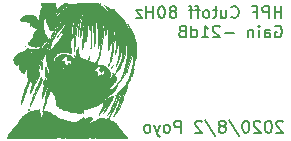
<source format=gbo>
%TF.GenerationSoftware,KiCad,Pcbnew,(5.1.6)-1*%
%TF.CreationDate,2020-08-02T04:50:32+09:00*%
%TF.ProjectId,DummyMic,44756d6d-794d-4696-932e-6b696361645f,rev?*%
%TF.SameCoordinates,Original*%
%TF.FileFunction,Legend,Bot*%
%TF.FilePolarity,Positive*%
%FSLAX46Y46*%
G04 Gerber Fmt 4.6, Leading zero omitted, Abs format (unit mm)*
G04 Created by KiCad (PCBNEW (5.1.6)-1) date 2020-08-02 04:50:32*
%MOMM*%
%LPD*%
G01*
G04 APERTURE LIST*
%ADD10C,0.150000*%
%ADD11C,0.010000*%
%ADD12C,1.624000*%
G04 APERTURE END LIST*
D10*
X173012952Y-77271619D02*
X172965333Y-77224000D01*
X172870095Y-77176380D01*
X172632000Y-77176380D01*
X172536761Y-77224000D01*
X172489142Y-77271619D01*
X172441523Y-77366857D01*
X172441523Y-77462095D01*
X172489142Y-77604952D01*
X173060571Y-78176380D01*
X172441523Y-78176380D01*
X171822476Y-77176380D02*
X171727238Y-77176380D01*
X171632000Y-77224000D01*
X171584380Y-77271619D01*
X171536761Y-77366857D01*
X171489142Y-77557333D01*
X171489142Y-77795428D01*
X171536761Y-77985904D01*
X171584380Y-78081142D01*
X171632000Y-78128761D01*
X171727238Y-78176380D01*
X171822476Y-78176380D01*
X171917714Y-78128761D01*
X171965333Y-78081142D01*
X172012952Y-77985904D01*
X172060571Y-77795428D01*
X172060571Y-77557333D01*
X172012952Y-77366857D01*
X171965333Y-77271619D01*
X171917714Y-77224000D01*
X171822476Y-77176380D01*
X171108190Y-77271619D02*
X171060571Y-77224000D01*
X170965333Y-77176380D01*
X170727238Y-77176380D01*
X170632000Y-77224000D01*
X170584380Y-77271619D01*
X170536761Y-77366857D01*
X170536761Y-77462095D01*
X170584380Y-77604952D01*
X171155809Y-78176380D01*
X170536761Y-78176380D01*
X169917714Y-77176380D02*
X169822476Y-77176380D01*
X169727238Y-77224000D01*
X169679619Y-77271619D01*
X169632000Y-77366857D01*
X169584380Y-77557333D01*
X169584380Y-77795428D01*
X169632000Y-77985904D01*
X169679619Y-78081142D01*
X169727238Y-78128761D01*
X169822476Y-78176380D01*
X169917714Y-78176380D01*
X170012952Y-78128761D01*
X170060571Y-78081142D01*
X170108190Y-77985904D01*
X170155809Y-77795428D01*
X170155809Y-77557333D01*
X170108190Y-77366857D01*
X170060571Y-77271619D01*
X170012952Y-77224000D01*
X169917714Y-77176380D01*
X168441523Y-77128761D02*
X169298666Y-78414476D01*
X167965333Y-77604952D02*
X168060571Y-77557333D01*
X168108190Y-77509714D01*
X168155809Y-77414476D01*
X168155809Y-77366857D01*
X168108190Y-77271619D01*
X168060571Y-77224000D01*
X167965333Y-77176380D01*
X167774857Y-77176380D01*
X167679619Y-77224000D01*
X167632000Y-77271619D01*
X167584380Y-77366857D01*
X167584380Y-77414476D01*
X167632000Y-77509714D01*
X167679619Y-77557333D01*
X167774857Y-77604952D01*
X167965333Y-77604952D01*
X168060571Y-77652571D01*
X168108190Y-77700190D01*
X168155809Y-77795428D01*
X168155809Y-77985904D01*
X168108190Y-78081142D01*
X168060571Y-78128761D01*
X167965333Y-78176380D01*
X167774857Y-78176380D01*
X167679619Y-78128761D01*
X167632000Y-78081142D01*
X167584380Y-77985904D01*
X167584380Y-77795428D01*
X167632000Y-77700190D01*
X167679619Y-77652571D01*
X167774857Y-77604952D01*
X166441523Y-77128761D02*
X167298666Y-78414476D01*
X166155809Y-77271619D02*
X166108190Y-77224000D01*
X166012952Y-77176380D01*
X165774857Y-77176380D01*
X165679619Y-77224000D01*
X165632000Y-77271619D01*
X165584380Y-77366857D01*
X165584380Y-77462095D01*
X165632000Y-77604952D01*
X166203428Y-78176380D01*
X165584380Y-78176380D01*
X164393904Y-78176380D02*
X164393904Y-77176380D01*
X164012952Y-77176380D01*
X163917714Y-77224000D01*
X163870095Y-77271619D01*
X163822476Y-77366857D01*
X163822476Y-77509714D01*
X163870095Y-77604952D01*
X163917714Y-77652571D01*
X164012952Y-77700190D01*
X164393904Y-77700190D01*
X163251047Y-78176380D02*
X163346285Y-78128761D01*
X163393904Y-78081142D01*
X163441523Y-77985904D01*
X163441523Y-77700190D01*
X163393904Y-77604952D01*
X163346285Y-77557333D01*
X163251047Y-77509714D01*
X163108190Y-77509714D01*
X163012952Y-77557333D01*
X162965333Y-77604952D01*
X162917714Y-77700190D01*
X162917714Y-77985904D01*
X162965333Y-78081142D01*
X163012952Y-78128761D01*
X163108190Y-78176380D01*
X163251047Y-78176380D01*
X162584380Y-77509714D02*
X162346285Y-78176380D01*
X162108190Y-77509714D02*
X162346285Y-78176380D01*
X162441523Y-78414476D01*
X162489142Y-78462095D01*
X162584380Y-78509714D01*
X161584380Y-78176380D02*
X161679619Y-78128761D01*
X161727238Y-78081142D01*
X161774857Y-77985904D01*
X161774857Y-77700190D01*
X161727238Y-77604952D01*
X161679619Y-77557333D01*
X161584380Y-77509714D01*
X161441523Y-77509714D01*
X161346285Y-77557333D01*
X161298666Y-77604952D01*
X161251047Y-77700190D01*
X161251047Y-77985904D01*
X161298666Y-78081142D01*
X161346285Y-78128761D01*
X161441523Y-78176380D01*
X161584380Y-78176380D01*
X172892404Y-68461380D02*
X172892404Y-67461380D01*
X172892404Y-67937571D02*
X172320976Y-67937571D01*
X172320976Y-68461380D02*
X172320976Y-67461380D01*
X171844785Y-68461380D02*
X171844785Y-67461380D01*
X171463833Y-67461380D01*
X171368595Y-67509000D01*
X171320976Y-67556619D01*
X171273357Y-67651857D01*
X171273357Y-67794714D01*
X171320976Y-67889952D01*
X171368595Y-67937571D01*
X171463833Y-67985190D01*
X171844785Y-67985190D01*
X170511452Y-67937571D02*
X170844785Y-67937571D01*
X170844785Y-68461380D02*
X170844785Y-67461380D01*
X170368595Y-67461380D01*
X168654309Y-68366142D02*
X168701928Y-68413761D01*
X168844785Y-68461380D01*
X168940023Y-68461380D01*
X169082880Y-68413761D01*
X169178119Y-68318523D01*
X169225738Y-68223285D01*
X169273357Y-68032809D01*
X169273357Y-67889952D01*
X169225738Y-67699476D01*
X169178119Y-67604238D01*
X169082880Y-67509000D01*
X168940023Y-67461380D01*
X168844785Y-67461380D01*
X168701928Y-67509000D01*
X168654309Y-67556619D01*
X167797166Y-67794714D02*
X167797166Y-68461380D01*
X168225738Y-67794714D02*
X168225738Y-68318523D01*
X168178119Y-68413761D01*
X168082880Y-68461380D01*
X167940023Y-68461380D01*
X167844785Y-68413761D01*
X167797166Y-68366142D01*
X167463833Y-67794714D02*
X167082880Y-67794714D01*
X167320976Y-67461380D02*
X167320976Y-68318523D01*
X167273357Y-68413761D01*
X167178119Y-68461380D01*
X167082880Y-68461380D01*
X166606690Y-68461380D02*
X166701928Y-68413761D01*
X166749547Y-68366142D01*
X166797166Y-68270904D01*
X166797166Y-67985190D01*
X166749547Y-67889952D01*
X166701928Y-67842333D01*
X166606690Y-67794714D01*
X166463833Y-67794714D01*
X166368595Y-67842333D01*
X166320976Y-67889952D01*
X166273357Y-67985190D01*
X166273357Y-68270904D01*
X166320976Y-68366142D01*
X166368595Y-68413761D01*
X166463833Y-68461380D01*
X166606690Y-68461380D01*
X165987642Y-67794714D02*
X165606690Y-67794714D01*
X165844785Y-68461380D02*
X165844785Y-67604238D01*
X165797166Y-67509000D01*
X165701928Y-67461380D01*
X165606690Y-67461380D01*
X165416214Y-67794714D02*
X165035261Y-67794714D01*
X165273357Y-68461380D02*
X165273357Y-67604238D01*
X165225738Y-67509000D01*
X165130500Y-67461380D01*
X165035261Y-67461380D01*
X163797166Y-67889952D02*
X163892404Y-67842333D01*
X163940023Y-67794714D01*
X163987642Y-67699476D01*
X163987642Y-67651857D01*
X163940023Y-67556619D01*
X163892404Y-67509000D01*
X163797166Y-67461380D01*
X163606690Y-67461380D01*
X163511452Y-67509000D01*
X163463833Y-67556619D01*
X163416214Y-67651857D01*
X163416214Y-67699476D01*
X163463833Y-67794714D01*
X163511452Y-67842333D01*
X163606690Y-67889952D01*
X163797166Y-67889952D01*
X163892404Y-67937571D01*
X163940023Y-67985190D01*
X163987642Y-68080428D01*
X163987642Y-68270904D01*
X163940023Y-68366142D01*
X163892404Y-68413761D01*
X163797166Y-68461380D01*
X163606690Y-68461380D01*
X163511452Y-68413761D01*
X163463833Y-68366142D01*
X163416214Y-68270904D01*
X163416214Y-68080428D01*
X163463833Y-67985190D01*
X163511452Y-67937571D01*
X163606690Y-67889952D01*
X162797166Y-67461380D02*
X162701928Y-67461380D01*
X162606690Y-67509000D01*
X162559071Y-67556619D01*
X162511452Y-67651857D01*
X162463833Y-67842333D01*
X162463833Y-68080428D01*
X162511452Y-68270904D01*
X162559071Y-68366142D01*
X162606690Y-68413761D01*
X162701928Y-68461380D01*
X162797166Y-68461380D01*
X162892404Y-68413761D01*
X162940023Y-68366142D01*
X162987642Y-68270904D01*
X163035261Y-68080428D01*
X163035261Y-67842333D01*
X162987642Y-67651857D01*
X162940023Y-67556619D01*
X162892404Y-67509000D01*
X162797166Y-67461380D01*
X162035261Y-68461380D02*
X162035261Y-67461380D01*
X162035261Y-67937571D02*
X161463833Y-67937571D01*
X161463833Y-68461380D02*
X161463833Y-67461380D01*
X161082880Y-67794714D02*
X160559071Y-67794714D01*
X161082880Y-68461380D01*
X160559071Y-68461380D01*
X172368595Y-69159000D02*
X172463833Y-69111380D01*
X172606690Y-69111380D01*
X172749547Y-69159000D01*
X172844785Y-69254238D01*
X172892404Y-69349476D01*
X172940023Y-69539952D01*
X172940023Y-69682809D01*
X172892404Y-69873285D01*
X172844785Y-69968523D01*
X172749547Y-70063761D01*
X172606690Y-70111380D01*
X172511452Y-70111380D01*
X172368595Y-70063761D01*
X172320976Y-70016142D01*
X172320976Y-69682809D01*
X172511452Y-69682809D01*
X171463833Y-70111380D02*
X171463833Y-69587571D01*
X171511452Y-69492333D01*
X171606690Y-69444714D01*
X171797166Y-69444714D01*
X171892404Y-69492333D01*
X171463833Y-70063761D02*
X171559071Y-70111380D01*
X171797166Y-70111380D01*
X171892404Y-70063761D01*
X171940023Y-69968523D01*
X171940023Y-69873285D01*
X171892404Y-69778047D01*
X171797166Y-69730428D01*
X171559071Y-69730428D01*
X171463833Y-69682809D01*
X170987642Y-70111380D02*
X170987642Y-69444714D01*
X170987642Y-69111380D02*
X171035261Y-69159000D01*
X170987642Y-69206619D01*
X170940023Y-69159000D01*
X170987642Y-69111380D01*
X170987642Y-69206619D01*
X170511452Y-69444714D02*
X170511452Y-70111380D01*
X170511452Y-69539952D02*
X170463833Y-69492333D01*
X170368595Y-69444714D01*
X170225738Y-69444714D01*
X170130500Y-69492333D01*
X170082880Y-69587571D01*
X170082880Y-70111380D01*
X168844785Y-69730428D02*
X168082880Y-69730428D01*
X167654309Y-69206619D02*
X167606690Y-69159000D01*
X167511452Y-69111380D01*
X167273357Y-69111380D01*
X167178119Y-69159000D01*
X167130500Y-69206619D01*
X167082880Y-69301857D01*
X167082880Y-69397095D01*
X167130500Y-69539952D01*
X167701928Y-70111380D01*
X167082880Y-70111380D01*
X166130500Y-70111380D02*
X166701928Y-70111380D01*
X166416214Y-70111380D02*
X166416214Y-69111380D01*
X166511452Y-69254238D01*
X166606690Y-69349476D01*
X166701928Y-69397095D01*
X165273357Y-70111380D02*
X165273357Y-69111380D01*
X165273357Y-70063761D02*
X165368595Y-70111380D01*
X165559071Y-70111380D01*
X165654309Y-70063761D01*
X165701928Y-70016142D01*
X165749547Y-69920904D01*
X165749547Y-69635190D01*
X165701928Y-69539952D01*
X165654309Y-69492333D01*
X165559071Y-69444714D01*
X165368595Y-69444714D01*
X165273357Y-69492333D01*
X164463833Y-69587571D02*
X164320976Y-69635190D01*
X164273357Y-69682809D01*
X164225738Y-69778047D01*
X164225738Y-69920904D01*
X164273357Y-70016142D01*
X164320976Y-70063761D01*
X164416214Y-70111380D01*
X164797166Y-70111380D01*
X164797166Y-69111380D01*
X164463833Y-69111380D01*
X164368595Y-69159000D01*
X164320976Y-69206619D01*
X164273357Y-69301857D01*
X164273357Y-69397095D01*
X164320976Y-69492333D01*
X164368595Y-69539952D01*
X164463833Y-69587571D01*
X164797166Y-69587571D01*
D11*
%TO.C,G\u002A\u002A\u002A*%
G36*
X159026383Y-77615015D02*
G01*
X159020151Y-77658664D01*
X159016430Y-77739474D01*
X159014436Y-77863649D01*
X159014178Y-77893775D01*
X159009329Y-78076077D01*
X158996975Y-78222215D01*
X158975642Y-78346464D01*
X158961528Y-78403450D01*
X158911400Y-78587600D01*
X159640788Y-78587600D01*
X159613760Y-78530450D01*
X159586733Y-78473300D01*
X159628665Y-78530450D01*
X159669853Y-78574894D01*
X159696862Y-78585862D01*
X159700266Y-78564355D01*
X159680022Y-78524993D01*
X159650568Y-78473676D01*
X159645315Y-78458946D01*
X159581973Y-78458946D01*
X159578499Y-78460600D01*
X159555319Y-78442718D01*
X159550100Y-78435200D01*
X159543628Y-78411453D01*
X159547102Y-78409800D01*
X159570282Y-78427681D01*
X159575500Y-78435200D01*
X159581973Y-78458946D01*
X159645315Y-78458946D01*
X159639428Y-78442443D01*
X159651423Y-78448265D01*
X159680868Y-78487063D01*
X159692723Y-78505050D01*
X159736741Y-78558565D01*
X159778711Y-78586455D01*
X159786177Y-78587600D01*
X159800409Y-78575877D01*
X159777039Y-78538547D01*
X159741558Y-78499688D01*
X159688639Y-78450651D01*
X159649327Y-78424251D01*
X159638389Y-78422877D01*
X159617868Y-78407762D01*
X159576417Y-78358214D01*
X159520579Y-78282530D01*
X159472349Y-78212339D01*
X159393301Y-78095716D01*
X159308046Y-77972637D01*
X159230606Y-77863258D01*
X159203307Y-77825600D01*
X159141707Y-77741362D01*
X159088435Y-77668226D01*
X159053392Y-77619790D01*
X159049522Y-77614375D01*
X159035912Y-77602320D01*
X159026383Y-77615015D01*
G37*
X159026383Y-77615015D02*
X159020151Y-77658664D01*
X159016430Y-77739474D01*
X159014436Y-77863649D01*
X159014178Y-77893775D01*
X159009329Y-78076077D01*
X158996975Y-78222215D01*
X158975642Y-78346464D01*
X158961528Y-78403450D01*
X158911400Y-78587600D01*
X159640788Y-78587600D01*
X159613760Y-78530450D01*
X159586733Y-78473300D01*
X159628665Y-78530450D01*
X159669853Y-78574894D01*
X159696862Y-78585862D01*
X159700266Y-78564355D01*
X159680022Y-78524993D01*
X159650568Y-78473676D01*
X159645315Y-78458946D01*
X159581973Y-78458946D01*
X159578499Y-78460600D01*
X159555319Y-78442718D01*
X159550100Y-78435200D01*
X159543628Y-78411453D01*
X159547102Y-78409800D01*
X159570282Y-78427681D01*
X159575500Y-78435200D01*
X159581973Y-78458946D01*
X159645315Y-78458946D01*
X159639428Y-78442443D01*
X159651423Y-78448265D01*
X159680868Y-78487063D01*
X159692723Y-78505050D01*
X159736741Y-78558565D01*
X159778711Y-78586455D01*
X159786177Y-78587600D01*
X159800409Y-78575877D01*
X159777039Y-78538547D01*
X159741558Y-78499688D01*
X159688639Y-78450651D01*
X159649327Y-78424251D01*
X159638389Y-78422877D01*
X159617868Y-78407762D01*
X159576417Y-78358214D01*
X159520579Y-78282530D01*
X159472349Y-78212339D01*
X159393301Y-78095716D01*
X159308046Y-77972637D01*
X159230606Y-77863258D01*
X159203307Y-77825600D01*
X159141707Y-77741362D01*
X159088435Y-77668226D01*
X159053392Y-77619790D01*
X159049522Y-77614375D01*
X159035912Y-77602320D01*
X159026383Y-77615015D01*
G36*
X158592798Y-77207199D02*
G01*
X158620309Y-77249523D01*
X158645769Y-77280383D01*
X158703886Y-77360939D01*
X158719153Y-77430045D01*
X158690828Y-77499798D01*
X158627846Y-77572730D01*
X158531092Y-77669485D01*
X158573456Y-77753892D01*
X158606937Y-77839542D01*
X158630249Y-77931897D01*
X158631009Y-77936605D01*
X158635606Y-78007768D01*
X158615679Y-78059610D01*
X158573053Y-78108055D01*
X158514819Y-78154938D01*
X158461658Y-78179929D01*
X158451388Y-78181200D01*
X158403501Y-78187810D01*
X158387257Y-78214711D01*
X158398986Y-78272509D01*
X158409296Y-78302772D01*
X158432780Y-78393999D01*
X158443978Y-78487106D01*
X158444086Y-78492350D01*
X158445200Y-78587600D01*
X158870306Y-78587600D01*
X158910579Y-78441550D01*
X158950061Y-78273565D01*
X158978796Y-78100169D01*
X158996389Y-77930616D01*
X159002446Y-77774157D01*
X158996574Y-77640047D01*
X158978378Y-77537538D01*
X158951501Y-77480383D01*
X158908510Y-77435986D01*
X158843904Y-77377773D01*
X158769076Y-77314968D01*
X158695419Y-77256798D01*
X158634324Y-77212487D01*
X158597185Y-77191262D01*
X158593651Y-77190600D01*
X158592798Y-77207199D01*
G37*
X158592798Y-77207199D02*
X158620309Y-77249523D01*
X158645769Y-77280383D01*
X158703886Y-77360939D01*
X158719153Y-77430045D01*
X158690828Y-77499798D01*
X158627846Y-77572730D01*
X158531092Y-77669485D01*
X158573456Y-77753892D01*
X158606937Y-77839542D01*
X158630249Y-77931897D01*
X158631009Y-77936605D01*
X158635606Y-78007768D01*
X158615679Y-78059610D01*
X158573053Y-78108055D01*
X158514819Y-78154938D01*
X158461658Y-78179929D01*
X158451388Y-78181200D01*
X158403501Y-78187810D01*
X158387257Y-78214711D01*
X158398986Y-78272509D01*
X158409296Y-78302772D01*
X158432780Y-78393999D01*
X158443978Y-78487106D01*
X158444086Y-78492350D01*
X158445200Y-78587600D01*
X158870306Y-78587600D01*
X158910579Y-78441550D01*
X158950061Y-78273565D01*
X158978796Y-78100169D01*
X158996389Y-77930616D01*
X159002446Y-77774157D01*
X158996574Y-77640047D01*
X158978378Y-77537538D01*
X158951501Y-77480383D01*
X158908510Y-77435986D01*
X158843904Y-77377773D01*
X158769076Y-77314968D01*
X158695419Y-77256798D01*
X158634324Y-77212487D01*
X158597185Y-77191262D01*
X158593651Y-77190600D01*
X158592798Y-77207199D01*
G36*
X157354817Y-76998841D02*
G01*
X157297680Y-77041800D01*
X157271272Y-77079770D01*
X157266491Y-77133424D01*
X157270939Y-77189338D01*
X157268978Y-77306333D01*
X157246789Y-77455733D01*
X157207764Y-77624967D01*
X157155295Y-77801464D01*
X157092773Y-77972654D01*
X157023590Y-78125966D01*
X157012483Y-78147332D01*
X156928910Y-78304719D01*
X157071842Y-78446159D01*
X157214774Y-78587600D01*
X158426876Y-78587600D01*
X158411629Y-78458855D01*
X158395036Y-78366632D01*
X158370815Y-78283059D01*
X158359525Y-78256232D01*
X158337858Y-78206803D01*
X158345321Y-78181356D01*
X158390599Y-78163669D01*
X158412339Y-78157594D01*
X158517312Y-78112661D01*
X158578215Y-78046496D01*
X158595907Y-77956613D01*
X158571250Y-77840523D01*
X158544649Y-77774816D01*
X158492813Y-77660533D01*
X158568527Y-77592883D01*
X158644641Y-77516966D01*
X158680221Y-77455247D01*
X158678270Y-77395743D01*
X158641788Y-77326472D01*
X158637005Y-77319482D01*
X158562364Y-77221893D01*
X158484826Y-77146048D01*
X158395908Y-77088238D01*
X158287125Y-77044754D01*
X158149995Y-77011887D01*
X157976034Y-76985929D01*
X157840121Y-76971096D01*
X157450619Y-76932450D01*
X157354817Y-76998841D01*
G37*
X157354817Y-76998841D02*
X157297680Y-77041800D01*
X157271272Y-77079770D01*
X157266491Y-77133424D01*
X157270939Y-77189338D01*
X157268978Y-77306333D01*
X157246789Y-77455733D01*
X157207764Y-77624967D01*
X157155295Y-77801464D01*
X157092773Y-77972654D01*
X157023590Y-78125966D01*
X157012483Y-78147332D01*
X156928910Y-78304719D01*
X157071842Y-78446159D01*
X157214774Y-78587600D01*
X158426876Y-78587600D01*
X158411629Y-78458855D01*
X158395036Y-78366632D01*
X158370815Y-78283059D01*
X158359525Y-78256232D01*
X158337858Y-78206803D01*
X158345321Y-78181356D01*
X158390599Y-78163669D01*
X158412339Y-78157594D01*
X158517312Y-78112661D01*
X158578215Y-78046496D01*
X158595907Y-77956613D01*
X158571250Y-77840523D01*
X158544649Y-77774816D01*
X158492813Y-77660533D01*
X158568527Y-77592883D01*
X158644641Y-77516966D01*
X158680221Y-77455247D01*
X158678270Y-77395743D01*
X158641788Y-77326472D01*
X158637005Y-77319482D01*
X158562364Y-77221893D01*
X158484826Y-77146048D01*
X158395908Y-77088238D01*
X158287125Y-77044754D01*
X158149995Y-77011887D01*
X157976034Y-76985929D01*
X157840121Y-76971096D01*
X157450619Y-76932450D01*
X157354817Y-76998841D01*
G36*
X154931260Y-77431965D02*
G01*
X154839185Y-77485367D01*
X154783955Y-77566578D01*
X154771260Y-77634468D01*
X154768564Y-77733552D01*
X154774824Y-77845441D01*
X154789002Y-77951742D01*
X154810056Y-78034065D01*
X154810467Y-78035150D01*
X154826852Y-78070929D01*
X154850200Y-78091782D01*
X154892883Y-78101729D01*
X154967272Y-78104792D01*
X155025348Y-78105000D01*
X155213552Y-78105000D01*
X155127576Y-78011136D01*
X155068882Y-77941054D01*
X155041457Y-77894403D01*
X155048343Y-77876450D01*
X155049756Y-77876400D01*
X155070828Y-77892533D01*
X155117673Y-77934593D01*
X155173003Y-77986676D01*
X155239240Y-78046453D01*
X155294638Y-78081542D01*
X155359121Y-78100649D01*
X155452611Y-78112475D01*
X155463297Y-78113496D01*
X155579915Y-78122843D01*
X155700929Y-78129964D01*
X155778200Y-78132751D01*
X155869854Y-78138042D01*
X155949895Y-78148565D01*
X155981400Y-78155999D01*
X155974992Y-78161054D01*
X155923761Y-78164543D01*
X155833663Y-78166399D01*
X155710654Y-78166554D01*
X155560689Y-78164944D01*
X155420923Y-78162240D01*
X155244535Y-78158894D01*
X155082203Y-78157127D01*
X154941748Y-78156919D01*
X154830995Y-78158250D01*
X154757766Y-78161101D01*
X154733128Y-78163964D01*
X154670546Y-78203978D01*
X154628287Y-78280455D01*
X154609694Y-78381977D01*
X154618108Y-78497130D01*
X154625810Y-78530450D01*
X154641125Y-78587600D01*
X155644180Y-78587600D01*
X155896615Y-78587477D01*
X156102787Y-78586978D01*
X156267233Y-78585904D01*
X156394490Y-78584057D01*
X156489095Y-78581240D01*
X156555584Y-78577255D01*
X156598495Y-78571903D01*
X156622365Y-78564987D01*
X156631730Y-78556310D01*
X156631128Y-78545673D01*
X156630725Y-78544574D01*
X156621960Y-78516018D01*
X156636509Y-78522345D01*
X156661757Y-78544574D01*
X156701121Y-78567818D01*
X156763254Y-78581343D01*
X156859500Y-78587063D01*
X156916851Y-78587600D01*
X157012321Y-78585171D01*
X157084613Y-78578706D01*
X157121837Y-78569440D01*
X157124400Y-78566066D01*
X157105377Y-78537481D01*
X157049894Y-78478486D01*
X156960335Y-78391414D01*
X156839083Y-78278595D01*
X156721860Y-78172264D01*
X156648460Y-78117699D01*
X156537707Y-78050137D01*
X156397176Y-77973012D01*
X156234445Y-77889759D01*
X156057089Y-77803811D01*
X155872684Y-77718601D01*
X155688806Y-77637565D01*
X155513032Y-77564136D01*
X155352938Y-77501747D01*
X155216099Y-77453833D01*
X155110092Y-77423828D01*
X155051101Y-77414987D01*
X154931260Y-77431965D01*
G37*
X154931260Y-77431965D02*
X154839185Y-77485367D01*
X154783955Y-77566578D01*
X154771260Y-77634468D01*
X154768564Y-77733552D01*
X154774824Y-77845441D01*
X154789002Y-77951742D01*
X154810056Y-78034065D01*
X154810467Y-78035150D01*
X154826852Y-78070929D01*
X154850200Y-78091782D01*
X154892883Y-78101729D01*
X154967272Y-78104792D01*
X155025348Y-78105000D01*
X155213552Y-78105000D01*
X155127576Y-78011136D01*
X155068882Y-77941054D01*
X155041457Y-77894403D01*
X155048343Y-77876450D01*
X155049756Y-77876400D01*
X155070828Y-77892533D01*
X155117673Y-77934593D01*
X155173003Y-77986676D01*
X155239240Y-78046453D01*
X155294638Y-78081542D01*
X155359121Y-78100649D01*
X155452611Y-78112475D01*
X155463297Y-78113496D01*
X155579915Y-78122843D01*
X155700929Y-78129964D01*
X155778200Y-78132751D01*
X155869854Y-78138042D01*
X155949895Y-78148565D01*
X155981400Y-78155999D01*
X155974992Y-78161054D01*
X155923761Y-78164543D01*
X155833663Y-78166399D01*
X155710654Y-78166554D01*
X155560689Y-78164944D01*
X155420923Y-78162240D01*
X155244535Y-78158894D01*
X155082203Y-78157127D01*
X154941748Y-78156919D01*
X154830995Y-78158250D01*
X154757766Y-78161101D01*
X154733128Y-78163964D01*
X154670546Y-78203978D01*
X154628287Y-78280455D01*
X154609694Y-78381977D01*
X154618108Y-78497130D01*
X154625810Y-78530450D01*
X154641125Y-78587600D01*
X155644180Y-78587600D01*
X155896615Y-78587477D01*
X156102787Y-78586978D01*
X156267233Y-78585904D01*
X156394490Y-78584057D01*
X156489095Y-78581240D01*
X156555584Y-78577255D01*
X156598495Y-78571903D01*
X156622365Y-78564987D01*
X156631730Y-78556310D01*
X156631128Y-78545673D01*
X156630725Y-78544574D01*
X156621960Y-78516018D01*
X156636509Y-78522345D01*
X156661757Y-78544574D01*
X156701121Y-78567818D01*
X156763254Y-78581343D01*
X156859500Y-78587063D01*
X156916851Y-78587600D01*
X157012321Y-78585171D01*
X157084613Y-78578706D01*
X157121837Y-78569440D01*
X157124400Y-78566066D01*
X157105377Y-78537481D01*
X157049894Y-78478486D01*
X156960335Y-78391414D01*
X156839083Y-78278595D01*
X156721860Y-78172264D01*
X156648460Y-78117699D01*
X156537707Y-78050137D01*
X156397176Y-77973012D01*
X156234445Y-77889759D01*
X156057089Y-77803811D01*
X155872684Y-77718601D01*
X155688806Y-77637565D01*
X155513032Y-77564136D01*
X155352938Y-77501747D01*
X155216099Y-77453833D01*
X155110092Y-77423828D01*
X155051101Y-77414987D01*
X154931260Y-77431965D01*
G36*
X154447245Y-78426344D02*
G01*
X154411880Y-78461585D01*
X154374723Y-78496235D01*
X154348620Y-78493969D01*
X154287729Y-78481364D01*
X154215880Y-78499315D01*
X154178000Y-78523146D01*
X154125794Y-78558308D01*
X154101800Y-78569580D01*
X154109216Y-78575459D01*
X154158815Y-78580517D01*
X154241979Y-78584141D01*
X154326768Y-78585594D01*
X154445072Y-78585633D01*
X154520726Y-78582744D01*
X154561851Y-78575675D01*
X154576571Y-78563175D01*
X154574418Y-78547422D01*
X154560882Y-78486676D01*
X154559000Y-78458522D01*
X154540719Y-78420346D01*
X154497603Y-78409742D01*
X154447245Y-78426344D01*
G37*
X154447245Y-78426344D02*
X154411880Y-78461585D01*
X154374723Y-78496235D01*
X154348620Y-78493969D01*
X154287729Y-78481364D01*
X154215880Y-78499315D01*
X154178000Y-78523146D01*
X154125794Y-78558308D01*
X154101800Y-78569580D01*
X154109216Y-78575459D01*
X154158815Y-78580517D01*
X154241979Y-78584141D01*
X154326768Y-78585594D01*
X154445072Y-78585633D01*
X154520726Y-78582744D01*
X154561851Y-78575675D01*
X154576571Y-78563175D01*
X154574418Y-78547422D01*
X154560882Y-78486676D01*
X154559000Y-78458522D01*
X154540719Y-78420346D01*
X154497603Y-78409742D01*
X154447245Y-78426344D01*
G36*
X152132081Y-76244007D02*
G01*
X152098632Y-76244704D01*
X152030920Y-76250724D01*
X151977288Y-76272035D01*
X151920033Y-76317924D01*
X151876382Y-76361322D01*
X151802061Y-76446968D01*
X151768552Y-76516550D01*
X151776843Y-76580396D01*
X151827927Y-76648833D01*
X151911050Y-76722674D01*
X151991335Y-76785354D01*
X152063934Y-76837256D01*
X152113696Y-76867575D01*
X152115232Y-76868293D01*
X152154650Y-76897460D01*
X152161117Y-76922074D01*
X152103931Y-77055320D01*
X152060791Y-77168313D01*
X152034437Y-77253122D01*
X152027604Y-77301814D01*
X152028612Y-77306009D01*
X152053120Y-77332039D01*
X152107278Y-77376036D01*
X152178015Y-77428483D01*
X152252255Y-77479866D01*
X152316926Y-77520668D01*
X152342961Y-77534804D01*
X152337173Y-77556916D01*
X152314643Y-77607477D01*
X152308419Y-77620142D01*
X152265208Y-77722941D01*
X152233780Y-77828978D01*
X152217309Y-77923648D01*
X152218969Y-77992343D01*
X152224295Y-78007312D01*
X152269082Y-78054129D01*
X152343958Y-78101173D01*
X152429268Y-78138348D01*
X152505362Y-78155555D01*
X152513289Y-78155800D01*
X152553649Y-78158025D01*
X152572106Y-78171618D01*
X152569741Y-78206956D01*
X152547630Y-78274417D01*
X152530453Y-78320900D01*
X152499592Y-78408515D01*
X152474499Y-78488038D01*
X152466482Y-78517750D01*
X152449833Y-78587600D01*
X153239216Y-78587600D01*
X153467813Y-78587205D01*
X153649877Y-78585906D01*
X153789671Y-78583527D01*
X153891457Y-78579891D01*
X153959496Y-78574824D01*
X153998051Y-78568151D01*
X154011384Y-78559695D01*
X154010652Y-78555850D01*
X153984614Y-78515828D01*
X153942580Y-78456448D01*
X153931301Y-78441078D01*
X153840397Y-78314269D01*
X153739774Y-78167330D01*
X153634667Y-78008573D01*
X153530314Y-77846308D01*
X153431950Y-77688847D01*
X153344814Y-77544500D01*
X153274140Y-77421578D01*
X153225166Y-77328393D01*
X153212172Y-77299749D01*
X153124773Y-77069760D01*
X153067285Y-76871566D01*
X153040531Y-76708286D01*
X153038806Y-76644580D01*
X153042324Y-76579796D01*
X153047589Y-76565249D01*
X153053798Y-76593617D01*
X153070832Y-76653993D01*
X153094442Y-76688478D01*
X153136575Y-76698501D01*
X153212898Y-76703741D01*
X153307044Y-76704329D01*
X153402640Y-76700398D01*
X153483318Y-76692078D01*
X153517600Y-76685078D01*
X153581100Y-76667220D01*
X153504900Y-76620398D01*
X153445828Y-76583057D01*
X153361902Y-76528745D01*
X153270507Y-76468717D01*
X153263600Y-76464142D01*
X153135106Y-76389238D01*
X153012294Y-76342950D01*
X152925132Y-76323410D01*
X152829475Y-76308106D01*
X152771906Y-76305030D01*
X152741179Y-76314285D01*
X152731323Y-76325183D01*
X152711468Y-76376020D01*
X152688348Y-76463074D01*
X152664738Y-76572123D01*
X152643416Y-76688946D01*
X152627156Y-76799320D01*
X152618735Y-76889023D01*
X152618208Y-76904697D01*
X152614221Y-76979211D01*
X152606459Y-77027620D01*
X152600237Y-77038047D01*
X152578066Y-77014930D01*
X152547999Y-76951289D01*
X152513160Y-76856189D01*
X152476674Y-76738695D01*
X152441667Y-76607873D01*
X152420418Y-76516462D01*
X152394629Y-76396667D01*
X152372888Y-76317567D01*
X152345478Y-76270956D01*
X152302685Y-76248629D01*
X152234791Y-76242381D01*
X152132081Y-76244007D01*
G37*
X152132081Y-76244007D02*
X152098632Y-76244704D01*
X152030920Y-76250724D01*
X151977288Y-76272035D01*
X151920033Y-76317924D01*
X151876382Y-76361322D01*
X151802061Y-76446968D01*
X151768552Y-76516550D01*
X151776843Y-76580396D01*
X151827927Y-76648833D01*
X151911050Y-76722674D01*
X151991335Y-76785354D01*
X152063934Y-76837256D01*
X152113696Y-76867575D01*
X152115232Y-76868293D01*
X152154650Y-76897460D01*
X152161117Y-76922074D01*
X152103931Y-77055320D01*
X152060791Y-77168313D01*
X152034437Y-77253122D01*
X152027604Y-77301814D01*
X152028612Y-77306009D01*
X152053120Y-77332039D01*
X152107278Y-77376036D01*
X152178015Y-77428483D01*
X152252255Y-77479866D01*
X152316926Y-77520668D01*
X152342961Y-77534804D01*
X152337173Y-77556916D01*
X152314643Y-77607477D01*
X152308419Y-77620142D01*
X152265208Y-77722941D01*
X152233780Y-77828978D01*
X152217309Y-77923648D01*
X152218969Y-77992343D01*
X152224295Y-78007312D01*
X152269082Y-78054129D01*
X152343958Y-78101173D01*
X152429268Y-78138348D01*
X152505362Y-78155555D01*
X152513289Y-78155800D01*
X152553649Y-78158025D01*
X152572106Y-78171618D01*
X152569741Y-78206956D01*
X152547630Y-78274417D01*
X152530453Y-78320900D01*
X152499592Y-78408515D01*
X152474499Y-78488038D01*
X152466482Y-78517750D01*
X152449833Y-78587600D01*
X153239216Y-78587600D01*
X153467813Y-78587205D01*
X153649877Y-78585906D01*
X153789671Y-78583527D01*
X153891457Y-78579891D01*
X153959496Y-78574824D01*
X153998051Y-78568151D01*
X154011384Y-78559695D01*
X154010652Y-78555850D01*
X153984614Y-78515828D01*
X153942580Y-78456448D01*
X153931301Y-78441078D01*
X153840397Y-78314269D01*
X153739774Y-78167330D01*
X153634667Y-78008573D01*
X153530314Y-77846308D01*
X153431950Y-77688847D01*
X153344814Y-77544500D01*
X153274140Y-77421578D01*
X153225166Y-77328393D01*
X153212172Y-77299749D01*
X153124773Y-77069760D01*
X153067285Y-76871566D01*
X153040531Y-76708286D01*
X153038806Y-76644580D01*
X153042324Y-76579796D01*
X153047589Y-76565249D01*
X153053798Y-76593617D01*
X153070832Y-76653993D01*
X153094442Y-76688478D01*
X153136575Y-76698501D01*
X153212898Y-76703741D01*
X153307044Y-76704329D01*
X153402640Y-76700398D01*
X153483318Y-76692078D01*
X153517600Y-76685078D01*
X153581100Y-76667220D01*
X153504900Y-76620398D01*
X153445828Y-76583057D01*
X153361902Y-76528745D01*
X153270507Y-76468717D01*
X153263600Y-76464142D01*
X153135106Y-76389238D01*
X153012294Y-76342950D01*
X152925132Y-76323410D01*
X152829475Y-76308106D01*
X152771906Y-76305030D01*
X152741179Y-76314285D01*
X152731323Y-76325183D01*
X152711468Y-76376020D01*
X152688348Y-76463074D01*
X152664738Y-76572123D01*
X152643416Y-76688946D01*
X152627156Y-76799320D01*
X152618735Y-76889023D01*
X152618208Y-76904697D01*
X152614221Y-76979211D01*
X152606459Y-77027620D01*
X152600237Y-77038047D01*
X152578066Y-77014930D01*
X152547999Y-76951289D01*
X152513160Y-76856189D01*
X152476674Y-76738695D01*
X152441667Y-76607873D01*
X152420418Y-76516462D01*
X152394629Y-76396667D01*
X152372888Y-76317567D01*
X152345478Y-76270956D01*
X152302685Y-76248629D01*
X152234791Y-76242381D01*
X152132081Y-76244007D01*
G36*
X151711083Y-76346796D02*
G01*
X151624413Y-76369020D01*
X151530710Y-76398205D01*
X151443531Y-76430853D01*
X151439443Y-76432575D01*
X151341646Y-76484695D01*
X151225208Y-76562716D01*
X151105745Y-76655029D01*
X150998873Y-76750021D01*
X150961412Y-76788015D01*
X150918618Y-76838000D01*
X150853254Y-76919625D01*
X150772673Y-77023475D01*
X150684225Y-77140134D01*
X150637146Y-77203300D01*
X150549526Y-77320605D01*
X150468012Y-77427929D01*
X150399314Y-77516570D01*
X150350142Y-77577827D01*
X150333566Y-77597000D01*
X150258656Y-77684813D01*
X150165636Y-77804616D01*
X150062515Y-77944975D01*
X149957304Y-78094451D01*
X149858009Y-78241608D01*
X149772639Y-78375010D01*
X149709204Y-78483221D01*
X149697685Y-78505050D01*
X149655496Y-78587600D01*
X152115796Y-78587600D01*
X152056202Y-78370993D01*
X151976232Y-78092406D01*
X151891631Y-77819680D01*
X151863966Y-77736700D01*
X150444200Y-77736700D01*
X150431500Y-77749400D01*
X150418800Y-77736700D01*
X150431500Y-77724000D01*
X150444200Y-77736700D01*
X151863966Y-77736700D01*
X151842796Y-77673200D01*
X150393400Y-77673200D01*
X150384107Y-77694107D01*
X150376467Y-77690133D01*
X150373427Y-77659989D01*
X150376467Y-77656266D01*
X150391567Y-77659753D01*
X150393400Y-77673200D01*
X151842796Y-77673200D01*
X151821625Y-77609700D01*
X150418800Y-77609700D01*
X150406100Y-77622400D01*
X150393400Y-77609700D01*
X150406100Y-77597000D01*
X150418800Y-77609700D01*
X151821625Y-77609700D01*
X151804688Y-77558900D01*
X150444200Y-77558900D01*
X150431500Y-77571600D01*
X150418800Y-77558900D01*
X150431500Y-77546200D01*
X150444200Y-77558900D01*
X151804688Y-77558900D01*
X151804640Y-77558759D01*
X151786487Y-77508100D01*
X150469600Y-77508100D01*
X150456900Y-77520800D01*
X150444200Y-77508100D01*
X150456900Y-77495400D01*
X150469600Y-77508100D01*
X151786487Y-77508100D01*
X151717502Y-77315592D01*
X151632458Y-77096125D01*
X151551750Y-76906303D01*
X151477619Y-76752074D01*
X151412307Y-76639383D01*
X151393395Y-76612750D01*
X151359980Y-76562124D01*
X151350595Y-76532983D01*
X151354660Y-76530200D01*
X151383627Y-76551657D01*
X151428117Y-76609730D01*
X151482237Y-76694974D01*
X151540090Y-76797941D01*
X151595781Y-76909184D01*
X151608751Y-76937347D01*
X151664600Y-77070931D01*
X151729939Y-77243641D01*
X151801445Y-77445447D01*
X151875794Y-77666316D01*
X151949662Y-77896218D01*
X152019728Y-78125121D01*
X152082667Y-78342995D01*
X152119678Y-78479650D01*
X152147959Y-78587600D01*
X152272480Y-78587600D01*
X152346805Y-78584041D01*
X152397012Y-78574977D01*
X152408091Y-78568550D01*
X152420608Y-78535455D01*
X152441626Y-78469330D01*
X152460826Y-78404391D01*
X152485485Y-78320291D01*
X152505971Y-78253622D01*
X152515361Y-78225694D01*
X152506324Y-78196510D01*
X152477795Y-78188303D01*
X152391157Y-78165826D01*
X152299791Y-78118623D01*
X152226915Y-78059740D01*
X152209093Y-78037313D01*
X152182072Y-77951232D01*
X152191277Y-77833577D01*
X152236321Y-77687991D01*
X152249610Y-77655811D01*
X152296224Y-77547065D01*
X152186744Y-77482906D01*
X152086916Y-77418529D01*
X152027645Y-77362284D01*
X152001997Y-77304270D01*
X152003034Y-77234588D01*
X152004909Y-77223365D01*
X152028668Y-77136469D01*
X152065415Y-77043718D01*
X152074095Y-77025946D01*
X152104568Y-76962634D01*
X152111487Y-76928429D01*
X152095734Y-76907902D01*
X152081363Y-76898946D01*
X152014670Y-76853968D01*
X151935828Y-76791732D01*
X151856227Y-76722451D01*
X151787258Y-76656333D01*
X151740311Y-76603589D01*
X151726993Y-76581292D01*
X151730225Y-76516835D01*
X151766064Y-76439579D01*
X151797720Y-76381293D01*
X151810457Y-76342976D01*
X151809087Y-76337220D01*
X151777160Y-76335030D01*
X151711083Y-76346796D01*
G37*
X151711083Y-76346796D02*
X151624413Y-76369020D01*
X151530710Y-76398205D01*
X151443531Y-76430853D01*
X151439443Y-76432575D01*
X151341646Y-76484695D01*
X151225208Y-76562716D01*
X151105745Y-76655029D01*
X150998873Y-76750021D01*
X150961412Y-76788015D01*
X150918618Y-76838000D01*
X150853254Y-76919625D01*
X150772673Y-77023475D01*
X150684225Y-77140134D01*
X150637146Y-77203300D01*
X150549526Y-77320605D01*
X150468012Y-77427929D01*
X150399314Y-77516570D01*
X150350142Y-77577827D01*
X150333566Y-77597000D01*
X150258656Y-77684813D01*
X150165636Y-77804616D01*
X150062515Y-77944975D01*
X149957304Y-78094451D01*
X149858009Y-78241608D01*
X149772639Y-78375010D01*
X149709204Y-78483221D01*
X149697685Y-78505050D01*
X149655496Y-78587600D01*
X152115796Y-78587600D01*
X152056202Y-78370993D01*
X151976232Y-78092406D01*
X151891631Y-77819680D01*
X151863966Y-77736700D01*
X150444200Y-77736700D01*
X150431500Y-77749400D01*
X150418800Y-77736700D01*
X150431500Y-77724000D01*
X150444200Y-77736700D01*
X151863966Y-77736700D01*
X151842796Y-77673200D01*
X150393400Y-77673200D01*
X150384107Y-77694107D01*
X150376467Y-77690133D01*
X150373427Y-77659989D01*
X150376467Y-77656266D01*
X150391567Y-77659753D01*
X150393400Y-77673200D01*
X151842796Y-77673200D01*
X151821625Y-77609700D01*
X150418800Y-77609700D01*
X150406100Y-77622400D01*
X150393400Y-77609700D01*
X150406100Y-77597000D01*
X150418800Y-77609700D01*
X151821625Y-77609700D01*
X151804688Y-77558900D01*
X150444200Y-77558900D01*
X150431500Y-77571600D01*
X150418800Y-77558900D01*
X150431500Y-77546200D01*
X150444200Y-77558900D01*
X151804688Y-77558900D01*
X151804640Y-77558759D01*
X151786487Y-77508100D01*
X150469600Y-77508100D01*
X150456900Y-77520800D01*
X150444200Y-77508100D01*
X150456900Y-77495400D01*
X150469600Y-77508100D01*
X151786487Y-77508100D01*
X151717502Y-77315592D01*
X151632458Y-77096125D01*
X151551750Y-76906303D01*
X151477619Y-76752074D01*
X151412307Y-76639383D01*
X151393395Y-76612750D01*
X151359980Y-76562124D01*
X151350595Y-76532983D01*
X151354660Y-76530200D01*
X151383627Y-76551657D01*
X151428117Y-76609730D01*
X151482237Y-76694974D01*
X151540090Y-76797941D01*
X151595781Y-76909184D01*
X151608751Y-76937347D01*
X151664600Y-77070931D01*
X151729939Y-77243641D01*
X151801445Y-77445447D01*
X151875794Y-77666316D01*
X151949662Y-77896218D01*
X152019728Y-78125121D01*
X152082667Y-78342995D01*
X152119678Y-78479650D01*
X152147959Y-78587600D01*
X152272480Y-78587600D01*
X152346805Y-78584041D01*
X152397012Y-78574977D01*
X152408091Y-78568550D01*
X152420608Y-78535455D01*
X152441626Y-78469330D01*
X152460826Y-78404391D01*
X152485485Y-78320291D01*
X152505971Y-78253622D01*
X152515361Y-78225694D01*
X152506324Y-78196510D01*
X152477795Y-78188303D01*
X152391157Y-78165826D01*
X152299791Y-78118623D01*
X152226915Y-78059740D01*
X152209093Y-78037313D01*
X152182072Y-77951232D01*
X152191277Y-77833577D01*
X152236321Y-77687991D01*
X152249610Y-77655811D01*
X152296224Y-77547065D01*
X152186744Y-77482906D01*
X152086916Y-77418529D01*
X152027645Y-77362284D01*
X152001997Y-77304270D01*
X152003034Y-77234588D01*
X152004909Y-77223365D01*
X152028668Y-77136469D01*
X152065415Y-77043718D01*
X152074095Y-77025946D01*
X152104568Y-76962634D01*
X152111487Y-76928429D01*
X152095734Y-76907902D01*
X152081363Y-76898946D01*
X152014670Y-76853968D01*
X151935828Y-76791732D01*
X151856227Y-76722451D01*
X151787258Y-76656333D01*
X151740311Y-76603589D01*
X151726993Y-76581292D01*
X151730225Y-76516835D01*
X151766064Y-76439579D01*
X151797720Y-76381293D01*
X151810457Y-76342976D01*
X151809087Y-76337220D01*
X151777160Y-76335030D01*
X151711083Y-76346796D01*
G36*
X154439270Y-78288027D02*
G01*
X154436524Y-78290344D01*
X154369954Y-78316781D01*
X154309659Y-78314897D01*
X154238907Y-78314900D01*
X154179553Y-78347250D01*
X154157002Y-78367483D01*
X154100526Y-78410483D01*
X154058730Y-78413305D01*
X154050743Y-78409103D01*
X153994737Y-78383473D01*
X153969952Y-78392873D01*
X153981430Y-78434094D01*
X153989836Y-78447900D01*
X154045566Y-78497826D01*
X154111772Y-78509599D01*
X154171081Y-78480874D01*
X154178000Y-78473300D01*
X154224355Y-78447325D01*
X154296261Y-78435344D01*
X154305000Y-78435200D01*
X154381656Y-78424361D01*
X154432361Y-78396625D01*
X154433356Y-78395467D01*
X154486651Y-78367455D01*
X154523106Y-78369983D01*
X154565929Y-78372188D01*
X154573963Y-78343924D01*
X154573882Y-78343362D01*
X154545749Y-78291107D01*
X154494084Y-78270040D01*
X154439270Y-78288027D01*
G37*
X154439270Y-78288027D02*
X154436524Y-78290344D01*
X154369954Y-78316781D01*
X154309659Y-78314897D01*
X154238907Y-78314900D01*
X154179553Y-78347250D01*
X154157002Y-78367483D01*
X154100526Y-78410483D01*
X154058730Y-78413305D01*
X154050743Y-78409103D01*
X153994737Y-78383473D01*
X153969952Y-78392873D01*
X153981430Y-78434094D01*
X153989836Y-78447900D01*
X154045566Y-78497826D01*
X154111772Y-78509599D01*
X154171081Y-78480874D01*
X154178000Y-78473300D01*
X154224355Y-78447325D01*
X154296261Y-78435344D01*
X154305000Y-78435200D01*
X154381656Y-78424361D01*
X154432361Y-78396625D01*
X154433356Y-78395467D01*
X154486651Y-78367455D01*
X154523106Y-78369983D01*
X154565929Y-78372188D01*
X154573963Y-78343924D01*
X154573882Y-78343362D01*
X154545749Y-78291107D01*
X154494084Y-78270040D01*
X154439270Y-78288027D01*
G36*
X153310065Y-76737984D02*
G01*
X153089830Y-76746100D01*
X153103892Y-76822300D01*
X153134284Y-76946568D01*
X153181953Y-77096112D01*
X153240048Y-77252587D01*
X153301721Y-77397651D01*
X153360120Y-77512958D01*
X153364714Y-77520800D01*
X153452091Y-77663314D01*
X153545344Y-77807699D01*
X153639751Y-77947423D01*
X153730591Y-78075951D01*
X153813143Y-78186752D01*
X153882688Y-78273292D01*
X153934503Y-78329038D01*
X153962100Y-78347485D01*
X154024829Y-78359532D01*
X154051000Y-78368105D01*
X154095595Y-78361269D01*
X154144329Y-78320582D01*
X154219521Y-78267450D01*
X154284029Y-78257011D01*
X154366623Y-78250824D01*
X154401811Y-78231365D01*
X154390157Y-78195812D01*
X154332224Y-78141343D01*
X154310533Y-78124406D01*
X154237098Y-78063266D01*
X154145122Y-77979412D01*
X154050471Y-77887498D01*
X154016315Y-77852690D01*
X153941520Y-77776452D01*
X153880229Y-77716298D01*
X153840620Y-77680123D01*
X153830493Y-77673200D01*
X153800038Y-77661660D01*
X153743052Y-77632083D01*
X153672309Y-77592031D01*
X153600581Y-77549068D01*
X153540642Y-77510756D01*
X153505265Y-77484659D01*
X153501017Y-77478116D01*
X153527565Y-77482990D01*
X153586565Y-77506615D01*
X153665572Y-77543973D01*
X153670537Y-77546470D01*
X153828614Y-77626267D01*
X153778544Y-77554483D01*
X153743015Y-77497782D01*
X153693970Y-77412191D01*
X153640779Y-77314173D01*
X153629387Y-77292453D01*
X153578899Y-77190672D01*
X153549123Y-77112306D01*
X153534739Y-77037148D01*
X153530428Y-76944990D01*
X153530300Y-76916037D01*
X153530300Y-76729869D01*
X153310065Y-76737984D01*
G37*
X153310065Y-76737984D02*
X153089830Y-76746100D01*
X153103892Y-76822300D01*
X153134284Y-76946568D01*
X153181953Y-77096112D01*
X153240048Y-77252587D01*
X153301721Y-77397651D01*
X153360120Y-77512958D01*
X153364714Y-77520800D01*
X153452091Y-77663314D01*
X153545344Y-77807699D01*
X153639751Y-77947423D01*
X153730591Y-78075951D01*
X153813143Y-78186752D01*
X153882688Y-78273292D01*
X153934503Y-78329038D01*
X153962100Y-78347485D01*
X154024829Y-78359532D01*
X154051000Y-78368105D01*
X154095595Y-78361269D01*
X154144329Y-78320582D01*
X154219521Y-78267450D01*
X154284029Y-78257011D01*
X154366623Y-78250824D01*
X154401811Y-78231365D01*
X154390157Y-78195812D01*
X154332224Y-78141343D01*
X154310533Y-78124406D01*
X154237098Y-78063266D01*
X154145122Y-77979412D01*
X154050471Y-77887498D01*
X154016315Y-77852690D01*
X153941520Y-77776452D01*
X153880229Y-77716298D01*
X153840620Y-77680123D01*
X153830493Y-77673200D01*
X153800038Y-77661660D01*
X153743052Y-77632083D01*
X153672309Y-77592031D01*
X153600581Y-77549068D01*
X153540642Y-77510756D01*
X153505265Y-77484659D01*
X153501017Y-77478116D01*
X153527565Y-77482990D01*
X153586565Y-77506615D01*
X153665572Y-77543973D01*
X153670537Y-77546470D01*
X153828614Y-77626267D01*
X153778544Y-77554483D01*
X153743015Y-77497782D01*
X153693970Y-77412191D01*
X153640779Y-77314173D01*
X153629387Y-77292453D01*
X153578899Y-77190672D01*
X153549123Y-77112306D01*
X153534739Y-77037148D01*
X153530428Y-76944990D01*
X153530300Y-76916037D01*
X153530300Y-76729869D01*
X153310065Y-76737984D01*
G36*
X153675594Y-76664418D02*
G01*
X153669899Y-76707870D01*
X153659304Y-76777610D01*
X153655961Y-76798444D01*
X153655084Y-76940195D01*
X153690435Y-77099367D01*
X153755855Y-77265384D01*
X153845181Y-77427670D01*
X153952253Y-77575650D01*
X154070910Y-77698748D01*
X154194991Y-77786390D01*
X154244760Y-77809149D01*
X154331373Y-77840032D01*
X154423430Y-77869661D01*
X154508482Y-77894466D01*
X154574080Y-77910878D01*
X154607774Y-77915325D01*
X154609800Y-77913835D01*
X154595995Y-77890811D01*
X154558810Y-77835856D01*
X154504593Y-77758232D01*
X154463750Y-77700741D01*
X154405581Y-77615535D01*
X154341642Y-77515705D01*
X154276903Y-77409854D01*
X154216334Y-77306583D01*
X154164904Y-77214494D01*
X154127584Y-77142187D01*
X154109343Y-77098265D01*
X154110306Y-77089000D01*
X154127460Y-77109325D01*
X154165266Y-77164640D01*
X154218108Y-77246454D01*
X154279242Y-77344438D01*
X154355950Y-77465432D01*
X154441392Y-77593980D01*
X154528139Y-77719496D01*
X154608759Y-77831393D01*
X154675822Y-77919085D01*
X154714238Y-77964188D01*
X154724545Y-77955677D01*
X154726315Y-77904361D01*
X154721037Y-77834631D01*
X154719346Y-77676074D01*
X154752472Y-77550193D01*
X154822249Y-77451026D01*
X154845640Y-77429706D01*
X154893167Y-77397281D01*
X154947792Y-77377394D01*
X155014126Y-77371234D01*
X155096778Y-77379988D01*
X155200355Y-77404846D01*
X155329469Y-77446995D01*
X155488729Y-77507626D01*
X155682742Y-77587925D01*
X155916120Y-77689082D01*
X156006800Y-77729123D01*
X156215452Y-77825691D01*
X156403549Y-77920840D01*
X156564180Y-78010712D01*
X156690436Y-78091446D01*
X156773345Y-78157207D01*
X156833364Y-78211614D01*
X156878915Y-78248002D01*
X156896175Y-78257400D01*
X156914309Y-78236015D01*
X156946593Y-78179350D01*
X156986751Y-78098634D01*
X156996065Y-78078662D01*
X157050169Y-77948736D01*
X157102905Y-77799975D01*
X157150565Y-77645373D01*
X157168331Y-77577983D01*
X157149800Y-77577983D01*
X157126146Y-77615082D01*
X157061001Y-77656053D01*
X156963099Y-77697115D01*
X156841170Y-77734487D01*
X156730700Y-77759474D01*
X156616635Y-77781375D01*
X156505507Y-77802741D01*
X156419654Y-77819277D01*
X156413200Y-77820522D01*
X156339222Y-77831035D01*
X156285664Y-77831866D01*
X156273865Y-77828894D01*
X156287951Y-77819375D01*
X156343808Y-77802635D01*
X156433270Y-77780775D01*
X156548173Y-77755897D01*
X156591365Y-77747168D01*
X156756394Y-77713457D01*
X156879306Y-77685629D01*
X156968087Y-77661169D01*
X157030721Y-77637565D01*
X157075193Y-77612303D01*
X157107759Y-77584612D01*
X157139662Y-77558974D01*
X157149659Y-77572601D01*
X157149800Y-77577983D01*
X157168331Y-77577983D01*
X157189438Y-77497921D01*
X157215814Y-77370612D01*
X157225983Y-77276438D01*
X157226000Y-77273441D01*
X157226000Y-77159642D01*
X157143450Y-77173183D01*
X157077974Y-77188645D01*
X156984919Y-77216301D01*
X156884169Y-77250232D01*
X156881937Y-77251033D01*
X156774944Y-77286277D01*
X156668965Y-77315980D01*
X156589837Y-77333166D01*
X156476700Y-77350991D01*
X156603700Y-77233704D01*
X156669251Y-77172032D01*
X156700837Y-77136814D01*
X156702283Y-77120554D01*
X156677412Y-77115755D01*
X156664044Y-77115408D01*
X156597560Y-77106217D01*
X156514213Y-77084578D01*
X156491069Y-77076888D01*
X156425940Y-77055067D01*
X156397707Y-77052548D01*
X156395466Y-77071435D01*
X156402107Y-77094062D01*
X156420787Y-77217631D01*
X156411039Y-77364871D01*
X156375271Y-77519081D01*
X156321654Y-77652352D01*
X156274314Y-77739438D01*
X156245357Y-77780031D01*
X156236791Y-77775729D01*
X156250626Y-77728127D01*
X156288869Y-77638821D01*
X156293150Y-77629698D01*
X156339555Y-77521442D01*
X156364501Y-77429928D01*
X156373987Y-77329159D01*
X156374809Y-77275889D01*
X156371736Y-77170038D01*
X156360192Y-77100700D01*
X156337308Y-77053894D01*
X156326573Y-77040783D01*
X156284928Y-77001314D01*
X156269676Y-77004627D01*
X156280644Y-77051068D01*
X156298567Y-77096984D01*
X156328071Y-77212405D01*
X156335436Y-77348440D01*
X156320094Y-77479709D01*
X156308093Y-77523359D01*
X156280046Y-77587874D01*
X156240606Y-77656803D01*
X156198442Y-77717602D01*
X156162222Y-77757728D01*
X156141040Y-77765105D01*
X156146227Y-77738780D01*
X156175994Y-77691269D01*
X156182159Y-77683234D01*
X156250437Y-77561444D01*
X156290106Y-77416279D01*
X156296298Y-77269276D01*
X156288173Y-77214132D01*
X156258829Y-77105799D01*
X156223181Y-77016338D01*
X156186329Y-76956431D01*
X156155721Y-76936600D01*
X156139819Y-76959421D01*
X156144966Y-77026511D01*
X156145939Y-77031850D01*
X156153308Y-77087840D01*
X156150027Y-77111587D01*
X156146700Y-77110217D01*
X156117296Y-77112578D01*
X156064022Y-77138743D01*
X156042187Y-77152701D01*
X155938350Y-77205665D01*
X155805012Y-77241455D01*
X155635420Y-77261372D01*
X155449274Y-77266800D01*
X155135586Y-77250186D01*
X154826920Y-77202137D01*
X154531527Y-77125337D01*
X154257661Y-77022471D01*
X154013574Y-76896223D01*
X153807519Y-76749280D01*
X153777281Y-76722809D01*
X153722280Y-76678714D01*
X153685155Y-76659584D01*
X153675594Y-76664418D01*
G37*
X153675594Y-76664418D02*
X153669899Y-76707870D01*
X153659304Y-76777610D01*
X153655961Y-76798444D01*
X153655084Y-76940195D01*
X153690435Y-77099367D01*
X153755855Y-77265384D01*
X153845181Y-77427670D01*
X153952253Y-77575650D01*
X154070910Y-77698748D01*
X154194991Y-77786390D01*
X154244760Y-77809149D01*
X154331373Y-77840032D01*
X154423430Y-77869661D01*
X154508482Y-77894466D01*
X154574080Y-77910878D01*
X154607774Y-77915325D01*
X154609800Y-77913835D01*
X154595995Y-77890811D01*
X154558810Y-77835856D01*
X154504593Y-77758232D01*
X154463750Y-77700741D01*
X154405581Y-77615535D01*
X154341642Y-77515705D01*
X154276903Y-77409854D01*
X154216334Y-77306583D01*
X154164904Y-77214494D01*
X154127584Y-77142187D01*
X154109343Y-77098265D01*
X154110306Y-77089000D01*
X154127460Y-77109325D01*
X154165266Y-77164640D01*
X154218108Y-77246454D01*
X154279242Y-77344438D01*
X154355950Y-77465432D01*
X154441392Y-77593980D01*
X154528139Y-77719496D01*
X154608759Y-77831393D01*
X154675822Y-77919085D01*
X154714238Y-77964188D01*
X154724545Y-77955677D01*
X154726315Y-77904361D01*
X154721037Y-77834631D01*
X154719346Y-77676074D01*
X154752472Y-77550193D01*
X154822249Y-77451026D01*
X154845640Y-77429706D01*
X154893167Y-77397281D01*
X154947792Y-77377394D01*
X155014126Y-77371234D01*
X155096778Y-77379988D01*
X155200355Y-77404846D01*
X155329469Y-77446995D01*
X155488729Y-77507626D01*
X155682742Y-77587925D01*
X155916120Y-77689082D01*
X156006800Y-77729123D01*
X156215452Y-77825691D01*
X156403549Y-77920840D01*
X156564180Y-78010712D01*
X156690436Y-78091446D01*
X156773345Y-78157207D01*
X156833364Y-78211614D01*
X156878915Y-78248002D01*
X156896175Y-78257400D01*
X156914309Y-78236015D01*
X156946593Y-78179350D01*
X156986751Y-78098634D01*
X156996065Y-78078662D01*
X157050169Y-77948736D01*
X157102905Y-77799975D01*
X157150565Y-77645373D01*
X157168331Y-77577983D01*
X157149800Y-77577983D01*
X157126146Y-77615082D01*
X157061001Y-77656053D01*
X156963099Y-77697115D01*
X156841170Y-77734487D01*
X156730700Y-77759474D01*
X156616635Y-77781375D01*
X156505507Y-77802741D01*
X156419654Y-77819277D01*
X156413200Y-77820522D01*
X156339222Y-77831035D01*
X156285664Y-77831866D01*
X156273865Y-77828894D01*
X156287951Y-77819375D01*
X156343808Y-77802635D01*
X156433270Y-77780775D01*
X156548173Y-77755897D01*
X156591365Y-77747168D01*
X156756394Y-77713457D01*
X156879306Y-77685629D01*
X156968087Y-77661169D01*
X157030721Y-77637565D01*
X157075193Y-77612303D01*
X157107759Y-77584612D01*
X157139662Y-77558974D01*
X157149659Y-77572601D01*
X157149800Y-77577983D01*
X157168331Y-77577983D01*
X157189438Y-77497921D01*
X157215814Y-77370612D01*
X157225983Y-77276438D01*
X157226000Y-77273441D01*
X157226000Y-77159642D01*
X157143450Y-77173183D01*
X157077974Y-77188645D01*
X156984919Y-77216301D01*
X156884169Y-77250232D01*
X156881937Y-77251033D01*
X156774944Y-77286277D01*
X156668965Y-77315980D01*
X156589837Y-77333166D01*
X156476700Y-77350991D01*
X156603700Y-77233704D01*
X156669251Y-77172032D01*
X156700837Y-77136814D01*
X156702283Y-77120554D01*
X156677412Y-77115755D01*
X156664044Y-77115408D01*
X156597560Y-77106217D01*
X156514213Y-77084578D01*
X156491069Y-77076888D01*
X156425940Y-77055067D01*
X156397707Y-77052548D01*
X156395466Y-77071435D01*
X156402107Y-77094062D01*
X156420787Y-77217631D01*
X156411039Y-77364871D01*
X156375271Y-77519081D01*
X156321654Y-77652352D01*
X156274314Y-77739438D01*
X156245357Y-77780031D01*
X156236791Y-77775729D01*
X156250626Y-77728127D01*
X156288869Y-77638821D01*
X156293150Y-77629698D01*
X156339555Y-77521442D01*
X156364501Y-77429928D01*
X156373987Y-77329159D01*
X156374809Y-77275889D01*
X156371736Y-77170038D01*
X156360192Y-77100700D01*
X156337308Y-77053894D01*
X156326573Y-77040783D01*
X156284928Y-77001314D01*
X156269676Y-77004627D01*
X156280644Y-77051068D01*
X156298567Y-77096984D01*
X156328071Y-77212405D01*
X156335436Y-77348440D01*
X156320094Y-77479709D01*
X156308093Y-77523359D01*
X156280046Y-77587874D01*
X156240606Y-77656803D01*
X156198442Y-77717602D01*
X156162222Y-77757728D01*
X156141040Y-77765105D01*
X156146227Y-77738780D01*
X156175994Y-77691269D01*
X156182159Y-77683234D01*
X156250437Y-77561444D01*
X156290106Y-77416279D01*
X156296298Y-77269276D01*
X156288173Y-77214132D01*
X156258829Y-77105799D01*
X156223181Y-77016338D01*
X156186329Y-76956431D01*
X156155721Y-76936600D01*
X156139819Y-76959421D01*
X156144966Y-77026511D01*
X156145939Y-77031850D01*
X156153308Y-77087840D01*
X156150027Y-77111587D01*
X156146700Y-77110217D01*
X156117296Y-77112578D01*
X156064022Y-77138743D01*
X156042187Y-77152701D01*
X155938350Y-77205665D01*
X155805012Y-77241455D01*
X155635420Y-77261372D01*
X155449274Y-77266800D01*
X155135586Y-77250186D01*
X154826920Y-77202137D01*
X154531527Y-77125337D01*
X154257661Y-77022471D01*
X154013574Y-76896223D01*
X153807519Y-76749280D01*
X153777281Y-76722809D01*
X153722280Y-76678714D01*
X153685155Y-76659584D01*
X153675594Y-76664418D01*
G36*
X153593321Y-76733400D02*
G01*
X153580234Y-76778314D01*
X153571308Y-76855177D01*
X153568789Y-76924601D01*
X153572695Y-77012901D01*
X153588464Y-77090735D01*
X153621414Y-77176776D01*
X153667667Y-77271809D01*
X153794058Y-77498518D01*
X153923856Y-77687516D01*
X154066274Y-77851561D01*
X154134622Y-77918480D01*
X154262839Y-78035115D01*
X154364017Y-78118899D01*
X154445011Y-78174825D01*
X154512674Y-78207883D01*
X154545749Y-78217904D01*
X154576062Y-78221595D01*
X154571138Y-78208204D01*
X154527964Y-78174481D01*
X154466528Y-78132460D01*
X154369992Y-78057908D01*
X154254542Y-77953266D01*
X154130857Y-77829735D01*
X154009612Y-77698518D01*
X153901486Y-77570815D01*
X153817155Y-77457830D01*
X153803079Y-77436411D01*
X153694546Y-77234574D01*
X153632724Y-77041182D01*
X153615450Y-76860400D01*
X153613960Y-76770368D01*
X153606471Y-76728996D01*
X153593321Y-76733400D01*
G37*
X153593321Y-76733400D02*
X153580234Y-76778314D01*
X153571308Y-76855177D01*
X153568789Y-76924601D01*
X153572695Y-77012901D01*
X153588464Y-77090735D01*
X153621414Y-77176776D01*
X153667667Y-77271809D01*
X153794058Y-77498518D01*
X153923856Y-77687516D01*
X154066274Y-77851561D01*
X154134622Y-77918480D01*
X154262839Y-78035115D01*
X154364017Y-78118899D01*
X154445011Y-78174825D01*
X154512674Y-78207883D01*
X154545749Y-78217904D01*
X154576062Y-78221595D01*
X154571138Y-78208204D01*
X154527964Y-78174481D01*
X154466528Y-78132460D01*
X154369992Y-78057908D01*
X154254542Y-77953266D01*
X154130857Y-77829735D01*
X154009612Y-77698518D01*
X153901486Y-77570815D01*
X153817155Y-77457830D01*
X153803079Y-77436411D01*
X153694546Y-77234574D01*
X153632724Y-77041182D01*
X153615450Y-76860400D01*
X153613960Y-76770368D01*
X153606471Y-76728996D01*
X153593321Y-76733400D01*
G36*
X154232139Y-77879579D02*
G01*
X154266921Y-77919086D01*
X154326655Y-77974394D01*
X154400134Y-78036527D01*
X154476151Y-78096511D01*
X154543499Y-78145372D01*
X154590970Y-78174137D01*
X154604916Y-78178087D01*
X154636955Y-78164999D01*
X154693566Y-78136673D01*
X154706594Y-78129740D01*
X154754583Y-78096867D01*
X154767524Y-78071995D01*
X154763744Y-78067853D01*
X154738897Y-78060510D01*
X154736800Y-78064246D01*
X154721425Y-78057677D01*
X154683872Y-78024308D01*
X154678539Y-78019029D01*
X154613123Y-77976072D01*
X154526927Y-77946291D01*
X154511108Y-77943311D01*
X154415660Y-77919326D01*
X154316999Y-77881954D01*
X154297466Y-77872556D01*
X154192994Y-77819258D01*
X154232139Y-77879579D01*
G37*
X154232139Y-77879579D02*
X154266921Y-77919086D01*
X154326655Y-77974394D01*
X154400134Y-78036527D01*
X154476151Y-78096511D01*
X154543499Y-78145372D01*
X154590970Y-78174137D01*
X154604916Y-78178087D01*
X154636955Y-78164999D01*
X154693566Y-78136673D01*
X154706594Y-78129740D01*
X154754583Y-78096867D01*
X154767524Y-78071995D01*
X154763744Y-78067853D01*
X154738897Y-78060510D01*
X154736800Y-78064246D01*
X154721425Y-78057677D01*
X154683872Y-78024308D01*
X154678539Y-78019029D01*
X154613123Y-77976072D01*
X154526927Y-77946291D01*
X154511108Y-77943311D01*
X154415660Y-77919326D01*
X154316999Y-77881954D01*
X154297466Y-77872556D01*
X154192994Y-77819258D01*
X154232139Y-77879579D01*
G36*
X155964195Y-76979942D02*
G01*
X155875155Y-77052823D01*
X155773680Y-77121411D01*
X155720076Y-77151392D01*
X155590426Y-77216000D01*
X155690663Y-77214811D01*
X155775500Y-77204347D01*
X155874543Y-77179247D01*
X155916367Y-77164638D01*
X156014259Y-77121948D01*
X156071118Y-77082171D01*
X156095179Y-77035842D01*
X156094678Y-76973493D01*
X156092918Y-76961706D01*
X156078664Y-76873100D01*
X155964195Y-76979942D01*
G37*
X155964195Y-76979942D02*
X155875155Y-77052823D01*
X155773680Y-77121411D01*
X155720076Y-77151392D01*
X155590426Y-77216000D01*
X155690663Y-77214811D01*
X155775500Y-77204347D01*
X155874543Y-77179247D01*
X155916367Y-77164638D01*
X156014259Y-77121948D01*
X156071118Y-77082171D01*
X156095179Y-77035842D01*
X156094678Y-76973493D01*
X156092918Y-76961706D01*
X156078664Y-76873100D01*
X155964195Y-76979942D01*
G36*
X157175200Y-77127100D02*
G01*
X157187900Y-77139800D01*
X157200600Y-77127100D01*
X157187900Y-77114400D01*
X157175200Y-77127100D01*
G37*
X157175200Y-77127100D02*
X157187900Y-77139800D01*
X157200600Y-77127100D01*
X157187900Y-77114400D01*
X157175200Y-77127100D01*
G36*
X156528037Y-76868244D02*
G01*
X156459264Y-76896179D01*
X156390917Y-76928855D01*
X156346742Y-76955125D01*
X156337599Y-76964899D01*
X156359437Y-76984064D01*
X156416577Y-77009669D01*
X156494809Y-77036774D01*
X156579928Y-77060443D01*
X156655664Y-77075451D01*
X156727987Y-77079939D01*
X156778806Y-77061417D01*
X156831612Y-77013518D01*
X156874371Y-76964362D01*
X156894327Y-76932177D01*
X156893949Y-76927266D01*
X156865393Y-76916464D01*
X156802070Y-76898307D01*
X156731716Y-76880231D01*
X156644181Y-76860739D01*
X156583601Y-76856315D01*
X156528037Y-76868244D01*
G37*
X156528037Y-76868244D02*
X156459264Y-76896179D01*
X156390917Y-76928855D01*
X156346742Y-76955125D01*
X156337599Y-76964899D01*
X156359437Y-76984064D01*
X156416577Y-77009669D01*
X156494809Y-77036774D01*
X156579928Y-77060443D01*
X156655664Y-77075451D01*
X156727987Y-77079939D01*
X156778806Y-77061417D01*
X156831612Y-77013518D01*
X156874371Y-76964362D01*
X156894327Y-76932177D01*
X156893949Y-76927266D01*
X156865393Y-76916464D01*
X156802070Y-76898307D01*
X156731716Y-76880231D01*
X156644181Y-76860739D01*
X156583601Y-76856315D01*
X156528037Y-76868244D01*
G36*
X158267400Y-76974700D02*
G01*
X158280100Y-76987400D01*
X158292800Y-76974700D01*
X158280100Y-76962000D01*
X158267400Y-76974700D01*
G37*
X158267400Y-76974700D02*
X158280100Y-76987400D01*
X158292800Y-76974700D01*
X158280100Y-76962000D01*
X158267400Y-76974700D01*
G36*
X159124254Y-74816306D02*
G01*
X159025968Y-74870263D01*
X158963081Y-74910866D01*
X158925559Y-74947498D01*
X158903373Y-74989537D01*
X158889195Y-75036086D01*
X158863889Y-75115498D01*
X158821411Y-75231718D01*
X158765681Y-75375344D01*
X158700617Y-75536969D01*
X158630140Y-75707188D01*
X158558168Y-75876597D01*
X158488620Y-76035789D01*
X158425415Y-76175361D01*
X158372473Y-76285906D01*
X158351266Y-76327000D01*
X158290587Y-76435351D01*
X158228029Y-76539229D01*
X158173998Y-76621603D01*
X158157271Y-76644500D01*
X158117445Y-76698436D01*
X158109551Y-76716103D01*
X158132659Y-76699973D01*
X158138151Y-76695300D01*
X158206033Y-76623552D01*
X158286913Y-76517157D01*
X158372929Y-76387784D01*
X158456220Y-76247106D01*
X158514505Y-76136500D01*
X158544810Y-76073544D01*
X158576003Y-76004557D01*
X158610279Y-75923952D01*
X158649838Y-75826141D01*
X158696876Y-75705536D01*
X158753592Y-75556549D01*
X158822182Y-75373593D01*
X158904844Y-75151080D01*
X158949050Y-75031600D01*
X158991300Y-74917300D01*
X158999224Y-74999367D01*
X158994846Y-75093636D01*
X158969581Y-75225112D01*
X158926412Y-75386161D01*
X158868323Y-75569148D01*
X158798296Y-75766437D01*
X158719316Y-75970394D01*
X158634364Y-76173383D01*
X158546424Y-76367769D01*
X158458478Y-76545918D01*
X158373511Y-76700194D01*
X158294506Y-76822962D01*
X158278014Y-76845255D01*
X158233977Y-76907295D01*
X158210301Y-76949633D01*
X158210531Y-76962000D01*
X158232249Y-76942030D01*
X158275117Y-76887729D01*
X158332834Y-76807508D01*
X158395845Y-76714698D01*
X158563659Y-76441228D01*
X158732255Y-76126385D01*
X158902696Y-75767918D01*
X159076049Y-75363579D01*
X159253379Y-74911115D01*
X159266816Y-74875319D01*
X159330065Y-74706339D01*
X159124254Y-74816306D01*
G37*
X159124254Y-74816306D02*
X159025968Y-74870263D01*
X158963081Y-74910866D01*
X158925559Y-74947498D01*
X158903373Y-74989537D01*
X158889195Y-75036086D01*
X158863889Y-75115498D01*
X158821411Y-75231718D01*
X158765681Y-75375344D01*
X158700617Y-75536969D01*
X158630140Y-75707188D01*
X158558168Y-75876597D01*
X158488620Y-76035789D01*
X158425415Y-76175361D01*
X158372473Y-76285906D01*
X158351266Y-76327000D01*
X158290587Y-76435351D01*
X158228029Y-76539229D01*
X158173998Y-76621603D01*
X158157271Y-76644500D01*
X158117445Y-76698436D01*
X158109551Y-76716103D01*
X158132659Y-76699973D01*
X158138151Y-76695300D01*
X158206033Y-76623552D01*
X158286913Y-76517157D01*
X158372929Y-76387784D01*
X158456220Y-76247106D01*
X158514505Y-76136500D01*
X158544810Y-76073544D01*
X158576003Y-76004557D01*
X158610279Y-75923952D01*
X158649838Y-75826141D01*
X158696876Y-75705536D01*
X158753592Y-75556549D01*
X158822182Y-75373593D01*
X158904844Y-75151080D01*
X158949050Y-75031600D01*
X158991300Y-74917300D01*
X158999224Y-74999367D01*
X158994846Y-75093636D01*
X158969581Y-75225112D01*
X158926412Y-75386161D01*
X158868323Y-75569148D01*
X158798296Y-75766437D01*
X158719316Y-75970394D01*
X158634364Y-76173383D01*
X158546424Y-76367769D01*
X158458478Y-76545918D01*
X158373511Y-76700194D01*
X158294506Y-76822962D01*
X158278014Y-76845255D01*
X158233977Y-76907295D01*
X158210301Y-76949633D01*
X158210531Y-76962000D01*
X158232249Y-76942030D01*
X158275117Y-76887729D01*
X158332834Y-76807508D01*
X158395845Y-76714698D01*
X158563659Y-76441228D01*
X158732255Y-76126385D01*
X158902696Y-75767918D01*
X159076049Y-75363579D01*
X159253379Y-74911115D01*
X159266816Y-74875319D01*
X159330065Y-74706339D01*
X159124254Y-74816306D01*
G36*
X158140400Y-76949300D02*
G01*
X158153100Y-76962000D01*
X158165800Y-76949300D01*
X158153100Y-76936600D01*
X158140400Y-76949300D01*
G37*
X158140400Y-76949300D02*
X158153100Y-76962000D01*
X158165800Y-76949300D01*
X158153100Y-76936600D01*
X158140400Y-76949300D01*
G36*
X159774353Y-74269600D02*
G01*
X159723800Y-74329754D01*
X159650073Y-74409377D01*
X159567243Y-74493389D01*
X159548279Y-74511848D01*
X159462929Y-74598989D01*
X159409882Y-74667148D01*
X159380981Y-74728066D01*
X159371870Y-74765848D01*
X159342981Y-74898588D01*
X159297366Y-75066790D01*
X159238671Y-75259383D01*
X159170541Y-75465293D01*
X159096623Y-75673448D01*
X159020564Y-75872775D01*
X158955374Y-76030655D01*
X158925563Y-76101846D01*
X158906349Y-76151787D01*
X158902400Y-76165504D01*
X158915255Y-76170603D01*
X158947216Y-76143467D01*
X158988375Y-76093562D01*
X159008762Y-76063878D01*
X159033554Y-76027058D01*
X159043588Y-76018431D01*
X159037765Y-76042781D01*
X159014983Y-76104894D01*
X158976838Y-76202712D01*
X158917392Y-76332047D01*
X158837592Y-76476685D01*
X158750552Y-76613712D01*
X158707387Y-76673559D01*
X158670727Y-76725418D01*
X158654961Y-76755639D01*
X158656303Y-76758800D01*
X158676123Y-76739701D01*
X158719551Y-76687788D01*
X158780050Y-76611135D01*
X158846558Y-76523850D01*
X158978054Y-76335020D01*
X159098057Y-76132069D01*
X159213235Y-75902790D01*
X159324308Y-75649355D01*
X159380187Y-75509642D01*
X159446593Y-75335670D01*
X159518760Y-75140677D01*
X159591920Y-74937903D01*
X159661304Y-74740588D01*
X159722146Y-74561970D01*
X159769676Y-74415290D01*
X159775443Y-74396600D01*
X159841478Y-74180700D01*
X159774353Y-74269600D01*
G37*
X159774353Y-74269600D02*
X159723800Y-74329754D01*
X159650073Y-74409377D01*
X159567243Y-74493389D01*
X159548279Y-74511848D01*
X159462929Y-74598989D01*
X159409882Y-74667148D01*
X159380981Y-74728066D01*
X159371870Y-74765848D01*
X159342981Y-74898588D01*
X159297366Y-75066790D01*
X159238671Y-75259383D01*
X159170541Y-75465293D01*
X159096623Y-75673448D01*
X159020564Y-75872775D01*
X158955374Y-76030655D01*
X158925563Y-76101846D01*
X158906349Y-76151787D01*
X158902400Y-76165504D01*
X158915255Y-76170603D01*
X158947216Y-76143467D01*
X158988375Y-76093562D01*
X159008762Y-76063878D01*
X159033554Y-76027058D01*
X159043588Y-76018431D01*
X159037765Y-76042781D01*
X159014983Y-76104894D01*
X158976838Y-76202712D01*
X158917392Y-76332047D01*
X158837592Y-76476685D01*
X158750552Y-76613712D01*
X158707387Y-76673559D01*
X158670727Y-76725418D01*
X158654961Y-76755639D01*
X158656303Y-76758800D01*
X158676123Y-76739701D01*
X158719551Y-76687788D01*
X158780050Y-76611135D01*
X158846558Y-76523850D01*
X158978054Y-76335020D01*
X159098057Y-76132069D01*
X159213235Y-75902790D01*
X159324308Y-75649355D01*
X159380187Y-75509642D01*
X159446593Y-75335670D01*
X159518760Y-75140677D01*
X159591920Y-74937903D01*
X159661304Y-74740588D01*
X159722146Y-74561970D01*
X159769676Y-74415290D01*
X159775443Y-74396600D01*
X159841478Y-74180700D01*
X159774353Y-74269600D01*
G36*
X158385990Y-75140915D02*
G01*
X158327116Y-75160887D01*
X158266919Y-75181879D01*
X158188907Y-75206309D01*
X158130600Y-75218975D01*
X158109144Y-75218480D01*
X158092147Y-75227448D01*
X158089600Y-75244738D01*
X158069756Y-75289006D01*
X158049896Y-75305295D01*
X158023277Y-75326571D01*
X158038525Y-75350742D01*
X158049896Y-75360467D01*
X158086321Y-75413907D01*
X158072263Y-75471066D01*
X158038800Y-75507393D01*
X157999924Y-75557264D01*
X157988000Y-75597199D01*
X157971096Y-75646101D01*
X157930245Y-75699748D01*
X157880243Y-75743251D01*
X157835884Y-75761725D01*
X157826004Y-75760205D01*
X157796345Y-75765123D01*
X157792452Y-75776971D01*
X157781926Y-75818281D01*
X157754308Y-75895411D01*
X157713868Y-75998092D01*
X157664876Y-76116055D01*
X157611602Y-76239031D01*
X157558317Y-76356749D01*
X157509291Y-76458942D01*
X157506795Y-76463924D01*
X157463894Y-76551054D01*
X157432697Y-76617780D01*
X157417976Y-76653745D01*
X157417756Y-76657200D01*
X157436173Y-76638919D01*
X157480732Y-76588961D01*
X157545027Y-76514652D01*
X157622654Y-76423321D01*
X157634258Y-76409550D01*
X157717058Y-76306347D01*
X157814626Y-76177120D01*
X157919782Y-76032164D01*
X158025349Y-75881774D01*
X158124147Y-75736244D01*
X158208999Y-75605870D01*
X158272726Y-75500945D01*
X158291295Y-75467267D01*
X158312757Y-75419694D01*
X158340373Y-75349931D01*
X158369041Y-75272206D01*
X158393657Y-75200749D01*
X158409117Y-75149789D01*
X158411107Y-75133200D01*
X158385990Y-75140915D01*
G37*
X158385990Y-75140915D02*
X158327116Y-75160887D01*
X158266919Y-75181879D01*
X158188907Y-75206309D01*
X158130600Y-75218975D01*
X158109144Y-75218480D01*
X158092147Y-75227448D01*
X158089600Y-75244738D01*
X158069756Y-75289006D01*
X158049896Y-75305295D01*
X158023277Y-75326571D01*
X158038525Y-75350742D01*
X158049896Y-75360467D01*
X158086321Y-75413907D01*
X158072263Y-75471066D01*
X158038800Y-75507393D01*
X157999924Y-75557264D01*
X157988000Y-75597199D01*
X157971096Y-75646101D01*
X157930245Y-75699748D01*
X157880243Y-75743251D01*
X157835884Y-75761725D01*
X157826004Y-75760205D01*
X157796345Y-75765123D01*
X157792452Y-75776971D01*
X157781926Y-75818281D01*
X157754308Y-75895411D01*
X157713868Y-75998092D01*
X157664876Y-76116055D01*
X157611602Y-76239031D01*
X157558317Y-76356749D01*
X157509291Y-76458942D01*
X157506795Y-76463924D01*
X157463894Y-76551054D01*
X157432697Y-76617780D01*
X157417976Y-76653745D01*
X157417756Y-76657200D01*
X157436173Y-76638919D01*
X157480732Y-76588961D01*
X157545027Y-76514652D01*
X157622654Y-76423321D01*
X157634258Y-76409550D01*
X157717058Y-76306347D01*
X157814626Y-76177120D01*
X157919782Y-76032164D01*
X158025349Y-75881774D01*
X158124147Y-75736244D01*
X158208999Y-75605870D01*
X158272726Y-75500945D01*
X158291295Y-75467267D01*
X158312757Y-75419694D01*
X158340373Y-75349931D01*
X158369041Y-75272206D01*
X158393657Y-75200749D01*
X158409117Y-75149789D01*
X158411107Y-75133200D01*
X158385990Y-75140915D01*
G36*
X156057600Y-76492100D02*
G01*
X156070300Y-76504800D01*
X156083000Y-76492100D01*
X156070300Y-76479400D01*
X156057600Y-76492100D01*
G37*
X156057600Y-76492100D02*
X156070300Y-76504800D01*
X156083000Y-76492100D01*
X156070300Y-76479400D01*
X156057600Y-76492100D01*
G36*
X158537956Y-75076021D02*
G01*
X158500207Y-75104137D01*
X158473177Y-75155809D01*
X158450496Y-75243852D01*
X158447766Y-75257460D01*
X158401366Y-75421220D01*
X158321634Y-75615638D01*
X158211198Y-75835490D01*
X158072684Y-76075551D01*
X157908720Y-76330596D01*
X157906863Y-76333350D01*
X157859861Y-76405360D01*
X157828847Y-76457527D01*
X157820068Y-76479288D01*
X157820470Y-76479400D01*
X157840714Y-76460773D01*
X157882801Y-76411657D01*
X157938087Y-76342198D01*
X157944912Y-76333350D01*
X158159416Y-76027227D01*
X158351019Y-75700365D01*
X158394709Y-75615800D01*
X158456553Y-75487461D01*
X158512586Y-75361884D01*
X158559395Y-75247789D01*
X158593566Y-75153894D01*
X158611684Y-75088920D01*
X158611407Y-75062339D01*
X158580930Y-75061409D01*
X158537956Y-75076021D01*
G37*
X158537956Y-75076021D02*
X158500207Y-75104137D01*
X158473177Y-75155809D01*
X158450496Y-75243852D01*
X158447766Y-75257460D01*
X158401366Y-75421220D01*
X158321634Y-75615638D01*
X158211198Y-75835490D01*
X158072684Y-76075551D01*
X157908720Y-76330596D01*
X157906863Y-76333350D01*
X157859861Y-76405360D01*
X157828847Y-76457527D01*
X157820068Y-76479288D01*
X157820470Y-76479400D01*
X157840714Y-76460773D01*
X157882801Y-76411657D01*
X157938087Y-76342198D01*
X157944912Y-76333350D01*
X158159416Y-76027227D01*
X158351019Y-75700365D01*
X158394709Y-75615800D01*
X158456553Y-75487461D01*
X158512586Y-75361884D01*
X158559395Y-75247789D01*
X158593566Y-75153894D01*
X158611684Y-75088920D01*
X158611407Y-75062339D01*
X158580930Y-75061409D01*
X158537956Y-75076021D01*
G36*
X153763902Y-75486244D02*
G01*
X153770888Y-75617317D01*
X153778033Y-75708199D01*
X153787955Y-75769443D01*
X153803270Y-75811599D01*
X153826594Y-75845218D01*
X153860545Y-75880850D01*
X153862161Y-75882466D01*
X153932147Y-75942339D01*
X154022708Y-76006956D01*
X154080501Y-76042680D01*
X154192439Y-76098960D01*
X154340671Y-76162335D01*
X154512080Y-76228086D01*
X154693554Y-76291495D01*
X154871977Y-76347845D01*
X155034235Y-76392416D01*
X155087578Y-76404984D01*
X155216526Y-76428622D01*
X155364636Y-76447762D01*
X155520710Y-76461827D01*
X155673550Y-76470237D01*
X155811955Y-76472415D01*
X155924729Y-76467783D01*
X156000672Y-76455763D01*
X156010000Y-76452601D01*
X156062002Y-76416390D01*
X156088702Y-76350367D01*
X156091767Y-76333617D01*
X156098828Y-76270273D01*
X156097046Y-76232278D01*
X156095468Y-76229401D01*
X156066898Y-76227474D01*
X156000147Y-76231965D01*
X155907296Y-76241925D01*
X155861301Y-76247793D01*
X155729879Y-76261817D01*
X155575123Y-76273094D01*
X155424492Y-76279747D01*
X155381160Y-76280598D01*
X155251739Y-76279280D01*
X155146139Y-76268913D01*
X155052157Y-76245041D01*
X154957593Y-76203207D01*
X154850245Y-76138956D01*
X154717912Y-76047831D01*
X154690848Y-76028482D01*
X154573749Y-75940212D01*
X154439562Y-75832167D01*
X154297898Y-75712769D01*
X154158365Y-75590442D01*
X154030576Y-75473610D01*
X153924139Y-75370696D01*
X153849195Y-75290745D01*
X153748128Y-75172506D01*
X153763902Y-75486244D01*
G37*
X153763902Y-75486244D02*
X153770888Y-75617317D01*
X153778033Y-75708199D01*
X153787955Y-75769443D01*
X153803270Y-75811599D01*
X153826594Y-75845218D01*
X153860545Y-75880850D01*
X153862161Y-75882466D01*
X153932147Y-75942339D01*
X154022708Y-76006956D01*
X154080501Y-76042680D01*
X154192439Y-76098960D01*
X154340671Y-76162335D01*
X154512080Y-76228086D01*
X154693554Y-76291495D01*
X154871977Y-76347845D01*
X155034235Y-76392416D01*
X155087578Y-76404984D01*
X155216526Y-76428622D01*
X155364636Y-76447762D01*
X155520710Y-76461827D01*
X155673550Y-76470237D01*
X155811955Y-76472415D01*
X155924729Y-76467783D01*
X156000672Y-76455763D01*
X156010000Y-76452601D01*
X156062002Y-76416390D01*
X156088702Y-76350367D01*
X156091767Y-76333617D01*
X156098828Y-76270273D01*
X156097046Y-76232278D01*
X156095468Y-76229401D01*
X156066898Y-76227474D01*
X156000147Y-76231965D01*
X155907296Y-76241925D01*
X155861301Y-76247793D01*
X155729879Y-76261817D01*
X155575123Y-76273094D01*
X155424492Y-76279747D01*
X155381160Y-76280598D01*
X155251739Y-76279280D01*
X155146139Y-76268913D01*
X155052157Y-76245041D01*
X154957593Y-76203207D01*
X154850245Y-76138956D01*
X154717912Y-76047831D01*
X154690848Y-76028482D01*
X154573749Y-75940212D01*
X154439562Y-75832167D01*
X154297898Y-75712769D01*
X154158365Y-75590442D01*
X154030576Y-75473610D01*
X153924139Y-75370696D01*
X153849195Y-75290745D01*
X153748128Y-75172506D01*
X153763902Y-75486244D01*
G36*
X152654000Y-76339700D02*
G01*
X152666700Y-76352400D01*
X152679400Y-76339700D01*
X152666700Y-76327000D01*
X152654000Y-76339700D01*
G37*
X152654000Y-76339700D02*
X152666700Y-76352400D01*
X152679400Y-76339700D01*
X152666700Y-76327000D01*
X152654000Y-76339700D01*
G36*
X153102835Y-74351616D02*
G01*
X153071414Y-74441671D01*
X153035562Y-74555719D01*
X152997721Y-74684537D01*
X152960334Y-74818905D01*
X152925842Y-74949600D01*
X152896689Y-75067401D01*
X152875316Y-75163086D01*
X152864167Y-75227434D01*
X152864695Y-75250761D01*
X152877764Y-75231976D01*
X152908428Y-75174592D01*
X152952899Y-75086086D01*
X153007391Y-74973941D01*
X153046814Y-74891013D01*
X153105905Y-74767521D01*
X153157621Y-74662901D01*
X153198148Y-74584599D01*
X153223670Y-74540059D01*
X153230433Y-74532766D01*
X153224662Y-74558307D01*
X153202977Y-74624357D01*
X153167820Y-74724058D01*
X153121636Y-74850552D01*
X153066868Y-74996981D01*
X153037282Y-75074865D01*
X152973370Y-75244704D01*
X152911669Y-75413114D01*
X152856003Y-75569321D01*
X152810195Y-75702550D01*
X152778072Y-75802027D01*
X152772461Y-75820935D01*
X152739632Y-75941253D01*
X152712111Y-76054152D01*
X152691938Y-76149775D01*
X152681153Y-76218262D01*
X152681798Y-76249755D01*
X152683518Y-76250747D01*
X152694219Y-76228111D01*
X152716782Y-76166691D01*
X152747788Y-76076149D01*
X152780105Y-75977697D01*
X152847217Y-75774616D01*
X152919909Y-75563510D01*
X152994478Y-75354477D01*
X153067217Y-75157619D01*
X153134424Y-74983035D01*
X153192391Y-74840826D01*
X153220996Y-74775680D01*
X153309080Y-74583261D01*
X153226495Y-74413197D01*
X153143910Y-74243132D01*
X153102835Y-74351616D01*
G37*
X153102835Y-74351616D02*
X153071414Y-74441671D01*
X153035562Y-74555719D01*
X152997721Y-74684537D01*
X152960334Y-74818905D01*
X152925842Y-74949600D01*
X152896689Y-75067401D01*
X152875316Y-75163086D01*
X152864167Y-75227434D01*
X152864695Y-75250761D01*
X152877764Y-75231976D01*
X152908428Y-75174592D01*
X152952899Y-75086086D01*
X153007391Y-74973941D01*
X153046814Y-74891013D01*
X153105905Y-74767521D01*
X153157621Y-74662901D01*
X153198148Y-74584599D01*
X153223670Y-74540059D01*
X153230433Y-74532766D01*
X153224662Y-74558307D01*
X153202977Y-74624357D01*
X153167820Y-74724058D01*
X153121636Y-74850552D01*
X153066868Y-74996981D01*
X153037282Y-75074865D01*
X152973370Y-75244704D01*
X152911669Y-75413114D01*
X152856003Y-75569321D01*
X152810195Y-75702550D01*
X152778072Y-75802027D01*
X152772461Y-75820935D01*
X152739632Y-75941253D01*
X152712111Y-76054152D01*
X152691938Y-76149775D01*
X152681153Y-76218262D01*
X152681798Y-76249755D01*
X152683518Y-76250747D01*
X152694219Y-76228111D01*
X152716782Y-76166691D01*
X152747788Y-76076149D01*
X152780105Y-75977697D01*
X152847217Y-75774616D01*
X152919909Y-75563510D01*
X152994478Y-75354477D01*
X153067217Y-75157619D01*
X153134424Y-74983035D01*
X153192391Y-74840826D01*
X153220996Y-74775680D01*
X153309080Y-74583261D01*
X153226495Y-74413197D01*
X153143910Y-74243132D01*
X153102835Y-74351616D01*
G36*
X154020440Y-70298650D02*
G01*
X153796642Y-70561929D01*
X153606024Y-70807923D01*
X153450184Y-71034132D01*
X153330723Y-71238059D01*
X153249241Y-71417204D01*
X153207478Y-71568183D01*
X153196603Y-71668524D01*
X153188344Y-71808947D01*
X153182694Y-71978801D01*
X153179644Y-72167436D01*
X153179184Y-72364201D01*
X153181306Y-72558447D01*
X153186003Y-72739521D01*
X153193264Y-72896774D01*
X153203081Y-73019556D01*
X153208695Y-73063100D01*
X153225393Y-73170126D01*
X153240582Y-73267015D01*
X153251360Y-73335266D01*
X153252515Y-73342500D01*
X153250323Y-73364229D01*
X153232116Y-73346453D01*
X153201537Y-73296506D01*
X153162230Y-73221725D01*
X153117838Y-73129444D01*
X153072006Y-73027000D01*
X153028376Y-72921728D01*
X152990594Y-72820964D01*
X152984105Y-72802131D01*
X152951864Y-72710727D01*
X152926490Y-72646013D01*
X152911415Y-72616345D01*
X152908741Y-72618600D01*
X152912417Y-72712245D01*
X152923537Y-72843112D01*
X152940528Y-72998427D01*
X152961823Y-73165418D01*
X152985851Y-73331312D01*
X153011043Y-73483336D01*
X153022628Y-73545289D01*
X153070204Y-73774081D01*
X153116527Y-73963730D01*
X153165085Y-74125673D01*
X153219368Y-74271345D01*
X153282862Y-74412183D01*
X153293944Y-74434700D01*
X153450948Y-74705697D01*
X153653637Y-74981861D01*
X153897780Y-75258907D01*
X154179149Y-75532551D01*
X154493516Y-75798509D01*
X154836649Y-76052498D01*
X154997910Y-76160829D01*
X155051154Y-76183936D01*
X155131780Y-76199804D01*
X155244513Y-76208647D01*
X155394075Y-76210682D01*
X155585189Y-76206121D01*
X155790900Y-76196853D01*
X156051304Y-76172231D01*
X156329491Y-76126391D01*
X156611267Y-76062879D01*
X156882435Y-75985240D01*
X157128797Y-75897021D01*
X157302200Y-75819348D01*
X157411530Y-75760851D01*
X157504470Y-75701302D01*
X157590102Y-75632577D01*
X157677507Y-75546555D01*
X157775764Y-75435112D01*
X157893955Y-75290126D01*
X157894259Y-75289744D01*
X157968195Y-75194827D01*
X158051403Y-75084374D01*
X158139073Y-74965202D01*
X158174933Y-74915482D01*
X156337000Y-74915482D01*
X156320515Y-74961407D01*
X156277782Y-75029957D01*
X156218886Y-75108254D01*
X156153913Y-75183417D01*
X156092948Y-75242568D01*
X156064039Y-75264069D01*
X155930703Y-75332665D01*
X155802073Y-75373782D01*
X155714700Y-75383138D01*
X155672574Y-75379530D01*
X155680411Y-75372124D01*
X155689300Y-75369925D01*
X155831400Y-75329891D01*
X155956842Y-75279206D01*
X156049723Y-75224453D01*
X156059180Y-75216873D01*
X156115403Y-75161874D01*
X156172524Y-75093905D01*
X156222544Y-75024445D01*
X156257462Y-74964973D01*
X156269277Y-74926972D01*
X156265802Y-74920390D01*
X156233880Y-74906065D01*
X156166841Y-74879027D01*
X156077179Y-74844273D01*
X156043419Y-74831458D01*
X155816102Y-74745015D01*
X155636519Y-74675361D01*
X155504485Y-74622417D01*
X155419815Y-74586108D01*
X155382325Y-74566357D01*
X155391829Y-74563087D01*
X155397200Y-74563995D01*
X155455879Y-74578039D01*
X155538823Y-74603541D01*
X155651347Y-74642354D01*
X155798764Y-74696330D01*
X155986389Y-74767322D01*
X156044900Y-74789751D01*
X156222700Y-74858056D01*
X156162976Y-74794400D01*
X156078503Y-74726145D01*
X155954698Y-74654502D01*
X155802474Y-74583566D01*
X155632746Y-74517432D01*
X155456428Y-74460197D01*
X155284433Y-74415955D01*
X155127674Y-74388803D01*
X155067751Y-74383406D01*
X154851100Y-74370777D01*
X154965400Y-74410732D01*
X155101067Y-74458473D01*
X155195018Y-74492438D01*
X155253658Y-74515133D01*
X155283391Y-74529062D01*
X155290623Y-74536729D01*
X155290015Y-74537652D01*
X155262627Y-74534456D01*
X155193374Y-74517485D01*
X155088744Y-74488539D01*
X154955225Y-74449420D01*
X154799303Y-74401928D01*
X154783575Y-74397051D01*
X154732508Y-74388167D01*
X154708104Y-74410342D01*
X154701372Y-74430789D01*
X154685670Y-74578764D01*
X154709741Y-74738343D01*
X154769839Y-74894920D01*
X154853281Y-75023219D01*
X154902036Y-75085494D01*
X154918093Y-75114666D01*
X154903305Y-75114868D01*
X154891829Y-75109206D01*
X154815010Y-75043609D01*
X154746521Y-74940506D01*
X154691360Y-74813080D01*
X154654529Y-74674517D01*
X154641028Y-74537999D01*
X154646310Y-74461852D01*
X154661635Y-74390047D01*
X154687488Y-74341199D01*
X154731511Y-74312945D01*
X154801344Y-74302920D01*
X154904629Y-74308762D01*
X155049007Y-74328106D01*
X155068878Y-74331134D01*
X155320980Y-74381564D01*
X155570391Y-74453220D01*
X155803974Y-74541362D01*
X156008589Y-74641252D01*
X156119859Y-74710254D01*
X156209129Y-74777071D01*
X156280988Y-74840286D01*
X156326176Y-74891146D01*
X156337000Y-74915482D01*
X158174933Y-74915482D01*
X158226399Y-74844125D01*
X158308573Y-74727957D01*
X158380785Y-74623513D01*
X158438230Y-74537608D01*
X158476097Y-74477055D01*
X158489581Y-74448671D01*
X158488565Y-74447400D01*
X158460958Y-74456805D01*
X158399158Y-74481536D01*
X158315431Y-74516368D01*
X158222040Y-74556076D01*
X158131250Y-74595434D01*
X158055326Y-74629217D01*
X158006532Y-74652198D01*
X158000700Y-74655261D01*
X158001671Y-74647758D01*
X158034834Y-74610157D01*
X158095509Y-74547305D01*
X158179015Y-74464047D01*
X158280673Y-74365229D01*
X158283219Y-74362781D01*
X158403984Y-74243745D01*
X158523840Y-74120353D01*
X158632854Y-74003200D01*
X158721089Y-73902882D01*
X158763349Y-73850738D01*
X158831236Y-73760962D01*
X158839423Y-73748900D01*
X157708600Y-73748900D01*
X157695900Y-73761600D01*
X157683200Y-73748900D01*
X157692902Y-73739198D01*
X157632400Y-73739198D01*
X157616751Y-73752969D01*
X157607000Y-73748900D01*
X157582549Y-73715252D01*
X157581600Y-73707801D01*
X157597250Y-73694030D01*
X157607000Y-73698100D01*
X157631452Y-73731747D01*
X157632400Y-73739198D01*
X157692902Y-73739198D01*
X157695900Y-73736200D01*
X157708600Y-73748900D01*
X158839423Y-73748900D01*
X158872664Y-73699928D01*
X158892317Y-73656240D01*
X158894880Y-73618506D01*
X158885036Y-73575333D01*
X158881493Y-73563377D01*
X158850608Y-73486553D01*
X158812557Y-73423890D01*
X158807362Y-73417796D01*
X158769195Y-73369439D01*
X158717460Y-73295927D01*
X158676482Y-73233584D01*
X158631130Y-73165388D01*
X158597111Y-73120034D01*
X158582693Y-73107640D01*
X158583571Y-73134737D01*
X158594263Y-73196809D01*
X158609454Y-73267146D01*
X158626852Y-73350710D01*
X158634981Y-73407802D01*
X158633759Y-73432019D01*
X158623107Y-73416961D01*
X158610908Y-73382514D01*
X158590740Y-73340845D01*
X158576839Y-73330455D01*
X158556251Y-73352228D01*
X158525058Y-73406604D01*
X158490504Y-73478622D01*
X158459832Y-73553325D01*
X158441856Y-73609200D01*
X158429949Y-73652281D01*
X158424972Y-73647406D01*
X158422806Y-73614479D01*
X158419800Y-73556258D01*
X158304353Y-73623915D01*
X158237081Y-73659198D01*
X158188484Y-73677047D01*
X158173791Y-73676457D01*
X158180806Y-73651023D01*
X158214936Y-73601681D01*
X158249703Y-73560586D01*
X158321274Y-73460475D01*
X158358856Y-73349813D01*
X158365896Y-73215205D01*
X158359097Y-73135223D01*
X158354931Y-73115930D01*
X157835038Y-73115930D01*
X157822152Y-73260893D01*
X157792617Y-73382380D01*
X157783065Y-73406000D01*
X157738844Y-73483684D01*
X157677437Y-73566125D01*
X157609059Y-73642284D01*
X157543927Y-73701117D01*
X157492258Y-73731585D01*
X157480000Y-73733535D01*
X157441035Y-73723898D01*
X157367656Y-73698836D01*
X157272230Y-73662725D01*
X157213300Y-73639116D01*
X157101613Y-73589693D01*
X157057576Y-73565700D01*
X155991637Y-73565700D01*
X155987341Y-73609141D01*
X155977147Y-73664810D01*
X155966926Y-73675332D01*
X155950600Y-73646001D01*
X155949035Y-73642509D01*
X155936527Y-73576168D01*
X155942128Y-73515926D01*
X155959730Y-73473845D01*
X155976629Y-73473847D01*
X155988655Y-73507331D01*
X155991637Y-73565700D01*
X157057576Y-73565700D01*
X157023379Y-73547069D01*
X156985072Y-73514931D01*
X156982311Y-73507600D01*
X156971265Y-73457173D01*
X156950561Y-73397996D01*
X156923393Y-73269138D01*
X156936783Y-73112475D01*
X156965117Y-73001832D01*
X157004472Y-72903691D01*
X157063382Y-72813674D01*
X157152258Y-72715176D01*
X157228906Y-72643956D01*
X157301245Y-72587341D01*
X157355584Y-72555848D01*
X157362508Y-72553631D01*
X157482819Y-72547864D01*
X157599597Y-72585297D01*
X157701745Y-72658894D01*
X157778167Y-72761620D01*
X157807441Y-72835691D01*
X157830420Y-72967520D01*
X157835038Y-73115930D01*
X158354931Y-73115930D01*
X158326066Y-72982261D01*
X158261566Y-72852105D01*
X158157926Y-72731128D01*
X158104522Y-72682876D01*
X157928567Y-72561471D01*
X157738997Y-72483253D01*
X157543415Y-72450188D01*
X157349420Y-72464244D01*
X157302235Y-72475303D01*
X157224725Y-72493909D01*
X157169476Y-72503011D01*
X157151686Y-72501952D01*
X157160351Y-72478775D01*
X157195366Y-72434570D01*
X157208744Y-72420156D01*
X157251989Y-72364884D01*
X157254775Y-72328880D01*
X157249395Y-72321954D01*
X157241699Y-72289038D01*
X157260085Y-72226459D01*
X157300063Y-72140233D01*
X157342210Y-72049329D01*
X157387248Y-71940279D01*
X157430605Y-71825755D01*
X157467706Y-71718424D01*
X157493979Y-71630956D01*
X157504850Y-71576021D01*
X157504913Y-71572721D01*
X157493878Y-71579249D01*
X157464427Y-71623219D01*
X157421398Y-71696907D01*
X157382770Y-71767700D01*
X157317865Y-71884364D01*
X157249342Y-71998663D01*
X157182844Y-72102141D01*
X157124013Y-72186345D01*
X157078489Y-72242818D01*
X157052168Y-72263111D01*
X157023161Y-72254228D01*
X156957475Y-72230083D01*
X156865474Y-72194580D01*
X156778371Y-72160012D01*
X156774465Y-72158444D01*
X155088217Y-72158444D01*
X155069951Y-72304572D01*
X155029529Y-72447822D01*
X154970461Y-72579403D01*
X154896259Y-72690527D01*
X154810433Y-72772406D01*
X154716495Y-72816249D01*
X154673300Y-72821227D01*
X154625134Y-72815569D01*
X154543691Y-72800433D01*
X154444929Y-72778846D01*
X154424679Y-72774063D01*
X154330391Y-72750228D01*
X154256550Y-72729182D01*
X154216045Y-72714671D01*
X154212585Y-72712451D01*
X154208854Y-72682731D01*
X154231718Y-72657613D01*
X154255956Y-72657784D01*
X154278138Y-72662753D01*
X154270258Y-72635266D01*
X154264748Y-72627066D01*
X154169534Y-72627066D01*
X154166047Y-72642166D01*
X154152600Y-72644000D01*
X154131693Y-72634706D01*
X154135667Y-72627066D01*
X154165811Y-72624026D01*
X154169534Y-72627066D01*
X154264748Y-72627066D01*
X154247678Y-72601666D01*
X154093334Y-72601666D01*
X154089847Y-72616766D01*
X154076400Y-72618600D01*
X154055493Y-72609306D01*
X154059467Y-72601666D01*
X154089611Y-72598626D01*
X154093334Y-72601666D01*
X154247678Y-72601666D01*
X154234526Y-72582097D01*
X154228887Y-72574840D01*
X154159773Y-72448134D01*
X154137944Y-72305800D01*
X154163377Y-72150722D01*
X154233267Y-71990701D01*
X154332522Y-71849295D01*
X154445988Y-71745647D01*
X154567320Y-71680522D01*
X154690174Y-71654687D01*
X154808205Y-71668911D01*
X154915069Y-71723958D01*
X155004420Y-71820595D01*
X155044234Y-71892703D01*
X155080814Y-72018224D01*
X155088217Y-72158444D01*
X156774465Y-72158444D01*
X156521241Y-72056800D01*
X156581518Y-71861450D01*
X156616715Y-71744266D01*
X156634842Y-71674568D01*
X156635323Y-71651791D01*
X156617582Y-71675375D01*
X156581046Y-71744756D01*
X156542510Y-71823307D01*
X156494648Y-71916084D01*
X156450933Y-71989915D01*
X156418251Y-72033591D01*
X156409160Y-72040361D01*
X156365048Y-72039954D01*
X156310914Y-72022995D01*
X156269740Y-71998369D01*
X156260800Y-71982998D01*
X156238440Y-71967542D01*
X156178239Y-71940347D01*
X156090520Y-71905837D01*
X156025850Y-71882355D01*
X155921259Y-71843562D01*
X155832972Y-71807249D01*
X155773403Y-71778700D01*
X155757063Y-71767935D01*
X155742653Y-71730999D01*
X155727652Y-71651559D01*
X155712918Y-71537890D01*
X155699306Y-71398267D01*
X155687675Y-71240966D01*
X155678880Y-71074261D01*
X155675525Y-70980300D01*
X155670971Y-70935781D01*
X155662188Y-70934291D01*
X155650495Y-70968362D01*
X155637215Y-71030525D01*
X155623668Y-71113314D01*
X155611176Y-71209260D01*
X155601060Y-71310897D01*
X155594642Y-71410757D01*
X155593515Y-71443840D01*
X155589405Y-71546033D01*
X155583193Y-71625758D01*
X155575903Y-71671835D01*
X155571927Y-71678790D01*
X155563038Y-71655356D01*
X155552649Y-71592685D01*
X155542483Y-71502237D01*
X155538521Y-71456550D01*
X155524913Y-71305088D01*
X155512116Y-71200694D01*
X155500573Y-71143997D01*
X155490726Y-71135626D01*
X155483018Y-71176211D01*
X155477892Y-71266381D01*
X155476000Y-71367650D01*
X155474519Y-71497700D01*
X155471615Y-71585318D01*
X155465736Y-71638869D01*
X155455328Y-71666720D01*
X155438838Y-71677238D01*
X155418251Y-71678800D01*
X155356854Y-71662480D01*
X155311958Y-71634350D01*
X155290177Y-71619797D01*
X155301669Y-71643040D01*
X155329008Y-71681197D01*
X155379831Y-71759473D01*
X155396303Y-71810686D01*
X155377297Y-71831012D01*
X155373261Y-71831200D01*
X155356833Y-71853841D01*
X155343834Y-71910774D01*
X155340732Y-71939150D01*
X155334645Y-72004950D01*
X155327409Y-72025168D01*
X155314012Y-72004876D01*
X155302150Y-71978172D01*
X155245538Y-71891183D01*
X155152498Y-71796302D01*
X155034163Y-71703488D01*
X154909546Y-71626886D01*
X154827656Y-71585624D01*
X154757258Y-71559215D01*
X154681123Y-71543595D01*
X154582022Y-71534704D01*
X154502111Y-71530814D01*
X154385942Y-71526898D01*
X154303296Y-71528819D01*
X154236967Y-71539757D01*
X154169747Y-71562894D01*
X154084429Y-71601409D01*
X154061553Y-71612247D01*
X153960485Y-71665595D01*
X153868475Y-71723449D01*
X153802760Y-71774787D01*
X153794593Y-71782977D01*
X153757692Y-71826306D01*
X153735610Y-71868502D01*
X153724505Y-71924293D01*
X153720533Y-72008410D01*
X153720008Y-72068836D01*
X153719215Y-72275700D01*
X153661655Y-72182119D01*
X153618925Y-72123172D01*
X153585627Y-72105548D01*
X153567198Y-72111880D01*
X153521780Y-72133803D01*
X153503304Y-72131455D01*
X153521106Y-72108513D01*
X153534000Y-72098805D01*
X153566832Y-72064526D01*
X153583329Y-72010965D01*
X153588339Y-71923935D01*
X153587190Y-71845054D01*
X153579129Y-71805956D01*
X153560002Y-71795699D01*
X153540889Y-71798992D01*
X153501630Y-71797621D01*
X153492200Y-71783362D01*
X153513808Y-71761626D01*
X153552325Y-71755000D01*
X153608307Y-71735250D01*
X153666639Y-71672380D01*
X153679686Y-71653400D01*
X153725368Y-71593192D01*
X153764922Y-71555814D01*
X153778311Y-71550014D01*
X153784261Y-71540947D01*
X153758900Y-71526400D01*
X153724900Y-71509606D01*
X153736978Y-71503732D01*
X153754643Y-71502785D01*
X153799423Y-71492079D01*
X153810164Y-71488300D01*
X153695400Y-71488300D01*
X153682700Y-71501000D01*
X153670000Y-71488300D01*
X153682700Y-71475600D01*
X153695400Y-71488300D01*
X153810164Y-71488300D01*
X153875222Y-71465412D01*
X153966964Y-71428169D01*
X153982839Y-71421272D01*
X154207660Y-71349826D01*
X154446644Y-71324654D01*
X154691863Y-71346287D01*
X154787600Y-71367556D01*
X154885154Y-71393946D01*
X154967443Y-71417918D01*
X155018624Y-71434829D01*
X155022550Y-71436432D01*
X155059744Y-71441249D01*
X155067000Y-71428338D01*
X155044315Y-71409538D01*
X154983518Y-71381954D01*
X154895502Y-71350200D01*
X154844750Y-71334218D01*
X154743729Y-71303611D01*
X154660587Y-71277989D01*
X154607814Y-71261220D01*
X154597100Y-71257516D01*
X154594740Y-71252363D01*
X154630468Y-71255314D01*
X154692574Y-71264449D01*
X154769344Y-71277849D01*
X154849067Y-71293596D01*
X154920030Y-71309770D01*
X154927266Y-71311613D01*
X154999182Y-71329357D01*
X155046228Y-71339346D01*
X155056455Y-71340167D01*
X155055382Y-71314766D01*
X155050774Y-71249154D01*
X155043400Y-71153737D01*
X155035493Y-71056500D01*
X155026931Y-70911418D01*
X155022108Y-70740124D01*
X155021493Y-70567099D01*
X155023938Y-70454707D01*
X155035567Y-70132315D01*
X154905234Y-70102515D01*
X154822442Y-70088440D01*
X154707420Y-70075176D01*
X154578723Y-70064676D01*
X154508200Y-70060757D01*
X154241500Y-70048800D01*
X154020440Y-70298650D01*
G37*
X154020440Y-70298650D02*
X153796642Y-70561929D01*
X153606024Y-70807923D01*
X153450184Y-71034132D01*
X153330723Y-71238059D01*
X153249241Y-71417204D01*
X153207478Y-71568183D01*
X153196603Y-71668524D01*
X153188344Y-71808947D01*
X153182694Y-71978801D01*
X153179644Y-72167436D01*
X153179184Y-72364201D01*
X153181306Y-72558447D01*
X153186003Y-72739521D01*
X153193264Y-72896774D01*
X153203081Y-73019556D01*
X153208695Y-73063100D01*
X153225393Y-73170126D01*
X153240582Y-73267015D01*
X153251360Y-73335266D01*
X153252515Y-73342500D01*
X153250323Y-73364229D01*
X153232116Y-73346453D01*
X153201537Y-73296506D01*
X153162230Y-73221725D01*
X153117838Y-73129444D01*
X153072006Y-73027000D01*
X153028376Y-72921728D01*
X152990594Y-72820964D01*
X152984105Y-72802131D01*
X152951864Y-72710727D01*
X152926490Y-72646013D01*
X152911415Y-72616345D01*
X152908741Y-72618600D01*
X152912417Y-72712245D01*
X152923537Y-72843112D01*
X152940528Y-72998427D01*
X152961823Y-73165418D01*
X152985851Y-73331312D01*
X153011043Y-73483336D01*
X153022628Y-73545289D01*
X153070204Y-73774081D01*
X153116527Y-73963730D01*
X153165085Y-74125673D01*
X153219368Y-74271345D01*
X153282862Y-74412183D01*
X153293944Y-74434700D01*
X153450948Y-74705697D01*
X153653637Y-74981861D01*
X153897780Y-75258907D01*
X154179149Y-75532551D01*
X154493516Y-75798509D01*
X154836649Y-76052498D01*
X154997910Y-76160829D01*
X155051154Y-76183936D01*
X155131780Y-76199804D01*
X155244513Y-76208647D01*
X155394075Y-76210682D01*
X155585189Y-76206121D01*
X155790900Y-76196853D01*
X156051304Y-76172231D01*
X156329491Y-76126391D01*
X156611267Y-76062879D01*
X156882435Y-75985240D01*
X157128797Y-75897021D01*
X157302200Y-75819348D01*
X157411530Y-75760851D01*
X157504470Y-75701302D01*
X157590102Y-75632577D01*
X157677507Y-75546555D01*
X157775764Y-75435112D01*
X157893955Y-75290126D01*
X157894259Y-75289744D01*
X157968195Y-75194827D01*
X158051403Y-75084374D01*
X158139073Y-74965202D01*
X158174933Y-74915482D01*
X156337000Y-74915482D01*
X156320515Y-74961407D01*
X156277782Y-75029957D01*
X156218886Y-75108254D01*
X156153913Y-75183417D01*
X156092948Y-75242568D01*
X156064039Y-75264069D01*
X155930703Y-75332665D01*
X155802073Y-75373782D01*
X155714700Y-75383138D01*
X155672574Y-75379530D01*
X155680411Y-75372124D01*
X155689300Y-75369925D01*
X155831400Y-75329891D01*
X155956842Y-75279206D01*
X156049723Y-75224453D01*
X156059180Y-75216873D01*
X156115403Y-75161874D01*
X156172524Y-75093905D01*
X156222544Y-75024445D01*
X156257462Y-74964973D01*
X156269277Y-74926972D01*
X156265802Y-74920390D01*
X156233880Y-74906065D01*
X156166841Y-74879027D01*
X156077179Y-74844273D01*
X156043419Y-74831458D01*
X155816102Y-74745015D01*
X155636519Y-74675361D01*
X155504485Y-74622417D01*
X155419815Y-74586108D01*
X155382325Y-74566357D01*
X155391829Y-74563087D01*
X155397200Y-74563995D01*
X155455879Y-74578039D01*
X155538823Y-74603541D01*
X155651347Y-74642354D01*
X155798764Y-74696330D01*
X155986389Y-74767322D01*
X156044900Y-74789751D01*
X156222700Y-74858056D01*
X156162976Y-74794400D01*
X156078503Y-74726145D01*
X155954698Y-74654502D01*
X155802474Y-74583566D01*
X155632746Y-74517432D01*
X155456428Y-74460197D01*
X155284433Y-74415955D01*
X155127674Y-74388803D01*
X155067751Y-74383406D01*
X154851100Y-74370777D01*
X154965400Y-74410732D01*
X155101067Y-74458473D01*
X155195018Y-74492438D01*
X155253658Y-74515133D01*
X155283391Y-74529062D01*
X155290623Y-74536729D01*
X155290015Y-74537652D01*
X155262627Y-74534456D01*
X155193374Y-74517485D01*
X155088744Y-74488539D01*
X154955225Y-74449420D01*
X154799303Y-74401928D01*
X154783575Y-74397051D01*
X154732508Y-74388167D01*
X154708104Y-74410342D01*
X154701372Y-74430789D01*
X154685670Y-74578764D01*
X154709741Y-74738343D01*
X154769839Y-74894920D01*
X154853281Y-75023219D01*
X154902036Y-75085494D01*
X154918093Y-75114666D01*
X154903305Y-75114868D01*
X154891829Y-75109206D01*
X154815010Y-75043609D01*
X154746521Y-74940506D01*
X154691360Y-74813080D01*
X154654529Y-74674517D01*
X154641028Y-74537999D01*
X154646310Y-74461852D01*
X154661635Y-74390047D01*
X154687488Y-74341199D01*
X154731511Y-74312945D01*
X154801344Y-74302920D01*
X154904629Y-74308762D01*
X155049007Y-74328106D01*
X155068878Y-74331134D01*
X155320980Y-74381564D01*
X155570391Y-74453220D01*
X155803974Y-74541362D01*
X156008589Y-74641252D01*
X156119859Y-74710254D01*
X156209129Y-74777071D01*
X156280988Y-74840286D01*
X156326176Y-74891146D01*
X156337000Y-74915482D01*
X158174933Y-74915482D01*
X158226399Y-74844125D01*
X158308573Y-74727957D01*
X158380785Y-74623513D01*
X158438230Y-74537608D01*
X158476097Y-74477055D01*
X158489581Y-74448671D01*
X158488565Y-74447400D01*
X158460958Y-74456805D01*
X158399158Y-74481536D01*
X158315431Y-74516368D01*
X158222040Y-74556076D01*
X158131250Y-74595434D01*
X158055326Y-74629217D01*
X158006532Y-74652198D01*
X158000700Y-74655261D01*
X158001671Y-74647758D01*
X158034834Y-74610157D01*
X158095509Y-74547305D01*
X158179015Y-74464047D01*
X158280673Y-74365229D01*
X158283219Y-74362781D01*
X158403984Y-74243745D01*
X158523840Y-74120353D01*
X158632854Y-74003200D01*
X158721089Y-73902882D01*
X158763349Y-73850738D01*
X158831236Y-73760962D01*
X158839423Y-73748900D01*
X157708600Y-73748900D01*
X157695900Y-73761600D01*
X157683200Y-73748900D01*
X157692902Y-73739198D01*
X157632400Y-73739198D01*
X157616751Y-73752969D01*
X157607000Y-73748900D01*
X157582549Y-73715252D01*
X157581600Y-73707801D01*
X157597250Y-73694030D01*
X157607000Y-73698100D01*
X157631452Y-73731747D01*
X157632400Y-73739198D01*
X157692902Y-73739198D01*
X157695900Y-73736200D01*
X157708600Y-73748900D01*
X158839423Y-73748900D01*
X158872664Y-73699928D01*
X158892317Y-73656240D01*
X158894880Y-73618506D01*
X158885036Y-73575333D01*
X158881493Y-73563377D01*
X158850608Y-73486553D01*
X158812557Y-73423890D01*
X158807362Y-73417796D01*
X158769195Y-73369439D01*
X158717460Y-73295927D01*
X158676482Y-73233584D01*
X158631130Y-73165388D01*
X158597111Y-73120034D01*
X158582693Y-73107640D01*
X158583571Y-73134737D01*
X158594263Y-73196809D01*
X158609454Y-73267146D01*
X158626852Y-73350710D01*
X158634981Y-73407802D01*
X158633759Y-73432019D01*
X158623107Y-73416961D01*
X158610908Y-73382514D01*
X158590740Y-73340845D01*
X158576839Y-73330455D01*
X158556251Y-73352228D01*
X158525058Y-73406604D01*
X158490504Y-73478622D01*
X158459832Y-73553325D01*
X158441856Y-73609200D01*
X158429949Y-73652281D01*
X158424972Y-73647406D01*
X158422806Y-73614479D01*
X158419800Y-73556258D01*
X158304353Y-73623915D01*
X158237081Y-73659198D01*
X158188484Y-73677047D01*
X158173791Y-73676457D01*
X158180806Y-73651023D01*
X158214936Y-73601681D01*
X158249703Y-73560586D01*
X158321274Y-73460475D01*
X158358856Y-73349813D01*
X158365896Y-73215205D01*
X158359097Y-73135223D01*
X158354931Y-73115930D01*
X157835038Y-73115930D01*
X157822152Y-73260893D01*
X157792617Y-73382380D01*
X157783065Y-73406000D01*
X157738844Y-73483684D01*
X157677437Y-73566125D01*
X157609059Y-73642284D01*
X157543927Y-73701117D01*
X157492258Y-73731585D01*
X157480000Y-73733535D01*
X157441035Y-73723898D01*
X157367656Y-73698836D01*
X157272230Y-73662725D01*
X157213300Y-73639116D01*
X157101613Y-73589693D01*
X157057576Y-73565700D01*
X155991637Y-73565700D01*
X155987341Y-73609141D01*
X155977147Y-73664810D01*
X155966926Y-73675332D01*
X155950600Y-73646001D01*
X155949035Y-73642509D01*
X155936527Y-73576168D01*
X155942128Y-73515926D01*
X155959730Y-73473845D01*
X155976629Y-73473847D01*
X155988655Y-73507331D01*
X155991637Y-73565700D01*
X157057576Y-73565700D01*
X157023379Y-73547069D01*
X156985072Y-73514931D01*
X156982311Y-73507600D01*
X156971265Y-73457173D01*
X156950561Y-73397996D01*
X156923393Y-73269138D01*
X156936783Y-73112475D01*
X156965117Y-73001832D01*
X157004472Y-72903691D01*
X157063382Y-72813674D01*
X157152258Y-72715176D01*
X157228906Y-72643956D01*
X157301245Y-72587341D01*
X157355584Y-72555848D01*
X157362508Y-72553631D01*
X157482819Y-72547864D01*
X157599597Y-72585297D01*
X157701745Y-72658894D01*
X157778167Y-72761620D01*
X157807441Y-72835691D01*
X157830420Y-72967520D01*
X157835038Y-73115930D01*
X158354931Y-73115930D01*
X158326066Y-72982261D01*
X158261566Y-72852105D01*
X158157926Y-72731128D01*
X158104522Y-72682876D01*
X157928567Y-72561471D01*
X157738997Y-72483253D01*
X157543415Y-72450188D01*
X157349420Y-72464244D01*
X157302235Y-72475303D01*
X157224725Y-72493909D01*
X157169476Y-72503011D01*
X157151686Y-72501952D01*
X157160351Y-72478775D01*
X157195366Y-72434570D01*
X157208744Y-72420156D01*
X157251989Y-72364884D01*
X157254775Y-72328880D01*
X157249395Y-72321954D01*
X157241699Y-72289038D01*
X157260085Y-72226459D01*
X157300063Y-72140233D01*
X157342210Y-72049329D01*
X157387248Y-71940279D01*
X157430605Y-71825755D01*
X157467706Y-71718424D01*
X157493979Y-71630956D01*
X157504850Y-71576021D01*
X157504913Y-71572721D01*
X157493878Y-71579249D01*
X157464427Y-71623219D01*
X157421398Y-71696907D01*
X157382770Y-71767700D01*
X157317865Y-71884364D01*
X157249342Y-71998663D01*
X157182844Y-72102141D01*
X157124013Y-72186345D01*
X157078489Y-72242818D01*
X157052168Y-72263111D01*
X157023161Y-72254228D01*
X156957475Y-72230083D01*
X156865474Y-72194580D01*
X156778371Y-72160012D01*
X156774465Y-72158444D01*
X155088217Y-72158444D01*
X155069951Y-72304572D01*
X155029529Y-72447822D01*
X154970461Y-72579403D01*
X154896259Y-72690527D01*
X154810433Y-72772406D01*
X154716495Y-72816249D01*
X154673300Y-72821227D01*
X154625134Y-72815569D01*
X154543691Y-72800433D01*
X154444929Y-72778846D01*
X154424679Y-72774063D01*
X154330391Y-72750228D01*
X154256550Y-72729182D01*
X154216045Y-72714671D01*
X154212585Y-72712451D01*
X154208854Y-72682731D01*
X154231718Y-72657613D01*
X154255956Y-72657784D01*
X154278138Y-72662753D01*
X154270258Y-72635266D01*
X154264748Y-72627066D01*
X154169534Y-72627066D01*
X154166047Y-72642166D01*
X154152600Y-72644000D01*
X154131693Y-72634706D01*
X154135667Y-72627066D01*
X154165811Y-72624026D01*
X154169534Y-72627066D01*
X154264748Y-72627066D01*
X154247678Y-72601666D01*
X154093334Y-72601666D01*
X154089847Y-72616766D01*
X154076400Y-72618600D01*
X154055493Y-72609306D01*
X154059467Y-72601666D01*
X154089611Y-72598626D01*
X154093334Y-72601666D01*
X154247678Y-72601666D01*
X154234526Y-72582097D01*
X154228887Y-72574840D01*
X154159773Y-72448134D01*
X154137944Y-72305800D01*
X154163377Y-72150722D01*
X154233267Y-71990701D01*
X154332522Y-71849295D01*
X154445988Y-71745647D01*
X154567320Y-71680522D01*
X154690174Y-71654687D01*
X154808205Y-71668911D01*
X154915069Y-71723958D01*
X155004420Y-71820595D01*
X155044234Y-71892703D01*
X155080814Y-72018224D01*
X155088217Y-72158444D01*
X156774465Y-72158444D01*
X156521241Y-72056800D01*
X156581518Y-71861450D01*
X156616715Y-71744266D01*
X156634842Y-71674568D01*
X156635323Y-71651791D01*
X156617582Y-71675375D01*
X156581046Y-71744756D01*
X156542510Y-71823307D01*
X156494648Y-71916084D01*
X156450933Y-71989915D01*
X156418251Y-72033591D01*
X156409160Y-72040361D01*
X156365048Y-72039954D01*
X156310914Y-72022995D01*
X156269740Y-71998369D01*
X156260800Y-71982998D01*
X156238440Y-71967542D01*
X156178239Y-71940347D01*
X156090520Y-71905837D01*
X156025850Y-71882355D01*
X155921259Y-71843562D01*
X155832972Y-71807249D01*
X155773403Y-71778700D01*
X155757063Y-71767935D01*
X155742653Y-71730999D01*
X155727652Y-71651559D01*
X155712918Y-71537890D01*
X155699306Y-71398267D01*
X155687675Y-71240966D01*
X155678880Y-71074261D01*
X155675525Y-70980300D01*
X155670971Y-70935781D01*
X155662188Y-70934291D01*
X155650495Y-70968362D01*
X155637215Y-71030525D01*
X155623668Y-71113314D01*
X155611176Y-71209260D01*
X155601060Y-71310897D01*
X155594642Y-71410757D01*
X155593515Y-71443840D01*
X155589405Y-71546033D01*
X155583193Y-71625758D01*
X155575903Y-71671835D01*
X155571927Y-71678790D01*
X155563038Y-71655356D01*
X155552649Y-71592685D01*
X155542483Y-71502237D01*
X155538521Y-71456550D01*
X155524913Y-71305088D01*
X155512116Y-71200694D01*
X155500573Y-71143997D01*
X155490726Y-71135626D01*
X155483018Y-71176211D01*
X155477892Y-71266381D01*
X155476000Y-71367650D01*
X155474519Y-71497700D01*
X155471615Y-71585318D01*
X155465736Y-71638869D01*
X155455328Y-71666720D01*
X155438838Y-71677238D01*
X155418251Y-71678800D01*
X155356854Y-71662480D01*
X155311958Y-71634350D01*
X155290177Y-71619797D01*
X155301669Y-71643040D01*
X155329008Y-71681197D01*
X155379831Y-71759473D01*
X155396303Y-71810686D01*
X155377297Y-71831012D01*
X155373261Y-71831200D01*
X155356833Y-71853841D01*
X155343834Y-71910774D01*
X155340732Y-71939150D01*
X155334645Y-72004950D01*
X155327409Y-72025168D01*
X155314012Y-72004876D01*
X155302150Y-71978172D01*
X155245538Y-71891183D01*
X155152498Y-71796302D01*
X155034163Y-71703488D01*
X154909546Y-71626886D01*
X154827656Y-71585624D01*
X154757258Y-71559215D01*
X154681123Y-71543595D01*
X154582022Y-71534704D01*
X154502111Y-71530814D01*
X154385942Y-71526898D01*
X154303296Y-71528819D01*
X154236967Y-71539757D01*
X154169747Y-71562894D01*
X154084429Y-71601409D01*
X154061553Y-71612247D01*
X153960485Y-71665595D01*
X153868475Y-71723449D01*
X153802760Y-71774787D01*
X153794593Y-71782977D01*
X153757692Y-71826306D01*
X153735610Y-71868502D01*
X153724505Y-71924293D01*
X153720533Y-72008410D01*
X153720008Y-72068836D01*
X153719215Y-72275700D01*
X153661655Y-72182119D01*
X153618925Y-72123172D01*
X153585627Y-72105548D01*
X153567198Y-72111880D01*
X153521780Y-72133803D01*
X153503304Y-72131455D01*
X153521106Y-72108513D01*
X153534000Y-72098805D01*
X153566832Y-72064526D01*
X153583329Y-72010965D01*
X153588339Y-71923935D01*
X153587190Y-71845054D01*
X153579129Y-71805956D01*
X153560002Y-71795699D01*
X153540889Y-71798992D01*
X153501630Y-71797621D01*
X153492200Y-71783362D01*
X153513808Y-71761626D01*
X153552325Y-71755000D01*
X153608307Y-71735250D01*
X153666639Y-71672380D01*
X153679686Y-71653400D01*
X153725368Y-71593192D01*
X153764922Y-71555814D01*
X153778311Y-71550014D01*
X153784261Y-71540947D01*
X153758900Y-71526400D01*
X153724900Y-71509606D01*
X153736978Y-71503732D01*
X153754643Y-71502785D01*
X153799423Y-71492079D01*
X153810164Y-71488300D01*
X153695400Y-71488300D01*
X153682700Y-71501000D01*
X153670000Y-71488300D01*
X153682700Y-71475600D01*
X153695400Y-71488300D01*
X153810164Y-71488300D01*
X153875222Y-71465412D01*
X153966964Y-71428169D01*
X153982839Y-71421272D01*
X154207660Y-71349826D01*
X154446644Y-71324654D01*
X154691863Y-71346287D01*
X154787600Y-71367556D01*
X154885154Y-71393946D01*
X154967443Y-71417918D01*
X155018624Y-71434829D01*
X155022550Y-71436432D01*
X155059744Y-71441249D01*
X155067000Y-71428338D01*
X155044315Y-71409538D01*
X154983518Y-71381954D01*
X154895502Y-71350200D01*
X154844750Y-71334218D01*
X154743729Y-71303611D01*
X154660587Y-71277989D01*
X154607814Y-71261220D01*
X154597100Y-71257516D01*
X154594740Y-71252363D01*
X154630468Y-71255314D01*
X154692574Y-71264449D01*
X154769344Y-71277849D01*
X154849067Y-71293596D01*
X154920030Y-71309770D01*
X154927266Y-71311613D01*
X154999182Y-71329357D01*
X155046228Y-71339346D01*
X155056455Y-71340167D01*
X155055382Y-71314766D01*
X155050774Y-71249154D01*
X155043400Y-71153737D01*
X155035493Y-71056500D01*
X155026931Y-70911418D01*
X155022108Y-70740124D01*
X155021493Y-70567099D01*
X155023938Y-70454707D01*
X155035567Y-70132315D01*
X154905234Y-70102515D01*
X154822442Y-70088440D01*
X154707420Y-70075176D01*
X154578723Y-70064676D01*
X154508200Y-70060757D01*
X154241500Y-70048800D01*
X154020440Y-70298650D01*
G36*
X151468667Y-76183066D02*
G01*
X151465627Y-76213210D01*
X151468667Y-76216933D01*
X151483767Y-76213446D01*
X151485600Y-76200000D01*
X151476307Y-76179092D01*
X151468667Y-76183066D01*
G37*
X151468667Y-76183066D02*
X151465627Y-76213210D01*
X151468667Y-76216933D01*
X151483767Y-76213446D01*
X151485600Y-76200000D01*
X151476307Y-76179092D01*
X151468667Y-76183066D01*
G36*
X152323800Y-76187300D02*
G01*
X152336500Y-76200000D01*
X152349200Y-76187300D01*
X152336500Y-76174600D01*
X152323800Y-76187300D01*
G37*
X152323800Y-76187300D02*
X152336500Y-76200000D01*
X152349200Y-76187300D01*
X152336500Y-76174600D01*
X152323800Y-76187300D01*
G36*
X152362216Y-73845630D02*
G01*
X152302986Y-73980499D01*
X152246056Y-74107797D01*
X152196625Y-74216058D01*
X152159893Y-74293818D01*
X152149686Y-74314269D01*
X152102721Y-74412518D01*
X152047524Y-74539602D01*
X151986480Y-74688853D01*
X151921972Y-74853604D01*
X151856384Y-75027187D01*
X151792099Y-75202935D01*
X151731503Y-75374179D01*
X151676979Y-75534253D01*
X151630910Y-75676489D01*
X151595680Y-75794218D01*
X151573674Y-75880773D01*
X151567275Y-75929488D01*
X151569569Y-75936834D01*
X151582909Y-75924083D01*
X151598740Y-75877332D01*
X151613708Y-75837793D01*
X151648012Y-75758487D01*
X151698907Y-75645402D01*
X151763653Y-75504525D01*
X151839506Y-75341840D01*
X151923724Y-75163335D01*
X151980391Y-75044300D01*
X152101396Y-74790432D01*
X152202631Y-74576640D01*
X152286624Y-74397350D01*
X152355901Y-74246991D01*
X152412988Y-74119993D01*
X152460412Y-74010783D01*
X152500700Y-73913791D01*
X152536378Y-73823445D01*
X152548767Y-73790981D01*
X152577017Y-73710951D01*
X152586566Y-73658306D01*
X152578367Y-73613584D01*
X152559562Y-73570211D01*
X152519003Y-73485160D01*
X152362216Y-73845630D01*
G37*
X152362216Y-73845630D02*
X152302986Y-73980499D01*
X152246056Y-74107797D01*
X152196625Y-74216058D01*
X152159893Y-74293818D01*
X152149686Y-74314269D01*
X152102721Y-74412518D01*
X152047524Y-74539602D01*
X151986480Y-74688853D01*
X151921972Y-74853604D01*
X151856384Y-75027187D01*
X151792099Y-75202935D01*
X151731503Y-75374179D01*
X151676979Y-75534253D01*
X151630910Y-75676489D01*
X151595680Y-75794218D01*
X151573674Y-75880773D01*
X151567275Y-75929488D01*
X151569569Y-75936834D01*
X151582909Y-75924083D01*
X151598740Y-75877332D01*
X151613708Y-75837793D01*
X151648012Y-75758487D01*
X151698907Y-75645402D01*
X151763653Y-75504525D01*
X151839506Y-75341840D01*
X151923724Y-75163335D01*
X151980391Y-75044300D01*
X152101396Y-74790432D01*
X152202631Y-74576640D01*
X152286624Y-74397350D01*
X152355901Y-74246991D01*
X152412988Y-74119993D01*
X152460412Y-74010783D01*
X152500700Y-73913791D01*
X152536378Y-73823445D01*
X152548767Y-73790981D01*
X152577017Y-73710951D01*
X152586566Y-73658306D01*
X152578367Y-73613584D01*
X152559562Y-73570211D01*
X152519003Y-73485160D01*
X152362216Y-73845630D01*
G36*
X157912820Y-75375905D02*
G01*
X157911800Y-75380297D01*
X157929459Y-75404985D01*
X157956250Y-75428367D01*
X157985742Y-75457794D01*
X157973394Y-75480261D01*
X157962600Y-75487928D01*
X157915722Y-75511556D01*
X157896261Y-75506538D01*
X157911800Y-75476100D01*
X157928161Y-75446905D01*
X157901834Y-75438208D01*
X157889511Y-75438000D01*
X157844390Y-75450784D01*
X157838810Y-75479715D01*
X157861000Y-75501500D01*
X157880662Y-75536512D01*
X157886400Y-75579199D01*
X157868812Y-75628064D01*
X157825562Y-75642077D01*
X157770921Y-75617783D01*
X157761371Y-75609450D01*
X157740205Y-75593103D01*
X157746758Y-75614285D01*
X157754905Y-75630589D01*
X157802474Y-75700867D01*
X157848004Y-75725879D01*
X157884560Y-75706917D01*
X157911044Y-75653471D01*
X157921703Y-75606230D01*
X157946004Y-75543821D01*
X157990023Y-75491828D01*
X158029762Y-75451683D01*
X158030004Y-75421900D01*
X158020008Y-75409580D01*
X157980680Y-75383239D01*
X157937871Y-75370098D01*
X157912820Y-75375905D01*
G37*
X157912820Y-75375905D02*
X157911800Y-75380297D01*
X157929459Y-75404985D01*
X157956250Y-75428367D01*
X157985742Y-75457794D01*
X157973394Y-75480261D01*
X157962600Y-75487928D01*
X157915722Y-75511556D01*
X157896261Y-75506538D01*
X157911800Y-75476100D01*
X157928161Y-75446905D01*
X157901834Y-75438208D01*
X157889511Y-75438000D01*
X157844390Y-75450784D01*
X157838810Y-75479715D01*
X157861000Y-75501500D01*
X157880662Y-75536512D01*
X157886400Y-75579199D01*
X157868812Y-75628064D01*
X157825562Y-75642077D01*
X157770921Y-75617783D01*
X157761371Y-75609450D01*
X157740205Y-75593103D01*
X157746758Y-75614285D01*
X157754905Y-75630589D01*
X157802474Y-75700867D01*
X157848004Y-75725879D01*
X157884560Y-75706917D01*
X157911044Y-75653471D01*
X157921703Y-75606230D01*
X157946004Y-75543821D01*
X157990023Y-75491828D01*
X158029762Y-75451683D01*
X158030004Y-75421900D01*
X158020008Y-75409580D01*
X157980680Y-75383239D01*
X157937871Y-75370098D01*
X157912820Y-75375905D01*
G36*
X151435442Y-73703402D02*
G01*
X151434800Y-73714935D01*
X151425652Y-73751402D01*
X151400610Y-73824815D01*
X151363280Y-73925212D01*
X151317266Y-74042630D01*
X151306998Y-74068122D01*
X151245363Y-74226856D01*
X151178679Y-74409047D01*
X151116042Y-74589359D01*
X151076726Y-74709593D01*
X151036946Y-74839589D01*
X150994675Y-74983801D01*
X150952079Y-75134117D01*
X150911324Y-75282422D01*
X150874578Y-75420604D01*
X150844008Y-75540549D01*
X150821779Y-75634145D01*
X150810059Y-75693278D01*
X150809512Y-75710177D01*
X150822242Y-75691849D01*
X150850458Y-75635986D01*
X150889700Y-75551773D01*
X150926032Y-75470170D01*
X150978525Y-75350760D01*
X151030586Y-75233440D01*
X151074508Y-75135532D01*
X151092925Y-75095100D01*
X151122417Y-75022819D01*
X151161560Y-74915368D01*
X151205613Y-74786298D01*
X151249838Y-74649158D01*
X151257284Y-74625200D01*
X151305274Y-74470953D01*
X151357264Y-74305652D01*
X151406938Y-74149290D01*
X151447380Y-74023691D01*
X151484213Y-73909084D01*
X151506283Y-73832718D01*
X151514772Y-73784604D01*
X151510863Y-73754752D01*
X151495738Y-73733171D01*
X151483175Y-73721305D01*
X151447593Y-73694087D01*
X151435442Y-73703402D01*
G37*
X151435442Y-73703402D02*
X151434800Y-73714935D01*
X151425652Y-73751402D01*
X151400610Y-73824815D01*
X151363280Y-73925212D01*
X151317266Y-74042630D01*
X151306998Y-74068122D01*
X151245363Y-74226856D01*
X151178679Y-74409047D01*
X151116042Y-74589359D01*
X151076726Y-74709593D01*
X151036946Y-74839589D01*
X150994675Y-74983801D01*
X150952079Y-75134117D01*
X150911324Y-75282422D01*
X150874578Y-75420604D01*
X150844008Y-75540549D01*
X150821779Y-75634145D01*
X150810059Y-75693278D01*
X150809512Y-75710177D01*
X150822242Y-75691849D01*
X150850458Y-75635986D01*
X150889700Y-75551773D01*
X150926032Y-75470170D01*
X150978525Y-75350760D01*
X151030586Y-75233440D01*
X151074508Y-75135532D01*
X151092925Y-75095100D01*
X151122417Y-75022819D01*
X151161560Y-74915368D01*
X151205613Y-74786298D01*
X151249838Y-74649158D01*
X151257284Y-74625200D01*
X151305274Y-74470953D01*
X151357264Y-74305652D01*
X151406938Y-74149290D01*
X151447380Y-74023691D01*
X151484213Y-73909084D01*
X151506283Y-73832718D01*
X151514772Y-73784604D01*
X151510863Y-73754752D01*
X151495738Y-73733171D01*
X151483175Y-73721305D01*
X151447593Y-73694087D01*
X151435442Y-73703402D01*
G36*
X157785534Y-75523043D02*
G01*
X157776554Y-75530912D01*
X157776371Y-75560013D01*
X157800792Y-75595985D01*
X157833478Y-75615626D01*
X157836333Y-75615800D01*
X157846921Y-75595492D01*
X157842960Y-75565000D01*
X157819204Y-75519432D01*
X157785534Y-75523043D01*
G37*
X157785534Y-75523043D02*
X157776554Y-75530912D01*
X157776371Y-75560013D01*
X157800792Y-75595985D01*
X157833478Y-75615626D01*
X157836333Y-75615800D01*
X157846921Y-75595492D01*
X157842960Y-75565000D01*
X157819204Y-75519432D01*
X157785534Y-75523043D01*
G36*
X158017325Y-75245074D02*
G01*
X157990057Y-75270649D01*
X157995651Y-75285352D01*
X157999201Y-75285600D01*
X158020685Y-75267558D01*
X158028526Y-75256275D01*
X158031520Y-75238894D01*
X158017325Y-75245074D01*
G37*
X158017325Y-75245074D02*
X157990057Y-75270649D01*
X157995651Y-75285352D01*
X157999201Y-75285600D01*
X158020685Y-75267558D01*
X158028526Y-75256275D01*
X158031520Y-75238894D01*
X158017325Y-75245074D01*
G36*
X152867284Y-74132338D02*
G01*
X152835468Y-74145047D01*
X152786962Y-74175802D01*
X152756191Y-74225108D01*
X152733488Y-74306246D01*
X152711934Y-74414977D01*
X152689919Y-74543075D01*
X152668572Y-74681630D01*
X152649022Y-74821738D01*
X152632397Y-74954489D01*
X152619826Y-75070976D01*
X152612439Y-75162293D01*
X152611364Y-75219531D01*
X152615806Y-75234800D01*
X152629491Y-75213216D01*
X152644319Y-75164950D01*
X152664414Y-75102964D01*
X152683483Y-75066398D01*
X152701420Y-75030453D01*
X152729998Y-74959150D01*
X152764142Y-74865439D01*
X152778046Y-74825098D01*
X152824476Y-74699145D01*
X152883321Y-74554733D01*
X152943615Y-74418500D01*
X152957780Y-74388530D01*
X153002101Y-74291842D01*
X153034290Y-74212825D01*
X153050264Y-74162041D01*
X153050214Y-74149347D01*
X153036234Y-74153697D01*
X153035000Y-74164352D01*
X153018992Y-74176875D01*
X152972222Y-74153437D01*
X152918555Y-74127201D01*
X152867284Y-74132338D01*
G37*
X152867284Y-74132338D02*
X152835468Y-74145047D01*
X152786962Y-74175802D01*
X152756191Y-74225108D01*
X152733488Y-74306246D01*
X152711934Y-74414977D01*
X152689919Y-74543075D01*
X152668572Y-74681630D01*
X152649022Y-74821738D01*
X152632397Y-74954489D01*
X152619826Y-75070976D01*
X152612439Y-75162293D01*
X152611364Y-75219531D01*
X152615806Y-75234800D01*
X152629491Y-75213216D01*
X152644319Y-75164950D01*
X152664414Y-75102964D01*
X152683483Y-75066398D01*
X152701420Y-75030453D01*
X152729998Y-74959150D01*
X152764142Y-74865439D01*
X152778046Y-74825098D01*
X152824476Y-74699145D01*
X152883321Y-74554733D01*
X152943615Y-74418500D01*
X152957780Y-74388530D01*
X153002101Y-74291842D01*
X153034290Y-74212825D01*
X153050264Y-74162041D01*
X153050214Y-74149347D01*
X153036234Y-74153697D01*
X153035000Y-74164352D01*
X153018992Y-74176875D01*
X152972222Y-74153437D01*
X152918555Y-74127201D01*
X152867284Y-74132338D01*
G36*
X158765874Y-74512114D02*
G01*
X158702412Y-74574608D01*
X158612010Y-74649040D01*
X158511590Y-74721722D01*
X158485460Y-74738945D01*
X158386653Y-74805934D01*
X158326321Y-74856291D01*
X158297664Y-74896429D01*
X158292800Y-74920694D01*
X158271781Y-74978772D01*
X158227461Y-75024064D01*
X158161321Y-75072601D01*
X158100362Y-75121159D01*
X158055448Y-75160579D01*
X158037440Y-75181705D01*
X158038800Y-75183102D01*
X158066497Y-75171582D01*
X158120223Y-75141947D01*
X158140400Y-75129931D01*
X158208138Y-75081675D01*
X158298151Y-75007569D01*
X158401454Y-74916145D01*
X158509063Y-74815931D01*
X158611995Y-74715459D01*
X158701263Y-74623258D01*
X158767884Y-74547859D01*
X158799583Y-74504080D01*
X158853629Y-74409300D01*
X158765874Y-74512114D01*
G37*
X158765874Y-74512114D02*
X158702412Y-74574608D01*
X158612010Y-74649040D01*
X158511590Y-74721722D01*
X158485460Y-74738945D01*
X158386653Y-74805934D01*
X158326321Y-74856291D01*
X158297664Y-74896429D01*
X158292800Y-74920694D01*
X158271781Y-74978772D01*
X158227461Y-75024064D01*
X158161321Y-75072601D01*
X158100362Y-75121159D01*
X158055448Y-75160579D01*
X158037440Y-75181705D01*
X158038800Y-75183102D01*
X158066497Y-75171582D01*
X158120223Y-75141947D01*
X158140400Y-75129931D01*
X158208138Y-75081675D01*
X158298151Y-75007569D01*
X158401454Y-74916145D01*
X158509063Y-74815931D01*
X158611995Y-74715459D01*
X158701263Y-74623258D01*
X158767884Y-74547859D01*
X158799583Y-74504080D01*
X158853629Y-74409300D01*
X158765874Y-74512114D01*
G36*
X158214093Y-74947783D02*
G01*
X158192365Y-74978624D01*
X158173724Y-75022957D01*
X158184489Y-75026442D01*
X158217110Y-74992886D01*
X158237309Y-74955137D01*
X158234978Y-74939910D01*
X158214093Y-74947783D01*
G37*
X158214093Y-74947783D02*
X158192365Y-74978624D01*
X158173724Y-75022957D01*
X158184489Y-75026442D01*
X158217110Y-74992886D01*
X158237309Y-74955137D01*
X158234978Y-74939910D01*
X158214093Y-74947783D01*
G36*
X158826200Y-74968100D02*
G01*
X158838900Y-74980800D01*
X158851600Y-74968100D01*
X158838900Y-74955400D01*
X158826200Y-74968100D01*
G37*
X158826200Y-74968100D02*
X158838900Y-74980800D01*
X158851600Y-74968100D01*
X158838900Y-74955400D01*
X158826200Y-74968100D01*
G36*
X155409458Y-67375528D02*
G01*
X155275953Y-67453632D01*
X155156544Y-67536008D01*
X155045527Y-67628743D01*
X154937204Y-67737919D01*
X154825871Y-67869622D01*
X154705828Y-68029935D01*
X154571374Y-68224943D01*
X154471194Y-68376800D01*
X154215767Y-68789504D01*
X153996658Y-69187085D01*
X153816136Y-69565189D01*
X153697056Y-69861593D01*
X153657874Y-69971075D01*
X153626791Y-70061338D01*
X153607029Y-70122785D01*
X153601700Y-70145765D01*
X153616105Y-70127717D01*
X153650827Y-70074257D01*
X153700533Y-69993823D01*
X153755265Y-69902665D01*
X153836476Y-69771725D01*
X153930827Y-69628662D01*
X154023210Y-69496084D01*
X154064016Y-69440692D01*
X154121997Y-69369164D01*
X154202191Y-69277442D01*
X154299150Y-69171073D01*
X154407426Y-69055600D01*
X154521570Y-68936569D01*
X154636133Y-68819523D01*
X154745666Y-68710007D01*
X154844722Y-68613565D01*
X154927851Y-68535743D01*
X154989604Y-68482084D01*
X155024534Y-68458133D01*
X155029689Y-68458021D01*
X155018883Y-68481286D01*
X154980224Y-68538169D01*
X154917980Y-68622933D01*
X154836418Y-68729837D01*
X154739805Y-68853146D01*
X154681131Y-68926710D01*
X154463349Y-69204907D01*
X154276094Y-69459558D01*
X154112062Y-69701021D01*
X153963949Y-69939651D01*
X153949414Y-69964300D01*
X153914996Y-70024816D01*
X153905085Y-70048191D01*
X153921077Y-70033338D01*
X153964363Y-69979168D01*
X154014508Y-69913500D01*
X154077429Y-69834358D01*
X154159954Y-69735928D01*
X154247027Y-69636058D01*
X154271591Y-69608700D01*
X154341083Y-69534543D01*
X154426268Y-69447607D01*
X154520905Y-69353789D01*
X154618752Y-69258989D01*
X154713568Y-69169105D01*
X154799112Y-69090037D01*
X154869143Y-69027683D01*
X154917418Y-68987942D01*
X154937697Y-68976713D01*
X154937598Y-68979235D01*
X154918639Y-69007371D01*
X154872345Y-69067496D01*
X154804161Y-69152789D01*
X154719532Y-69256427D01*
X154635200Y-69358081D01*
X154507233Y-69511599D01*
X154411021Y-69628100D01*
X154345481Y-69709326D01*
X154309528Y-69757016D01*
X154302078Y-69772913D01*
X154322047Y-69758757D01*
X154368351Y-69716289D01*
X154439905Y-69647250D01*
X154478776Y-69609229D01*
X154565475Y-69525667D01*
X154637505Y-69458987D01*
X154688181Y-69415169D01*
X154710819Y-69400198D01*
X154711400Y-69401035D01*
X154696280Y-69429360D01*
X154656676Y-69485330D01*
X154601221Y-69558071D01*
X154538551Y-69636708D01*
X154477297Y-69710367D01*
X154426096Y-69768171D01*
X154397853Y-69795960D01*
X154363895Y-69831873D01*
X154355800Y-69849666D01*
X154372759Y-69840514D01*
X154419019Y-69801835D01*
X154487660Y-69739717D01*
X154571757Y-69660250D01*
X154578050Y-69654189D01*
X154687815Y-69551729D01*
X154807496Y-69445463D01*
X154920169Y-69350178D01*
X154985643Y-69298058D01*
X155065682Y-69233056D01*
X155125793Y-69176978D01*
X155157493Y-69138114D01*
X155159999Y-69127621D01*
X155158845Y-69082386D01*
X155171144Y-68998122D01*
X155194469Y-68884053D01*
X155226393Y-68749404D01*
X155264490Y-68603399D01*
X155306332Y-68455264D01*
X155349492Y-68314223D01*
X155391544Y-68189500D01*
X155430061Y-68090321D01*
X155437072Y-68074482D01*
X155478130Y-67991782D01*
X155503936Y-67955139D01*
X155512808Y-67964572D01*
X155503064Y-68020102D01*
X155488084Y-68073886D01*
X155442830Y-68242862D01*
X155396166Y-68450101D01*
X155350182Y-68683190D01*
X155306970Y-68929711D01*
X155268621Y-69177249D01*
X155237226Y-69413390D01*
X155214878Y-69625718D01*
X155206011Y-69748400D01*
X155198890Y-69867180D01*
X155191587Y-69968442D01*
X155185008Y-70040715D01*
X155180474Y-70071436D01*
X155183961Y-70108067D01*
X155190233Y-70114371D01*
X155203289Y-70099562D01*
X155213304Y-70048158D01*
X155215638Y-70019935D01*
X155226736Y-69919164D01*
X155248875Y-69785838D01*
X155278681Y-69636115D01*
X155312782Y-69486152D01*
X155347802Y-69352105D01*
X155370654Y-69277588D01*
X155396814Y-69204138D01*
X155410328Y-69178036D01*
X155412201Y-69197697D01*
X155410304Y-69215000D01*
X155402085Y-69283702D01*
X155390088Y-69388713D01*
X155375688Y-69517490D01*
X155360259Y-69657486D01*
X155345176Y-69796158D01*
X155331812Y-69920961D01*
X155321542Y-70019350D01*
X155316014Y-70075679D01*
X155317594Y-70139316D01*
X155342881Y-70172531D01*
X155363590Y-70182123D01*
X155393206Y-70189704D01*
X155411334Y-70178603D01*
X155422603Y-70139030D01*
X155431644Y-70061196D01*
X155434277Y-70032643D01*
X155458652Y-69808197D01*
X155490442Y-69583718D01*
X155527798Y-69368505D01*
X155568874Y-69171856D01*
X155611821Y-69003069D01*
X155654793Y-68871443D01*
X155674029Y-68825998D01*
X155711851Y-68741626D01*
X155744533Y-68661892D01*
X155751371Y-68643500D01*
X155767874Y-68599698D01*
X155773348Y-68597523D01*
X155769630Y-68640603D01*
X155765882Y-68672140D01*
X155758394Y-68733770D01*
X155746159Y-68834196D01*
X155730596Y-68961787D01*
X155713123Y-69104914D01*
X155703933Y-69180140D01*
X155678043Y-69394523D01*
X155658445Y-69563476D01*
X155644737Y-69691924D01*
X155636512Y-69784796D01*
X155633369Y-69847015D01*
X155634901Y-69883510D01*
X155640706Y-69899206D01*
X155644811Y-69900799D01*
X155655059Y-69877054D01*
X155667700Y-69812140D01*
X155681234Y-69715538D01*
X155694164Y-69596731D01*
X155696016Y-69576949D01*
X155728573Y-69291255D01*
X155773549Y-68999262D01*
X155828446Y-68713126D01*
X155890768Y-68445005D01*
X155958017Y-68207057D01*
X156006425Y-68065650D01*
X156039154Y-67989172D01*
X156068819Y-67937203D01*
X156090386Y-67915561D01*
X156098819Y-67930062D01*
X156094375Y-67964050D01*
X156087219Y-68004703D01*
X156074126Y-68084839D01*
X156056820Y-68193721D01*
X156037020Y-68320612D01*
X156032266Y-68351400D01*
X156007229Y-68509624D01*
X155979181Y-68680082D01*
X155951718Y-68841253D01*
X155930398Y-68961000D01*
X155908000Y-69087662D01*
X155890441Y-69201033D01*
X155876212Y-69314409D01*
X155863805Y-69441086D01*
X155851709Y-69594358D01*
X155841020Y-69748400D01*
X155832851Y-69858340D01*
X155824060Y-69957547D01*
X155816255Y-70028301D01*
X155814608Y-70039706D01*
X155811985Y-70087214D01*
X155824564Y-70091839D01*
X155825893Y-70090506D01*
X155836674Y-70060114D01*
X155855678Y-69986370D01*
X155881441Y-69875790D01*
X155912498Y-69734891D01*
X155947386Y-69570187D01*
X155984640Y-69388194D01*
X155992410Y-69349471D01*
X156030871Y-69160254D01*
X156068085Y-68982939D01*
X156102408Y-68824922D01*
X156132197Y-68693597D01*
X156155809Y-68596358D01*
X156171600Y-68540600D01*
X156173036Y-68536671D01*
X156210390Y-68440300D01*
X156198353Y-68554600D01*
X156190719Y-68635571D01*
X156181474Y-68745778D01*
X156172404Y-68863770D01*
X156170883Y-68884800D01*
X156160279Y-69009695D01*
X156145076Y-69159693D01*
X156127899Y-69309614D01*
X156120609Y-69367400D01*
X156103157Y-69514340D01*
X156086604Y-69676672D01*
X156073680Y-69826850D01*
X156070262Y-69875400D01*
X156061240Y-70008225D01*
X156049731Y-70166978D01*
X156037551Y-70326971D01*
X156031040Y-70408800D01*
X156021218Y-70550018D01*
X156013806Y-70695853D01*
X156009738Y-70825498D01*
X156009334Y-70891400D01*
X156011343Y-71081900D01*
X156046970Y-70954900D01*
X156065707Y-70879419D01*
X156091197Y-70764627D01*
X156121334Y-70621232D01*
X156154013Y-70459946D01*
X156187127Y-70291478D01*
X156218571Y-70126537D01*
X156246240Y-69975834D01*
X156268028Y-69850079D01*
X156281680Y-69761100D01*
X156289030Y-69718727D01*
X156294093Y-69720425D01*
X156296960Y-69767825D01*
X156297720Y-69862560D01*
X156296466Y-70006262D01*
X156296231Y-70023562D01*
X156294867Y-70161369D01*
X156294780Y-70278600D01*
X156295887Y-70367107D01*
X156298106Y-70418743D01*
X156300307Y-70428560D01*
X156312791Y-70393816D01*
X156328484Y-70315606D01*
X156346602Y-70201107D01*
X156366360Y-70057498D01*
X156386974Y-69891953D01*
X156407661Y-69711652D01*
X156427636Y-69523771D01*
X156446115Y-69335487D01*
X156462315Y-69153978D01*
X156475450Y-68986420D01*
X156484738Y-68839991D01*
X156489393Y-68721868D01*
X156489763Y-68694300D01*
X156493473Y-68646478D01*
X156505941Y-68644297D01*
X156514800Y-68656200D01*
X156531462Y-68706307D01*
X156539653Y-68778462D01*
X156539812Y-68787889D01*
X156545331Y-68862265D01*
X156559322Y-68962736D01*
X156576193Y-69054589D01*
X156598276Y-69169814D01*
X156618380Y-69289849D01*
X156629376Y-69367400D01*
X156640554Y-69446059D01*
X156651217Y-69501333D01*
X156656883Y-69517683D01*
X156662695Y-69501212D01*
X156667569Y-69450286D01*
X156670809Y-69381248D01*
X156671722Y-69310440D01*
X156669612Y-69254208D01*
X156668511Y-69244201D01*
X156676625Y-69221404D01*
X156686649Y-69224021D01*
X156705093Y-69260057D01*
X156721959Y-69339997D01*
X156736772Y-69456959D01*
X156749055Y-69604058D01*
X156758334Y-69774411D01*
X156764133Y-69961135D01*
X156765976Y-70157347D01*
X156763766Y-70340464D01*
X156760553Y-70496966D01*
X156758505Y-70634064D01*
X156757668Y-70744455D01*
X156758085Y-70820838D01*
X156759804Y-70855912D01*
X156760572Y-70857295D01*
X156764741Y-70830303D01*
X156770877Y-70760755D01*
X156778386Y-70656832D01*
X156786674Y-70526715D01*
X156794638Y-70387972D01*
X156802710Y-70160238D01*
X156804781Y-69896104D01*
X156801173Y-69609576D01*
X156792205Y-69314657D01*
X156778199Y-69025355D01*
X156759474Y-68755673D01*
X156756444Y-68719700D01*
X156743292Y-68567300D01*
X156784108Y-68656195D01*
X156840966Y-68811047D01*
X156890959Y-69009986D01*
X156933239Y-69246655D01*
X156966956Y-69514696D01*
X156991262Y-69807755D01*
X157005308Y-70119473D01*
X157008559Y-70336776D01*
X157009244Y-70493481D01*
X157010275Y-70631065D01*
X157011562Y-70742139D01*
X157013014Y-70819314D01*
X157014538Y-70855200D01*
X157014977Y-70856833D01*
X157025262Y-70824016D01*
X157038266Y-70747110D01*
X157053237Y-70632711D01*
X157069427Y-70487410D01*
X157086085Y-70317802D01*
X157102461Y-70130480D01*
X157113445Y-69991149D01*
X157134651Y-69565882D01*
X157130875Y-69179098D01*
X157101851Y-68824901D01*
X157047315Y-68497395D01*
X157046223Y-68492289D01*
X157020738Y-68372469D01*
X157006078Y-68297251D01*
X157002316Y-68261586D01*
X157009525Y-68260425D01*
X157027777Y-68288721D01*
X157048626Y-68326000D01*
X157119126Y-68482776D01*
X157183223Y-68682071D01*
X157239921Y-68915890D01*
X157288222Y-69176240D01*
X157327131Y-69455129D01*
X157355651Y-69744561D01*
X157372786Y-70036545D01*
X157377539Y-70323086D01*
X157368913Y-70596191D01*
X157354170Y-70777100D01*
X157344986Y-70872396D01*
X157339606Y-70945747D01*
X157338890Y-70984662D01*
X157339656Y-70987699D01*
X157350119Y-70970266D01*
X157368999Y-70912793D01*
X157393894Y-70824877D01*
X157422404Y-70716115D01*
X157452127Y-70596101D01*
X157480661Y-70474432D01*
X157505606Y-70360703D01*
X157524560Y-70264511D01*
X157532190Y-70218300D01*
X157553620Y-70084317D01*
X157571333Y-70000852D01*
X157584902Y-69967728D01*
X157593902Y-69984769D01*
X157597907Y-70051799D01*
X157596489Y-70168643D01*
X157593700Y-70243700D01*
X157566077Y-70672527D01*
X157522185Y-71064624D01*
X157491933Y-71258706D01*
X157476792Y-71353715D01*
X157467570Y-71427459D01*
X157465749Y-71467409D01*
X157466809Y-71470875D01*
X157479106Y-71454583D01*
X157500482Y-71398193D01*
X157528259Y-71311028D01*
X157559757Y-71202410D01*
X157592299Y-71081661D01*
X157623205Y-70958105D01*
X157649797Y-70841063D01*
X157655195Y-70815200D01*
X157701416Y-70562611D01*
X157732833Y-70322712D01*
X157750686Y-70079371D01*
X157756217Y-69816458D01*
X157751930Y-69557900D01*
X157745930Y-69395399D01*
X157738123Y-69240360D01*
X157729225Y-69103894D01*
X157719951Y-68997112D01*
X157711879Y-68935600D01*
X157697967Y-68840734D01*
X157684901Y-68719326D01*
X157675241Y-68595601D01*
X157674335Y-68580000D01*
X157662413Y-68364100D01*
X157724238Y-68552091D01*
X157774398Y-68726028D01*
X157823359Y-68934751D01*
X157868029Y-69162282D01*
X157905320Y-69392640D01*
X157932140Y-69609849D01*
X157935432Y-69644273D01*
X157946757Y-69759881D01*
X157957647Y-69855522D01*
X157966802Y-69920673D01*
X157972546Y-69944612D01*
X157981217Y-69928997D01*
X157990623Y-69873084D01*
X157999928Y-69787351D01*
X158008300Y-69682275D01*
X158014906Y-69568334D01*
X158018912Y-69456006D01*
X158019485Y-69355769D01*
X158019468Y-69354700D01*
X158012695Y-69224818D01*
X157998046Y-69076595D01*
X157978634Y-68941285D01*
X157977804Y-68936593D01*
X157961479Y-68838645D01*
X157950852Y-68761803D01*
X157947496Y-68718099D01*
X157948514Y-68712620D01*
X157962835Y-68727433D01*
X157987647Y-68780838D01*
X158019400Y-68862605D01*
X158054543Y-68962507D01*
X158089525Y-69070313D01*
X158120796Y-69175794D01*
X158144806Y-69268722D01*
X158150405Y-69294278D01*
X158179010Y-69467366D01*
X158202780Y-69680667D01*
X158221061Y-69923771D01*
X158233201Y-70186263D01*
X158238547Y-70457732D01*
X158237366Y-70681880D01*
X158235595Y-70828983D01*
X158235560Y-70956842D01*
X158237140Y-71057501D01*
X158240213Y-71123004D01*
X158244478Y-71145430D01*
X158254323Y-71121916D01*
X158270594Y-71057554D01*
X158291204Y-70961578D01*
X158314063Y-70843219D01*
X158319168Y-70815199D01*
X158346117Y-70676789D01*
X158370116Y-70574161D01*
X158389942Y-70509841D01*
X158404375Y-70486356D01*
X158412192Y-70506231D01*
X158412174Y-70571994D01*
X158408183Y-70631050D01*
X158396123Y-70777100D01*
X158418111Y-70650100D01*
X158438060Y-70498058D01*
X158453766Y-70298113D01*
X158465077Y-70052995D01*
X158471842Y-69765436D01*
X158473070Y-69659500D01*
X158476678Y-69253100D01*
X158511537Y-69456300D01*
X158529749Y-69594718D01*
X158544684Y-69771551D01*
X158556033Y-69974498D01*
X158563486Y-70191260D01*
X158566735Y-70409538D01*
X158565470Y-70617031D01*
X158559383Y-70801441D01*
X158548912Y-70943472D01*
X158536362Y-71068936D01*
X158530241Y-71153596D01*
X158531013Y-71207100D01*
X158539142Y-71239093D01*
X158555091Y-71259221D01*
X158564452Y-71266618D01*
X158586738Y-71279130D01*
X158602608Y-71272206D01*
X158615340Y-71237751D01*
X158628211Y-71167671D01*
X158641328Y-71076800D01*
X158659960Y-70892548D01*
X158671677Y-70658125D01*
X158676476Y-70373687D01*
X158674355Y-70039392D01*
X158665312Y-69655395D01*
X158664312Y-69623270D01*
X158660002Y-69468225D01*
X158657377Y-69332946D01*
X158656483Y-69224695D01*
X158657366Y-69150738D01*
X158660073Y-69118336D01*
X158661114Y-69117646D01*
X158676147Y-69153283D01*
X158696120Y-69230071D01*
X158719315Y-69338803D01*
X158744014Y-69470267D01*
X158768498Y-69615254D01*
X158791048Y-69764555D01*
X158809947Y-69908959D01*
X158811967Y-69926200D01*
X158826777Y-70088114D01*
X158837931Y-70278147D01*
X158845269Y-70483869D01*
X158848630Y-70692852D01*
X158847854Y-70892668D01*
X158842782Y-71070888D01*
X158833252Y-71215084D01*
X158829069Y-71253350D01*
X158822494Y-71331427D01*
X158824116Y-71384422D01*
X158831212Y-71399400D01*
X158848312Y-71378295D01*
X158851600Y-71353232D01*
X158858117Y-71307260D01*
X158875322Y-71228395D01*
X158899703Y-71132520D01*
X158903589Y-71118282D01*
X158939460Y-70943722D01*
X158962717Y-70735451D01*
X158972807Y-70509105D01*
X158969178Y-70280318D01*
X158951279Y-70064727D01*
X158942939Y-70004276D01*
X158921454Y-69858052D01*
X158909290Y-69759314D01*
X158906452Y-69705607D01*
X158912946Y-69694478D01*
X158928778Y-69723475D01*
X158943497Y-69761100D01*
X158974336Y-69866313D01*
X159005136Y-70009964D01*
X159034030Y-70179722D01*
X159059154Y-70363256D01*
X159078640Y-70548237D01*
X159090624Y-70722335D01*
X159091307Y-70737903D01*
X159097404Y-70859103D01*
X159104620Y-70962056D01*
X159112058Y-71035965D01*
X159118821Y-71070038D01*
X159118903Y-71070174D01*
X159123451Y-71104056D01*
X159124204Y-71177034D01*
X159121257Y-71277557D01*
X159116430Y-71367997D01*
X159109625Y-71492788D01*
X159108474Y-71576714D01*
X159113688Y-71629467D01*
X159125979Y-71660741D01*
X159138968Y-71674872D01*
X159166245Y-71689790D01*
X159185011Y-71671783D01*
X159203900Y-71612388D01*
X159204311Y-71610827D01*
X159241740Y-71462237D01*
X159270383Y-71330977D01*
X159291370Y-71206205D01*
X159305836Y-71077074D01*
X159314913Y-70932741D01*
X159319734Y-70762362D01*
X159321431Y-70555091D01*
X159321500Y-70488958D01*
X159321769Y-70302109D01*
X159322776Y-70161501D01*
X159324827Y-70062579D01*
X159328226Y-70000784D01*
X159333279Y-69971561D01*
X159340290Y-69970353D01*
X159349564Y-69992603D01*
X159353773Y-70006358D01*
X159381687Y-70135477D01*
X159403562Y-70304597D01*
X159419284Y-70503265D01*
X159428738Y-70721029D01*
X159431811Y-70947436D01*
X159428388Y-71172034D01*
X159418355Y-71384370D01*
X159401598Y-71573991D01*
X159378004Y-71730446D01*
X159372863Y-71755000D01*
X159273788Y-72119700D01*
X159142228Y-72472494D01*
X158983489Y-72800592D01*
X158841762Y-73034808D01*
X158781186Y-73128803D01*
X158742755Y-73195723D01*
X158727383Y-73232146D01*
X158735984Y-73234653D01*
X158769470Y-73199823D01*
X158811921Y-73146544D01*
X158911298Y-73009076D01*
X159018961Y-72847901D01*
X159126313Y-72676948D01*
X159224760Y-72510146D01*
X159305706Y-72361422D01*
X159341496Y-72288400D01*
X159397236Y-72167718D01*
X159455868Y-72040877D01*
X159506616Y-71931184D01*
X159516558Y-71909713D01*
X159581504Y-71725461D01*
X159626941Y-71496360D01*
X159652614Y-71224571D01*
X159658264Y-70912256D01*
X159653915Y-70751700D01*
X159645932Y-70593942D01*
X159635056Y-70436151D01*
X159622509Y-70293317D01*
X159609516Y-70180431D01*
X159604592Y-70147755D01*
X159588946Y-70043045D01*
X159585223Y-69987651D01*
X159593365Y-69981525D01*
X159613313Y-70024615D01*
X159645008Y-70116872D01*
X159672614Y-70205600D01*
X159715670Y-70357454D01*
X159748488Y-70499583D01*
X159772309Y-70642757D01*
X159788371Y-70797745D01*
X159797916Y-70975318D01*
X159802182Y-71186245D01*
X159802721Y-71335900D01*
X159790338Y-71768273D01*
X159752638Y-72164094D01*
X159687785Y-72531859D01*
X159593942Y-72880063D01*
X159469272Y-73217201D01*
X159332239Y-73512196D01*
X159269516Y-73630927D01*
X159211640Y-73725803D01*
X159147960Y-73811021D01*
X159067824Y-73900778D01*
X158960578Y-74009272D01*
X158955573Y-74014203D01*
X158854807Y-74114143D01*
X158790255Y-74180510D01*
X158761358Y-74214782D01*
X158767558Y-74218434D01*
X158808294Y-74192945D01*
X158883009Y-74139789D01*
X158917593Y-74114548D01*
X159082763Y-73971897D01*
X159252337Y-73784303D01*
X159422531Y-73556960D01*
X159589564Y-73295061D01*
X159749652Y-73003800D01*
X159799621Y-72903549D01*
X159911757Y-72651988D01*
X160015255Y-72379434D01*
X160106287Y-72098702D01*
X160181028Y-71822607D01*
X160235647Y-71563964D01*
X160265676Y-71343119D01*
X160274915Y-71243814D01*
X160282056Y-71190396D01*
X160288735Y-71178089D01*
X160296589Y-71202117D01*
X160302979Y-71234300D01*
X160312590Y-71318187D01*
X160318977Y-71441385D01*
X160322191Y-71592508D01*
X160322281Y-71760172D01*
X160319296Y-71932992D01*
X160313286Y-72099584D01*
X160304301Y-72248563D01*
X160298252Y-72317458D01*
X160253459Y-72638402D01*
X160185676Y-72955652D01*
X160098169Y-73258244D01*
X159994207Y-73535214D01*
X159877054Y-73775600D01*
X159849853Y-73822455D01*
X159724751Y-74011919D01*
X159573900Y-74210373D01*
X159408520Y-74404782D01*
X159239832Y-74582112D01*
X159079054Y-74729326D01*
X159046170Y-74756131D01*
X158976212Y-74814369D01*
X158948456Y-74844379D01*
X158962871Y-74846165D01*
X159019428Y-74819733D01*
X159118094Y-74765086D01*
X159165257Y-74737723D01*
X159318928Y-74633826D01*
X159477986Y-74502370D01*
X159626998Y-74357606D01*
X159750528Y-74213784D01*
X159786140Y-74164467D01*
X159830060Y-74090750D01*
X159884715Y-73985871D01*
X159942018Y-73865851D01*
X159978496Y-73783467D01*
X160041417Y-73630421D01*
X160097079Y-73481190D01*
X160147878Y-73327294D01*
X160196213Y-73160255D01*
X160244477Y-72971590D01*
X160295069Y-72752821D01*
X160350383Y-72495468D01*
X160372274Y-72390000D01*
X160401464Y-72253330D01*
X160434643Y-72105602D01*
X160465721Y-71973776D01*
X160472689Y-71945500D01*
X160497278Y-71849544D01*
X160512823Y-71798600D01*
X160521777Y-71788198D01*
X160526594Y-71813868D01*
X160528479Y-71843900D01*
X160533566Y-71945500D01*
X160559040Y-71831200D01*
X160567252Y-71769772D01*
X160574742Y-71667801D01*
X160581024Y-71535543D01*
X160585609Y-71383256D01*
X160588007Y-71221600D01*
X160588327Y-71030509D01*
X160585873Y-70880665D01*
X160580069Y-70762558D01*
X160570339Y-70666683D01*
X160556108Y-70583532D01*
X160546924Y-70542929D01*
X160497388Y-70358325D01*
X160485612Y-70319900D01*
X160172400Y-70319900D01*
X160159700Y-70332600D01*
X160147000Y-70319900D01*
X160159700Y-70307200D01*
X160172400Y-70319900D01*
X160485612Y-70319900D01*
X160435451Y-70156241D01*
X160367982Y-69957716D01*
X160301846Y-69783788D01*
X160289253Y-69753498D01*
X160252941Y-69674080D01*
X160203202Y-69573774D01*
X160145317Y-69462267D01*
X160084567Y-69349245D01*
X160026232Y-69244396D01*
X159975594Y-69157406D01*
X159937934Y-69097964D01*
X159920114Y-69076359D01*
X159920166Y-69092623D01*
X159936363Y-69146109D01*
X159965560Y-69227041D01*
X159983406Y-69273113D01*
X160035249Y-69407812D01*
X160067552Y-69499824D01*
X160080147Y-69548296D01*
X160072866Y-69552376D01*
X160045542Y-69511211D01*
X160021923Y-69469000D01*
X159975970Y-69387791D01*
X159951465Y-69352541D01*
X159948855Y-69362951D01*
X159968586Y-69418724D01*
X159996507Y-69485944D01*
X160036612Y-69597108D01*
X160077835Y-69741437D01*
X160115920Y-69901584D01*
X160146609Y-70060198D01*
X160160642Y-70154800D01*
X160169446Y-70239710D01*
X160169001Y-70276830D01*
X160160162Y-70268150D01*
X160143786Y-70215665D01*
X160120731Y-70121366D01*
X160094849Y-70001772D01*
X159985881Y-69600562D01*
X159881158Y-69342000D01*
X158826200Y-69342000D01*
X158816907Y-69362907D01*
X158809267Y-69358933D01*
X158806227Y-69328789D01*
X158809267Y-69325066D01*
X158824367Y-69328553D01*
X158826200Y-69342000D01*
X159881158Y-69342000D01*
X159828021Y-69210808D01*
X159622252Y-68834319D01*
X159369557Y-68472902D01*
X159082214Y-68140198D01*
X159010236Y-68071636D01*
X158911592Y-67987071D01*
X158798354Y-67895889D01*
X158682596Y-67807477D01*
X158576392Y-67731220D01*
X158491814Y-67676504D01*
X158470600Y-67664719D01*
X158463657Y-67669587D01*
X158487800Y-67705393D01*
X158538675Y-67766676D01*
X158611928Y-67847978D01*
X158644462Y-67882708D01*
X158857088Y-68127757D01*
X159053345Y-68393509D01*
X159226147Y-68668691D01*
X159368407Y-68942028D01*
X159472064Y-69199335D01*
X159497935Y-69286733D01*
X159503373Y-69327957D01*
X159491056Y-69322072D01*
X159463662Y-69268143D01*
X159440368Y-69210402D01*
X159348589Y-68984972D01*
X159252258Y-68786544D01*
X159144242Y-68604474D01*
X159017407Y-68428115D01*
X158864621Y-68246823D01*
X158678750Y-68049952D01*
X158629433Y-68000210D01*
X158503117Y-67877320D01*
X158373526Y-67757473D01*
X158250750Y-67649588D01*
X158144880Y-67562581D01*
X158079793Y-67514448D01*
X157879486Y-67378379D01*
X158037448Y-67566439D01*
X158125538Y-67677002D01*
X158217568Y-67801650D01*
X158296588Y-67917236D01*
X158311669Y-67940951D01*
X158377064Y-68056951D01*
X158447703Y-68201185D01*
X158520139Y-68364504D01*
X158590930Y-68537760D01*
X158656629Y-68711804D01*
X158713794Y-68877489D01*
X158758978Y-69025665D01*
X158788739Y-69147184D01*
X158799630Y-69232898D01*
X158799605Y-69236891D01*
X158792780Y-69240205D01*
X158774980Y-69201333D01*
X158748792Y-69127046D01*
X158716802Y-69024114D01*
X158711780Y-69007023D01*
X158578846Y-68632275D01*
X158407288Y-68289145D01*
X158194988Y-67973928D01*
X157977273Y-67721361D01*
X157872973Y-67617684D01*
X157761083Y-67515155D01*
X157649349Y-67419967D01*
X157545515Y-67338315D01*
X157457325Y-67276390D01*
X157392525Y-67240387D01*
X157367594Y-67233800D01*
X157338928Y-67237164D01*
X157331492Y-67253692D01*
X157347054Y-67293035D01*
X157387381Y-67364844D01*
X157393514Y-67375327D01*
X157434396Y-67449033D01*
X157447536Y-67481821D01*
X157434542Y-67474235D01*
X157397025Y-67426818D01*
X157350626Y-67360849D01*
X157264100Y-67233898D01*
X155668318Y-67233800D01*
X155409458Y-67375528D01*
G37*
X155409458Y-67375528D02*
X155275953Y-67453632D01*
X155156544Y-67536008D01*
X155045527Y-67628743D01*
X154937204Y-67737919D01*
X154825871Y-67869622D01*
X154705828Y-68029935D01*
X154571374Y-68224943D01*
X154471194Y-68376800D01*
X154215767Y-68789504D01*
X153996658Y-69187085D01*
X153816136Y-69565189D01*
X153697056Y-69861593D01*
X153657874Y-69971075D01*
X153626791Y-70061338D01*
X153607029Y-70122785D01*
X153601700Y-70145765D01*
X153616105Y-70127717D01*
X153650827Y-70074257D01*
X153700533Y-69993823D01*
X153755265Y-69902665D01*
X153836476Y-69771725D01*
X153930827Y-69628662D01*
X154023210Y-69496084D01*
X154064016Y-69440692D01*
X154121997Y-69369164D01*
X154202191Y-69277442D01*
X154299150Y-69171073D01*
X154407426Y-69055600D01*
X154521570Y-68936569D01*
X154636133Y-68819523D01*
X154745666Y-68710007D01*
X154844722Y-68613565D01*
X154927851Y-68535743D01*
X154989604Y-68482084D01*
X155024534Y-68458133D01*
X155029689Y-68458021D01*
X155018883Y-68481286D01*
X154980224Y-68538169D01*
X154917980Y-68622933D01*
X154836418Y-68729837D01*
X154739805Y-68853146D01*
X154681131Y-68926710D01*
X154463349Y-69204907D01*
X154276094Y-69459558D01*
X154112062Y-69701021D01*
X153963949Y-69939651D01*
X153949414Y-69964300D01*
X153914996Y-70024816D01*
X153905085Y-70048191D01*
X153921077Y-70033338D01*
X153964363Y-69979168D01*
X154014508Y-69913500D01*
X154077429Y-69834358D01*
X154159954Y-69735928D01*
X154247027Y-69636058D01*
X154271591Y-69608700D01*
X154341083Y-69534543D01*
X154426268Y-69447607D01*
X154520905Y-69353789D01*
X154618752Y-69258989D01*
X154713568Y-69169105D01*
X154799112Y-69090037D01*
X154869143Y-69027683D01*
X154917418Y-68987942D01*
X154937697Y-68976713D01*
X154937598Y-68979235D01*
X154918639Y-69007371D01*
X154872345Y-69067496D01*
X154804161Y-69152789D01*
X154719532Y-69256427D01*
X154635200Y-69358081D01*
X154507233Y-69511599D01*
X154411021Y-69628100D01*
X154345481Y-69709326D01*
X154309528Y-69757016D01*
X154302078Y-69772913D01*
X154322047Y-69758757D01*
X154368351Y-69716289D01*
X154439905Y-69647250D01*
X154478776Y-69609229D01*
X154565475Y-69525667D01*
X154637505Y-69458987D01*
X154688181Y-69415169D01*
X154710819Y-69400198D01*
X154711400Y-69401035D01*
X154696280Y-69429360D01*
X154656676Y-69485330D01*
X154601221Y-69558071D01*
X154538551Y-69636708D01*
X154477297Y-69710367D01*
X154426096Y-69768171D01*
X154397853Y-69795960D01*
X154363895Y-69831873D01*
X154355800Y-69849666D01*
X154372759Y-69840514D01*
X154419019Y-69801835D01*
X154487660Y-69739717D01*
X154571757Y-69660250D01*
X154578050Y-69654189D01*
X154687815Y-69551729D01*
X154807496Y-69445463D01*
X154920169Y-69350178D01*
X154985643Y-69298058D01*
X155065682Y-69233056D01*
X155125793Y-69176978D01*
X155157493Y-69138114D01*
X155159999Y-69127621D01*
X155158845Y-69082386D01*
X155171144Y-68998122D01*
X155194469Y-68884053D01*
X155226393Y-68749404D01*
X155264490Y-68603399D01*
X155306332Y-68455264D01*
X155349492Y-68314223D01*
X155391544Y-68189500D01*
X155430061Y-68090321D01*
X155437072Y-68074482D01*
X155478130Y-67991782D01*
X155503936Y-67955139D01*
X155512808Y-67964572D01*
X155503064Y-68020102D01*
X155488084Y-68073886D01*
X155442830Y-68242862D01*
X155396166Y-68450101D01*
X155350182Y-68683190D01*
X155306970Y-68929711D01*
X155268621Y-69177249D01*
X155237226Y-69413390D01*
X155214878Y-69625718D01*
X155206011Y-69748400D01*
X155198890Y-69867180D01*
X155191587Y-69968442D01*
X155185008Y-70040715D01*
X155180474Y-70071436D01*
X155183961Y-70108067D01*
X155190233Y-70114371D01*
X155203289Y-70099562D01*
X155213304Y-70048158D01*
X155215638Y-70019935D01*
X155226736Y-69919164D01*
X155248875Y-69785838D01*
X155278681Y-69636115D01*
X155312782Y-69486152D01*
X155347802Y-69352105D01*
X155370654Y-69277588D01*
X155396814Y-69204138D01*
X155410328Y-69178036D01*
X155412201Y-69197697D01*
X155410304Y-69215000D01*
X155402085Y-69283702D01*
X155390088Y-69388713D01*
X155375688Y-69517490D01*
X155360259Y-69657486D01*
X155345176Y-69796158D01*
X155331812Y-69920961D01*
X155321542Y-70019350D01*
X155316014Y-70075679D01*
X155317594Y-70139316D01*
X155342881Y-70172531D01*
X155363590Y-70182123D01*
X155393206Y-70189704D01*
X155411334Y-70178603D01*
X155422603Y-70139030D01*
X155431644Y-70061196D01*
X155434277Y-70032643D01*
X155458652Y-69808197D01*
X155490442Y-69583718D01*
X155527798Y-69368505D01*
X155568874Y-69171856D01*
X155611821Y-69003069D01*
X155654793Y-68871443D01*
X155674029Y-68825998D01*
X155711851Y-68741626D01*
X155744533Y-68661892D01*
X155751371Y-68643500D01*
X155767874Y-68599698D01*
X155773348Y-68597523D01*
X155769630Y-68640603D01*
X155765882Y-68672140D01*
X155758394Y-68733770D01*
X155746159Y-68834196D01*
X155730596Y-68961787D01*
X155713123Y-69104914D01*
X155703933Y-69180140D01*
X155678043Y-69394523D01*
X155658445Y-69563476D01*
X155644737Y-69691924D01*
X155636512Y-69784796D01*
X155633369Y-69847015D01*
X155634901Y-69883510D01*
X155640706Y-69899206D01*
X155644811Y-69900799D01*
X155655059Y-69877054D01*
X155667700Y-69812140D01*
X155681234Y-69715538D01*
X155694164Y-69596731D01*
X155696016Y-69576949D01*
X155728573Y-69291255D01*
X155773549Y-68999262D01*
X155828446Y-68713126D01*
X155890768Y-68445005D01*
X155958017Y-68207057D01*
X156006425Y-68065650D01*
X156039154Y-67989172D01*
X156068819Y-67937203D01*
X156090386Y-67915561D01*
X156098819Y-67930062D01*
X156094375Y-67964050D01*
X156087219Y-68004703D01*
X156074126Y-68084839D01*
X156056820Y-68193721D01*
X156037020Y-68320612D01*
X156032266Y-68351400D01*
X156007229Y-68509624D01*
X155979181Y-68680082D01*
X155951718Y-68841253D01*
X155930398Y-68961000D01*
X155908000Y-69087662D01*
X155890441Y-69201033D01*
X155876212Y-69314409D01*
X155863805Y-69441086D01*
X155851709Y-69594358D01*
X155841020Y-69748400D01*
X155832851Y-69858340D01*
X155824060Y-69957547D01*
X155816255Y-70028301D01*
X155814608Y-70039706D01*
X155811985Y-70087214D01*
X155824564Y-70091839D01*
X155825893Y-70090506D01*
X155836674Y-70060114D01*
X155855678Y-69986370D01*
X155881441Y-69875790D01*
X155912498Y-69734891D01*
X155947386Y-69570187D01*
X155984640Y-69388194D01*
X155992410Y-69349471D01*
X156030871Y-69160254D01*
X156068085Y-68982939D01*
X156102408Y-68824922D01*
X156132197Y-68693597D01*
X156155809Y-68596358D01*
X156171600Y-68540600D01*
X156173036Y-68536671D01*
X156210390Y-68440300D01*
X156198353Y-68554600D01*
X156190719Y-68635571D01*
X156181474Y-68745778D01*
X156172404Y-68863770D01*
X156170883Y-68884800D01*
X156160279Y-69009695D01*
X156145076Y-69159693D01*
X156127899Y-69309614D01*
X156120609Y-69367400D01*
X156103157Y-69514340D01*
X156086604Y-69676672D01*
X156073680Y-69826850D01*
X156070262Y-69875400D01*
X156061240Y-70008225D01*
X156049731Y-70166978D01*
X156037551Y-70326971D01*
X156031040Y-70408800D01*
X156021218Y-70550018D01*
X156013806Y-70695853D01*
X156009738Y-70825498D01*
X156009334Y-70891400D01*
X156011343Y-71081900D01*
X156046970Y-70954900D01*
X156065707Y-70879419D01*
X156091197Y-70764627D01*
X156121334Y-70621232D01*
X156154013Y-70459946D01*
X156187127Y-70291478D01*
X156218571Y-70126537D01*
X156246240Y-69975834D01*
X156268028Y-69850079D01*
X156281680Y-69761100D01*
X156289030Y-69718727D01*
X156294093Y-69720425D01*
X156296960Y-69767825D01*
X156297720Y-69862560D01*
X156296466Y-70006262D01*
X156296231Y-70023562D01*
X156294867Y-70161369D01*
X156294780Y-70278600D01*
X156295887Y-70367107D01*
X156298106Y-70418743D01*
X156300307Y-70428560D01*
X156312791Y-70393816D01*
X156328484Y-70315606D01*
X156346602Y-70201107D01*
X156366360Y-70057498D01*
X156386974Y-69891953D01*
X156407661Y-69711652D01*
X156427636Y-69523771D01*
X156446115Y-69335487D01*
X156462315Y-69153978D01*
X156475450Y-68986420D01*
X156484738Y-68839991D01*
X156489393Y-68721868D01*
X156489763Y-68694300D01*
X156493473Y-68646478D01*
X156505941Y-68644297D01*
X156514800Y-68656200D01*
X156531462Y-68706307D01*
X156539653Y-68778462D01*
X156539812Y-68787889D01*
X156545331Y-68862265D01*
X156559322Y-68962736D01*
X156576193Y-69054589D01*
X156598276Y-69169814D01*
X156618380Y-69289849D01*
X156629376Y-69367400D01*
X156640554Y-69446059D01*
X156651217Y-69501333D01*
X156656883Y-69517683D01*
X156662695Y-69501212D01*
X156667569Y-69450286D01*
X156670809Y-69381248D01*
X156671722Y-69310440D01*
X156669612Y-69254208D01*
X156668511Y-69244201D01*
X156676625Y-69221404D01*
X156686649Y-69224021D01*
X156705093Y-69260057D01*
X156721959Y-69339997D01*
X156736772Y-69456959D01*
X156749055Y-69604058D01*
X156758334Y-69774411D01*
X156764133Y-69961135D01*
X156765976Y-70157347D01*
X156763766Y-70340464D01*
X156760553Y-70496966D01*
X156758505Y-70634064D01*
X156757668Y-70744455D01*
X156758085Y-70820838D01*
X156759804Y-70855912D01*
X156760572Y-70857295D01*
X156764741Y-70830303D01*
X156770877Y-70760755D01*
X156778386Y-70656832D01*
X156786674Y-70526715D01*
X156794638Y-70387972D01*
X156802710Y-70160238D01*
X156804781Y-69896104D01*
X156801173Y-69609576D01*
X156792205Y-69314657D01*
X156778199Y-69025355D01*
X156759474Y-68755673D01*
X156756444Y-68719700D01*
X156743292Y-68567300D01*
X156784108Y-68656195D01*
X156840966Y-68811047D01*
X156890959Y-69009986D01*
X156933239Y-69246655D01*
X156966956Y-69514696D01*
X156991262Y-69807755D01*
X157005308Y-70119473D01*
X157008559Y-70336776D01*
X157009244Y-70493481D01*
X157010275Y-70631065D01*
X157011562Y-70742139D01*
X157013014Y-70819314D01*
X157014538Y-70855200D01*
X157014977Y-70856833D01*
X157025262Y-70824016D01*
X157038266Y-70747110D01*
X157053237Y-70632711D01*
X157069427Y-70487410D01*
X157086085Y-70317802D01*
X157102461Y-70130480D01*
X157113445Y-69991149D01*
X157134651Y-69565882D01*
X157130875Y-69179098D01*
X157101851Y-68824901D01*
X157047315Y-68497395D01*
X157046223Y-68492289D01*
X157020738Y-68372469D01*
X157006078Y-68297251D01*
X157002316Y-68261586D01*
X157009525Y-68260425D01*
X157027777Y-68288721D01*
X157048626Y-68326000D01*
X157119126Y-68482776D01*
X157183223Y-68682071D01*
X157239921Y-68915890D01*
X157288222Y-69176240D01*
X157327131Y-69455129D01*
X157355651Y-69744561D01*
X157372786Y-70036545D01*
X157377539Y-70323086D01*
X157368913Y-70596191D01*
X157354170Y-70777100D01*
X157344986Y-70872396D01*
X157339606Y-70945747D01*
X157338890Y-70984662D01*
X157339656Y-70987699D01*
X157350119Y-70970266D01*
X157368999Y-70912793D01*
X157393894Y-70824877D01*
X157422404Y-70716115D01*
X157452127Y-70596101D01*
X157480661Y-70474432D01*
X157505606Y-70360703D01*
X157524560Y-70264511D01*
X157532190Y-70218300D01*
X157553620Y-70084317D01*
X157571333Y-70000852D01*
X157584902Y-69967728D01*
X157593902Y-69984769D01*
X157597907Y-70051799D01*
X157596489Y-70168643D01*
X157593700Y-70243700D01*
X157566077Y-70672527D01*
X157522185Y-71064624D01*
X157491933Y-71258706D01*
X157476792Y-71353715D01*
X157467570Y-71427459D01*
X157465749Y-71467409D01*
X157466809Y-71470875D01*
X157479106Y-71454583D01*
X157500482Y-71398193D01*
X157528259Y-71311028D01*
X157559757Y-71202410D01*
X157592299Y-71081661D01*
X157623205Y-70958105D01*
X157649797Y-70841063D01*
X157655195Y-70815200D01*
X157701416Y-70562611D01*
X157732833Y-70322712D01*
X157750686Y-70079371D01*
X157756217Y-69816458D01*
X157751930Y-69557900D01*
X157745930Y-69395399D01*
X157738123Y-69240360D01*
X157729225Y-69103894D01*
X157719951Y-68997112D01*
X157711879Y-68935600D01*
X157697967Y-68840734D01*
X157684901Y-68719326D01*
X157675241Y-68595601D01*
X157674335Y-68580000D01*
X157662413Y-68364100D01*
X157724238Y-68552091D01*
X157774398Y-68726028D01*
X157823359Y-68934751D01*
X157868029Y-69162282D01*
X157905320Y-69392640D01*
X157932140Y-69609849D01*
X157935432Y-69644273D01*
X157946757Y-69759881D01*
X157957647Y-69855522D01*
X157966802Y-69920673D01*
X157972546Y-69944612D01*
X157981217Y-69928997D01*
X157990623Y-69873084D01*
X157999928Y-69787351D01*
X158008300Y-69682275D01*
X158014906Y-69568334D01*
X158018912Y-69456006D01*
X158019485Y-69355769D01*
X158019468Y-69354700D01*
X158012695Y-69224818D01*
X157998046Y-69076595D01*
X157978634Y-68941285D01*
X157977804Y-68936593D01*
X157961479Y-68838645D01*
X157950852Y-68761803D01*
X157947496Y-68718099D01*
X157948514Y-68712620D01*
X157962835Y-68727433D01*
X157987647Y-68780838D01*
X158019400Y-68862605D01*
X158054543Y-68962507D01*
X158089525Y-69070313D01*
X158120796Y-69175794D01*
X158144806Y-69268722D01*
X158150405Y-69294278D01*
X158179010Y-69467366D01*
X158202780Y-69680667D01*
X158221061Y-69923771D01*
X158233201Y-70186263D01*
X158238547Y-70457732D01*
X158237366Y-70681880D01*
X158235595Y-70828983D01*
X158235560Y-70956842D01*
X158237140Y-71057501D01*
X158240213Y-71123004D01*
X158244478Y-71145430D01*
X158254323Y-71121916D01*
X158270594Y-71057554D01*
X158291204Y-70961578D01*
X158314063Y-70843219D01*
X158319168Y-70815199D01*
X158346117Y-70676789D01*
X158370116Y-70574161D01*
X158389942Y-70509841D01*
X158404375Y-70486356D01*
X158412192Y-70506231D01*
X158412174Y-70571994D01*
X158408183Y-70631050D01*
X158396123Y-70777100D01*
X158418111Y-70650100D01*
X158438060Y-70498058D01*
X158453766Y-70298113D01*
X158465077Y-70052995D01*
X158471842Y-69765436D01*
X158473070Y-69659500D01*
X158476678Y-69253100D01*
X158511537Y-69456300D01*
X158529749Y-69594718D01*
X158544684Y-69771551D01*
X158556033Y-69974498D01*
X158563486Y-70191260D01*
X158566735Y-70409538D01*
X158565470Y-70617031D01*
X158559383Y-70801441D01*
X158548912Y-70943472D01*
X158536362Y-71068936D01*
X158530241Y-71153596D01*
X158531013Y-71207100D01*
X158539142Y-71239093D01*
X158555091Y-71259221D01*
X158564452Y-71266618D01*
X158586738Y-71279130D01*
X158602608Y-71272206D01*
X158615340Y-71237751D01*
X158628211Y-71167671D01*
X158641328Y-71076800D01*
X158659960Y-70892548D01*
X158671677Y-70658125D01*
X158676476Y-70373687D01*
X158674355Y-70039392D01*
X158665312Y-69655395D01*
X158664312Y-69623270D01*
X158660002Y-69468225D01*
X158657377Y-69332946D01*
X158656483Y-69224695D01*
X158657366Y-69150738D01*
X158660073Y-69118336D01*
X158661114Y-69117646D01*
X158676147Y-69153283D01*
X158696120Y-69230071D01*
X158719315Y-69338803D01*
X158744014Y-69470267D01*
X158768498Y-69615254D01*
X158791048Y-69764555D01*
X158809947Y-69908959D01*
X158811967Y-69926200D01*
X158826777Y-70088114D01*
X158837931Y-70278147D01*
X158845269Y-70483869D01*
X158848630Y-70692852D01*
X158847854Y-70892668D01*
X158842782Y-71070888D01*
X158833252Y-71215084D01*
X158829069Y-71253350D01*
X158822494Y-71331427D01*
X158824116Y-71384422D01*
X158831212Y-71399400D01*
X158848312Y-71378295D01*
X158851600Y-71353232D01*
X158858117Y-71307260D01*
X158875322Y-71228395D01*
X158899703Y-71132520D01*
X158903589Y-71118282D01*
X158939460Y-70943722D01*
X158962717Y-70735451D01*
X158972807Y-70509105D01*
X158969178Y-70280318D01*
X158951279Y-70064727D01*
X158942939Y-70004276D01*
X158921454Y-69858052D01*
X158909290Y-69759314D01*
X158906452Y-69705607D01*
X158912946Y-69694478D01*
X158928778Y-69723475D01*
X158943497Y-69761100D01*
X158974336Y-69866313D01*
X159005136Y-70009964D01*
X159034030Y-70179722D01*
X159059154Y-70363256D01*
X159078640Y-70548237D01*
X159090624Y-70722335D01*
X159091307Y-70737903D01*
X159097404Y-70859103D01*
X159104620Y-70962056D01*
X159112058Y-71035965D01*
X159118821Y-71070038D01*
X159118903Y-71070174D01*
X159123451Y-71104056D01*
X159124204Y-71177034D01*
X159121257Y-71277557D01*
X159116430Y-71367997D01*
X159109625Y-71492788D01*
X159108474Y-71576714D01*
X159113688Y-71629467D01*
X159125979Y-71660741D01*
X159138968Y-71674872D01*
X159166245Y-71689790D01*
X159185011Y-71671783D01*
X159203900Y-71612388D01*
X159204311Y-71610827D01*
X159241740Y-71462237D01*
X159270383Y-71330977D01*
X159291370Y-71206205D01*
X159305836Y-71077074D01*
X159314913Y-70932741D01*
X159319734Y-70762362D01*
X159321431Y-70555091D01*
X159321500Y-70488958D01*
X159321769Y-70302109D01*
X159322776Y-70161501D01*
X159324827Y-70062579D01*
X159328226Y-70000784D01*
X159333279Y-69971561D01*
X159340290Y-69970353D01*
X159349564Y-69992603D01*
X159353773Y-70006358D01*
X159381687Y-70135477D01*
X159403562Y-70304597D01*
X159419284Y-70503265D01*
X159428738Y-70721029D01*
X159431811Y-70947436D01*
X159428388Y-71172034D01*
X159418355Y-71384370D01*
X159401598Y-71573991D01*
X159378004Y-71730446D01*
X159372863Y-71755000D01*
X159273788Y-72119700D01*
X159142228Y-72472494D01*
X158983489Y-72800592D01*
X158841762Y-73034808D01*
X158781186Y-73128803D01*
X158742755Y-73195723D01*
X158727383Y-73232146D01*
X158735984Y-73234653D01*
X158769470Y-73199823D01*
X158811921Y-73146544D01*
X158911298Y-73009076D01*
X159018961Y-72847901D01*
X159126313Y-72676948D01*
X159224760Y-72510146D01*
X159305706Y-72361422D01*
X159341496Y-72288400D01*
X159397236Y-72167718D01*
X159455868Y-72040877D01*
X159506616Y-71931184D01*
X159516558Y-71909713D01*
X159581504Y-71725461D01*
X159626941Y-71496360D01*
X159652614Y-71224571D01*
X159658264Y-70912256D01*
X159653915Y-70751700D01*
X159645932Y-70593942D01*
X159635056Y-70436151D01*
X159622509Y-70293317D01*
X159609516Y-70180431D01*
X159604592Y-70147755D01*
X159588946Y-70043045D01*
X159585223Y-69987651D01*
X159593365Y-69981525D01*
X159613313Y-70024615D01*
X159645008Y-70116872D01*
X159672614Y-70205600D01*
X159715670Y-70357454D01*
X159748488Y-70499583D01*
X159772309Y-70642757D01*
X159788371Y-70797745D01*
X159797916Y-70975318D01*
X159802182Y-71186245D01*
X159802721Y-71335900D01*
X159790338Y-71768273D01*
X159752638Y-72164094D01*
X159687785Y-72531859D01*
X159593942Y-72880063D01*
X159469272Y-73217201D01*
X159332239Y-73512196D01*
X159269516Y-73630927D01*
X159211640Y-73725803D01*
X159147960Y-73811021D01*
X159067824Y-73900778D01*
X158960578Y-74009272D01*
X158955573Y-74014203D01*
X158854807Y-74114143D01*
X158790255Y-74180510D01*
X158761358Y-74214782D01*
X158767558Y-74218434D01*
X158808294Y-74192945D01*
X158883009Y-74139789D01*
X158917593Y-74114548D01*
X159082763Y-73971897D01*
X159252337Y-73784303D01*
X159422531Y-73556960D01*
X159589564Y-73295061D01*
X159749652Y-73003800D01*
X159799621Y-72903549D01*
X159911757Y-72651988D01*
X160015255Y-72379434D01*
X160106287Y-72098702D01*
X160181028Y-71822607D01*
X160235647Y-71563964D01*
X160265676Y-71343119D01*
X160274915Y-71243814D01*
X160282056Y-71190396D01*
X160288735Y-71178089D01*
X160296589Y-71202117D01*
X160302979Y-71234300D01*
X160312590Y-71318187D01*
X160318977Y-71441385D01*
X160322191Y-71592508D01*
X160322281Y-71760172D01*
X160319296Y-71932992D01*
X160313286Y-72099584D01*
X160304301Y-72248563D01*
X160298252Y-72317458D01*
X160253459Y-72638402D01*
X160185676Y-72955652D01*
X160098169Y-73258244D01*
X159994207Y-73535214D01*
X159877054Y-73775600D01*
X159849853Y-73822455D01*
X159724751Y-74011919D01*
X159573900Y-74210373D01*
X159408520Y-74404782D01*
X159239832Y-74582112D01*
X159079054Y-74729326D01*
X159046170Y-74756131D01*
X158976212Y-74814369D01*
X158948456Y-74844379D01*
X158962871Y-74846165D01*
X159019428Y-74819733D01*
X159118094Y-74765086D01*
X159165257Y-74737723D01*
X159318928Y-74633826D01*
X159477986Y-74502370D01*
X159626998Y-74357606D01*
X159750528Y-74213784D01*
X159786140Y-74164467D01*
X159830060Y-74090750D01*
X159884715Y-73985871D01*
X159942018Y-73865851D01*
X159978496Y-73783467D01*
X160041417Y-73630421D01*
X160097079Y-73481190D01*
X160147878Y-73327294D01*
X160196213Y-73160255D01*
X160244477Y-72971590D01*
X160295069Y-72752821D01*
X160350383Y-72495468D01*
X160372274Y-72390000D01*
X160401464Y-72253330D01*
X160434643Y-72105602D01*
X160465721Y-71973776D01*
X160472689Y-71945500D01*
X160497278Y-71849544D01*
X160512823Y-71798600D01*
X160521777Y-71788198D01*
X160526594Y-71813868D01*
X160528479Y-71843900D01*
X160533566Y-71945500D01*
X160559040Y-71831200D01*
X160567252Y-71769772D01*
X160574742Y-71667801D01*
X160581024Y-71535543D01*
X160585609Y-71383256D01*
X160588007Y-71221600D01*
X160588327Y-71030509D01*
X160585873Y-70880665D01*
X160580069Y-70762558D01*
X160570339Y-70666683D01*
X160556108Y-70583532D01*
X160546924Y-70542929D01*
X160497388Y-70358325D01*
X160485612Y-70319900D01*
X160172400Y-70319900D01*
X160159700Y-70332600D01*
X160147000Y-70319900D01*
X160159700Y-70307200D01*
X160172400Y-70319900D01*
X160485612Y-70319900D01*
X160435451Y-70156241D01*
X160367982Y-69957716D01*
X160301846Y-69783788D01*
X160289253Y-69753498D01*
X160252941Y-69674080D01*
X160203202Y-69573774D01*
X160145317Y-69462267D01*
X160084567Y-69349245D01*
X160026232Y-69244396D01*
X159975594Y-69157406D01*
X159937934Y-69097964D01*
X159920114Y-69076359D01*
X159920166Y-69092623D01*
X159936363Y-69146109D01*
X159965560Y-69227041D01*
X159983406Y-69273113D01*
X160035249Y-69407812D01*
X160067552Y-69499824D01*
X160080147Y-69548296D01*
X160072866Y-69552376D01*
X160045542Y-69511211D01*
X160021923Y-69469000D01*
X159975970Y-69387791D01*
X159951465Y-69352541D01*
X159948855Y-69362951D01*
X159968586Y-69418724D01*
X159996507Y-69485944D01*
X160036612Y-69597108D01*
X160077835Y-69741437D01*
X160115920Y-69901584D01*
X160146609Y-70060198D01*
X160160642Y-70154800D01*
X160169446Y-70239710D01*
X160169001Y-70276830D01*
X160160162Y-70268150D01*
X160143786Y-70215665D01*
X160120731Y-70121366D01*
X160094849Y-70001772D01*
X159985881Y-69600562D01*
X159881158Y-69342000D01*
X158826200Y-69342000D01*
X158816907Y-69362907D01*
X158809267Y-69358933D01*
X158806227Y-69328789D01*
X158809267Y-69325066D01*
X158824367Y-69328553D01*
X158826200Y-69342000D01*
X159881158Y-69342000D01*
X159828021Y-69210808D01*
X159622252Y-68834319D01*
X159369557Y-68472902D01*
X159082214Y-68140198D01*
X159010236Y-68071636D01*
X158911592Y-67987071D01*
X158798354Y-67895889D01*
X158682596Y-67807477D01*
X158576392Y-67731220D01*
X158491814Y-67676504D01*
X158470600Y-67664719D01*
X158463657Y-67669587D01*
X158487800Y-67705393D01*
X158538675Y-67766676D01*
X158611928Y-67847978D01*
X158644462Y-67882708D01*
X158857088Y-68127757D01*
X159053345Y-68393509D01*
X159226147Y-68668691D01*
X159368407Y-68942028D01*
X159472064Y-69199335D01*
X159497935Y-69286733D01*
X159503373Y-69327957D01*
X159491056Y-69322072D01*
X159463662Y-69268143D01*
X159440368Y-69210402D01*
X159348589Y-68984972D01*
X159252258Y-68786544D01*
X159144242Y-68604474D01*
X159017407Y-68428115D01*
X158864621Y-68246823D01*
X158678750Y-68049952D01*
X158629433Y-68000210D01*
X158503117Y-67877320D01*
X158373526Y-67757473D01*
X158250750Y-67649588D01*
X158144880Y-67562581D01*
X158079793Y-67514448D01*
X157879486Y-67378379D01*
X158037448Y-67566439D01*
X158125538Y-67677002D01*
X158217568Y-67801650D01*
X158296588Y-67917236D01*
X158311669Y-67940951D01*
X158377064Y-68056951D01*
X158447703Y-68201185D01*
X158520139Y-68364504D01*
X158590930Y-68537760D01*
X158656629Y-68711804D01*
X158713794Y-68877489D01*
X158758978Y-69025665D01*
X158788739Y-69147184D01*
X158799630Y-69232898D01*
X158799605Y-69236891D01*
X158792780Y-69240205D01*
X158774980Y-69201333D01*
X158748792Y-69127046D01*
X158716802Y-69024114D01*
X158711780Y-69007023D01*
X158578846Y-68632275D01*
X158407288Y-68289145D01*
X158194988Y-67973928D01*
X157977273Y-67721361D01*
X157872973Y-67617684D01*
X157761083Y-67515155D01*
X157649349Y-67419967D01*
X157545515Y-67338315D01*
X157457325Y-67276390D01*
X157392525Y-67240387D01*
X157367594Y-67233800D01*
X157338928Y-67237164D01*
X157331492Y-67253692D01*
X157347054Y-67293035D01*
X157387381Y-67364844D01*
X157393514Y-67375327D01*
X157434396Y-67449033D01*
X157447536Y-67481821D01*
X157434542Y-67474235D01*
X157397025Y-67426818D01*
X157350626Y-67360849D01*
X157264100Y-67233898D01*
X155668318Y-67233800D01*
X155409458Y-67375528D01*
G36*
X153160709Y-70269100D02*
G01*
X153017499Y-70503605D01*
X152861674Y-70694858D01*
X152794592Y-70760866D01*
X152744141Y-70814684D01*
X152685547Y-70891787D01*
X152616363Y-70996162D01*
X152534139Y-71131795D01*
X152436427Y-71302675D01*
X152320778Y-71512787D01*
X152235139Y-71671704D01*
X152194496Y-71740111D01*
X152160920Y-71783345D01*
X152144416Y-71792120D01*
X152124866Y-71805410D01*
X152100827Y-71853585D01*
X152094716Y-71870767D01*
X152072629Y-71925654D01*
X152054905Y-71949433D01*
X152051792Y-71948658D01*
X152054096Y-71920550D01*
X152071832Y-71857662D01*
X152080975Y-71831273D01*
X152042186Y-71831273D01*
X152033722Y-71878147D01*
X152010743Y-71961144D01*
X152003626Y-71985339D01*
X151971514Y-72086961D01*
X151948486Y-72141773D01*
X151932816Y-72152603D01*
X151922779Y-72122278D01*
X151922241Y-72118669D01*
X151928149Y-72057591D01*
X151953424Y-71987621D01*
X151953959Y-71986580D01*
X151981821Y-71917586D01*
X151993598Y-71858402D01*
X151993600Y-71857861D01*
X152004006Y-71815907D01*
X152019000Y-71805800D01*
X152036993Y-71810497D01*
X152042186Y-71831273D01*
X152080975Y-71831273D01*
X152101404Y-71772317D01*
X152109550Y-71750684D01*
X152143505Y-71668231D01*
X152171255Y-71612637D01*
X152188042Y-71593065D01*
X152190174Y-71595420D01*
X152187145Y-71639901D01*
X152173048Y-71675722D01*
X152151599Y-71724531D01*
X152146515Y-71746980D01*
X152157275Y-71733648D01*
X152186354Y-71682502D01*
X152229560Y-71601264D01*
X152282700Y-71497658D01*
X152293817Y-71475600D01*
X152357319Y-71350960D01*
X152420442Y-71230045D01*
X152475713Y-71126999D01*
X152514370Y-71058149D01*
X152551354Y-70988468D01*
X152561692Y-70951773D01*
X152551219Y-70948696D01*
X152403180Y-71011225D01*
X152290966Y-71055353D01*
X152204567Y-71084581D01*
X152133976Y-71102411D01*
X152091317Y-71109619D01*
X152049809Y-71116642D01*
X152013041Y-71128514D01*
X151975102Y-71150370D01*
X151930081Y-71187350D01*
X151872066Y-71244590D01*
X151795147Y-71327228D01*
X151693411Y-71440401D01*
X151634117Y-71506979D01*
X151523800Y-71632114D01*
X151419431Y-71752570D01*
X151327960Y-71860171D01*
X151256336Y-71946738D01*
X151211508Y-72004093D01*
X151210356Y-72005684D01*
X151172809Y-72063076D01*
X151124000Y-72144844D01*
X151070095Y-72239700D01*
X151017259Y-72336360D01*
X150971656Y-72423538D01*
X150939452Y-72489948D01*
X150926813Y-72524305D01*
X150926800Y-72524737D01*
X150948528Y-72527885D01*
X150998631Y-72523059D01*
X151043463Y-72523368D01*
X151086847Y-72543954D01*
X151140877Y-72592474D01*
X151187341Y-72642514D01*
X151275104Y-72754866D01*
X151334043Y-72870258D01*
X151368247Y-73001671D01*
X151381803Y-73162088D01*
X151382058Y-73260771D01*
X151381028Y-73374835D01*
X151384632Y-73452615D01*
X151395966Y-73508601D01*
X151418123Y-73557287D01*
X151454198Y-73613163D01*
X151458706Y-73619728D01*
X151514739Y-73691618D01*
X151594331Y-73781830D01*
X151683357Y-73874618D01*
X151715719Y-73906314D01*
X151791573Y-73981564D01*
X151851059Y-74045191D01*
X151886084Y-74088286D01*
X151892000Y-74100317D01*
X151876512Y-74104033D01*
X151841045Y-74078959D01*
X151800687Y-74048580D01*
X151780348Y-74043272D01*
X151765411Y-74076980D01*
X151743476Y-74148431D01*
X151716922Y-74247305D01*
X151688131Y-74363278D01*
X151659480Y-74486029D01*
X151633350Y-74605236D01*
X151612119Y-74710578D01*
X151598169Y-74791731D01*
X151593877Y-74838375D01*
X151595487Y-74845152D01*
X151608449Y-74827413D01*
X151636006Y-74773064D01*
X151673096Y-74692337D01*
X151688711Y-74656702D01*
X151763391Y-74491358D01*
X151856778Y-74295817D01*
X151962001Y-74083773D01*
X152072193Y-73868920D01*
X152180484Y-73664954D01*
X152244979Y-73547603D01*
X152304031Y-73439658D01*
X152352524Y-73346742D01*
X152385691Y-73278301D01*
X152398765Y-73243781D01*
X152398802Y-73242803D01*
X152387173Y-73207060D01*
X152358208Y-73142044D01*
X152326167Y-73077498D01*
X152254731Y-72939497D01*
X152203842Y-73077498D01*
X152132658Y-73281281D01*
X152064673Y-73495505D01*
X152006522Y-73698621D01*
X151977631Y-73812400D01*
X151953409Y-73905658D01*
X151930780Y-73978237D01*
X151912469Y-74024281D01*
X151901203Y-74037938D01*
X151899707Y-74013352D01*
X151907049Y-73964006D01*
X151957322Y-73723922D01*
X152022751Y-73477952D01*
X152105461Y-73220559D01*
X152207573Y-72946206D01*
X152331212Y-72649355D01*
X152478502Y-72324470D01*
X152651564Y-71966013D01*
X152744414Y-71780400D01*
X152821521Y-71625500D01*
X152895220Y-71473315D01*
X152960622Y-71334255D01*
X153012837Y-71218727D01*
X153046976Y-71137141D01*
X153048663Y-71132705D01*
X153106039Y-70954175D01*
X153157501Y-70745181D01*
X153198685Y-70526033D01*
X153225224Y-70317043D01*
X153226090Y-70307200D01*
X153242456Y-70116700D01*
X153160709Y-70269100D01*
G37*
X153160709Y-70269100D02*
X153017499Y-70503605D01*
X152861674Y-70694858D01*
X152794592Y-70760866D01*
X152744141Y-70814684D01*
X152685547Y-70891787D01*
X152616363Y-70996162D01*
X152534139Y-71131795D01*
X152436427Y-71302675D01*
X152320778Y-71512787D01*
X152235139Y-71671704D01*
X152194496Y-71740111D01*
X152160920Y-71783345D01*
X152144416Y-71792120D01*
X152124866Y-71805410D01*
X152100827Y-71853585D01*
X152094716Y-71870767D01*
X152072629Y-71925654D01*
X152054905Y-71949433D01*
X152051792Y-71948658D01*
X152054096Y-71920550D01*
X152071832Y-71857662D01*
X152080975Y-71831273D01*
X152042186Y-71831273D01*
X152033722Y-71878147D01*
X152010743Y-71961144D01*
X152003626Y-71985339D01*
X151971514Y-72086961D01*
X151948486Y-72141773D01*
X151932816Y-72152603D01*
X151922779Y-72122278D01*
X151922241Y-72118669D01*
X151928149Y-72057591D01*
X151953424Y-71987621D01*
X151953959Y-71986580D01*
X151981821Y-71917586D01*
X151993598Y-71858402D01*
X151993600Y-71857861D01*
X152004006Y-71815907D01*
X152019000Y-71805800D01*
X152036993Y-71810497D01*
X152042186Y-71831273D01*
X152080975Y-71831273D01*
X152101404Y-71772317D01*
X152109550Y-71750684D01*
X152143505Y-71668231D01*
X152171255Y-71612637D01*
X152188042Y-71593065D01*
X152190174Y-71595420D01*
X152187145Y-71639901D01*
X152173048Y-71675722D01*
X152151599Y-71724531D01*
X152146515Y-71746980D01*
X152157275Y-71733648D01*
X152186354Y-71682502D01*
X152229560Y-71601264D01*
X152282700Y-71497658D01*
X152293817Y-71475600D01*
X152357319Y-71350960D01*
X152420442Y-71230045D01*
X152475713Y-71126999D01*
X152514370Y-71058149D01*
X152551354Y-70988468D01*
X152561692Y-70951773D01*
X152551219Y-70948696D01*
X152403180Y-71011225D01*
X152290966Y-71055353D01*
X152204567Y-71084581D01*
X152133976Y-71102411D01*
X152091317Y-71109619D01*
X152049809Y-71116642D01*
X152013041Y-71128514D01*
X151975102Y-71150370D01*
X151930081Y-71187350D01*
X151872066Y-71244590D01*
X151795147Y-71327228D01*
X151693411Y-71440401D01*
X151634117Y-71506979D01*
X151523800Y-71632114D01*
X151419431Y-71752570D01*
X151327960Y-71860171D01*
X151256336Y-71946738D01*
X151211508Y-72004093D01*
X151210356Y-72005684D01*
X151172809Y-72063076D01*
X151124000Y-72144844D01*
X151070095Y-72239700D01*
X151017259Y-72336360D01*
X150971656Y-72423538D01*
X150939452Y-72489948D01*
X150926813Y-72524305D01*
X150926800Y-72524737D01*
X150948528Y-72527885D01*
X150998631Y-72523059D01*
X151043463Y-72523368D01*
X151086847Y-72543954D01*
X151140877Y-72592474D01*
X151187341Y-72642514D01*
X151275104Y-72754866D01*
X151334043Y-72870258D01*
X151368247Y-73001671D01*
X151381803Y-73162088D01*
X151382058Y-73260771D01*
X151381028Y-73374835D01*
X151384632Y-73452615D01*
X151395966Y-73508601D01*
X151418123Y-73557287D01*
X151454198Y-73613163D01*
X151458706Y-73619728D01*
X151514739Y-73691618D01*
X151594331Y-73781830D01*
X151683357Y-73874618D01*
X151715719Y-73906314D01*
X151791573Y-73981564D01*
X151851059Y-74045191D01*
X151886084Y-74088286D01*
X151892000Y-74100317D01*
X151876512Y-74104033D01*
X151841045Y-74078959D01*
X151800687Y-74048580D01*
X151780348Y-74043272D01*
X151765411Y-74076980D01*
X151743476Y-74148431D01*
X151716922Y-74247305D01*
X151688131Y-74363278D01*
X151659480Y-74486029D01*
X151633350Y-74605236D01*
X151612119Y-74710578D01*
X151598169Y-74791731D01*
X151593877Y-74838375D01*
X151595487Y-74845152D01*
X151608449Y-74827413D01*
X151636006Y-74773064D01*
X151673096Y-74692337D01*
X151688711Y-74656702D01*
X151763391Y-74491358D01*
X151856778Y-74295817D01*
X151962001Y-74083773D01*
X152072193Y-73868920D01*
X152180484Y-73664954D01*
X152244979Y-73547603D01*
X152304031Y-73439658D01*
X152352524Y-73346742D01*
X152385691Y-73278301D01*
X152398765Y-73243781D01*
X152398802Y-73242803D01*
X152387173Y-73207060D01*
X152358208Y-73142044D01*
X152326167Y-73077498D01*
X152254731Y-72939497D01*
X152203842Y-73077498D01*
X152132658Y-73281281D01*
X152064673Y-73495505D01*
X152006522Y-73698621D01*
X151977631Y-73812400D01*
X151953409Y-73905658D01*
X151930780Y-73978237D01*
X151912469Y-74024281D01*
X151901203Y-74037938D01*
X151899707Y-74013352D01*
X151907049Y-73964006D01*
X151957322Y-73723922D01*
X152022751Y-73477952D01*
X152105461Y-73220559D01*
X152207573Y-72946206D01*
X152331212Y-72649355D01*
X152478502Y-72324470D01*
X152651564Y-71966013D01*
X152744414Y-71780400D01*
X152821521Y-71625500D01*
X152895220Y-71473315D01*
X152960622Y-71334255D01*
X153012837Y-71218727D01*
X153046976Y-71137141D01*
X153048663Y-71132705D01*
X153106039Y-70954175D01*
X153157501Y-70745181D01*
X153198685Y-70526033D01*
X153225224Y-70317043D01*
X153226090Y-70307200D01*
X153242456Y-70116700D01*
X153160709Y-70269100D01*
G36*
X158659802Y-74351015D02*
G01*
X158656026Y-74352733D01*
X158613819Y-74386889D01*
X158553338Y-74454973D01*
X158482139Y-74547167D01*
X158407778Y-74653656D01*
X158337810Y-74764624D01*
X158333893Y-74771250D01*
X158322468Y-74793043D01*
X158327840Y-74797299D01*
X158357494Y-74780639D01*
X158418915Y-74739682D01*
X158448649Y-74719427D01*
X158583199Y-74603213D01*
X158672087Y-74470290D01*
X158697674Y-74401923D01*
X158710619Y-74349241D01*
X158700734Y-74335507D01*
X158659802Y-74351015D01*
G37*
X158659802Y-74351015D02*
X158656026Y-74352733D01*
X158613819Y-74386889D01*
X158553338Y-74454973D01*
X158482139Y-74547167D01*
X158407778Y-74653656D01*
X158337810Y-74764624D01*
X158333893Y-74771250D01*
X158322468Y-74793043D01*
X158327840Y-74797299D01*
X158357494Y-74780639D01*
X158418915Y-74739682D01*
X158448649Y-74719427D01*
X158583199Y-74603213D01*
X158672087Y-74470290D01*
X158697674Y-74401923D01*
X158710619Y-74349241D01*
X158700734Y-74335507D01*
X158659802Y-74351015D01*
G36*
X158985361Y-74136485D02*
G01*
X158938506Y-74162849D01*
X158893180Y-74193629D01*
X158808953Y-74268334D01*
X158760208Y-74351591D01*
X158750856Y-74379357D01*
X158725470Y-74452659D01*
X158700208Y-74507198D01*
X158693467Y-74517250D01*
X158671583Y-74547383D01*
X158680226Y-74545268D01*
X158714382Y-74514960D01*
X158769044Y-74460511D01*
X158788100Y-74440694D01*
X158857062Y-74362378D01*
X158921155Y-74279369D01*
X158971705Y-74204008D01*
X159000034Y-74148640D01*
X159003208Y-74134671D01*
X158985361Y-74136485D01*
G37*
X158985361Y-74136485D02*
X158938506Y-74162849D01*
X158893180Y-74193629D01*
X158808953Y-74268334D01*
X158760208Y-74351591D01*
X158750856Y-74379357D01*
X158725470Y-74452659D01*
X158700208Y-74507198D01*
X158693467Y-74517250D01*
X158671583Y-74547383D01*
X158680226Y-74545268D01*
X158714382Y-74514960D01*
X158769044Y-74460511D01*
X158788100Y-74440694D01*
X158857062Y-74362378D01*
X158921155Y-74279369D01*
X158971705Y-74204008D01*
X159000034Y-74148640D01*
X159003208Y-74134671D01*
X158985361Y-74136485D01*
G36*
X152899777Y-73697691D02*
G01*
X152904126Y-73737246D01*
X152914180Y-73772803D01*
X152928833Y-73843676D01*
X152921870Y-73879989D01*
X152896415Y-73876325D01*
X152870446Y-73848645D01*
X152842906Y-73817331D01*
X152833418Y-73827061D01*
X152832608Y-73841432D01*
X152852481Y-73885865D01*
X152871510Y-73898403D01*
X152897754Y-73923601D01*
X152895369Y-73939289D01*
X152861321Y-73950575D01*
X152828535Y-73937652D01*
X152791396Y-73900463D01*
X152785017Y-73836331D01*
X152785627Y-73829633D01*
X152784030Y-73769982D01*
X152760765Y-73749190D01*
X152755600Y-73748900D01*
X152726938Y-73768596D01*
X152725739Y-73799700D01*
X152734648Y-73870604D01*
X152737230Y-73901300D01*
X152756275Y-73963545D01*
X152808414Y-73997465D01*
X152889873Y-74008124D01*
X152951682Y-74006399D01*
X152974518Y-73992453D01*
X152970711Y-73962312D01*
X152969515Y-73922424D01*
X152990540Y-73917033D01*
X153016939Y-73948159D01*
X153020416Y-73956347D01*
X153021224Y-74007620D01*
X152976344Y-74040648D01*
X152884652Y-74056219D01*
X152877493Y-74056623D01*
X152790598Y-74051283D01*
X152740721Y-74022481D01*
X152738590Y-74019804D01*
X152713652Y-73992307D01*
X152706022Y-74006553D01*
X152705608Y-74016870D01*
X152719964Y-74063241D01*
X152752703Y-74104220D01*
X152779730Y-74116811D01*
X152810404Y-74104242D01*
X152831800Y-74091456D01*
X152883735Y-74077856D01*
X152940791Y-74081391D01*
X153018173Y-74082802D01*
X153059940Y-74049829D01*
X153062674Y-73985974D01*
X153056050Y-73963238D01*
X153028009Y-73910957D01*
X153014414Y-73901300D01*
X152958800Y-73901300D01*
X152946100Y-73914000D01*
X152933400Y-73901300D01*
X152946100Y-73888600D01*
X152958800Y-73901300D01*
X153014414Y-73901300D01*
X152996549Y-73888611D01*
X152995949Y-73888600D01*
X152969725Y-73865093D01*
X152954540Y-73801314D01*
X152953984Y-73795313D01*
X152941486Y-73731805D01*
X152920767Y-73694706D01*
X152916275Y-73692238D01*
X152899777Y-73697691D01*
G37*
X152899777Y-73697691D02*
X152904126Y-73737246D01*
X152914180Y-73772803D01*
X152928833Y-73843676D01*
X152921870Y-73879989D01*
X152896415Y-73876325D01*
X152870446Y-73848645D01*
X152842906Y-73817331D01*
X152833418Y-73827061D01*
X152832608Y-73841432D01*
X152852481Y-73885865D01*
X152871510Y-73898403D01*
X152897754Y-73923601D01*
X152895369Y-73939289D01*
X152861321Y-73950575D01*
X152828535Y-73937652D01*
X152791396Y-73900463D01*
X152785017Y-73836331D01*
X152785627Y-73829633D01*
X152784030Y-73769982D01*
X152760765Y-73749190D01*
X152755600Y-73748900D01*
X152726938Y-73768596D01*
X152725739Y-73799700D01*
X152734648Y-73870604D01*
X152737230Y-73901300D01*
X152756275Y-73963545D01*
X152808414Y-73997465D01*
X152889873Y-74008124D01*
X152951682Y-74006399D01*
X152974518Y-73992453D01*
X152970711Y-73962312D01*
X152969515Y-73922424D01*
X152990540Y-73917033D01*
X153016939Y-73948159D01*
X153020416Y-73956347D01*
X153021224Y-74007620D01*
X152976344Y-74040648D01*
X152884652Y-74056219D01*
X152877493Y-74056623D01*
X152790598Y-74051283D01*
X152740721Y-74022481D01*
X152738590Y-74019804D01*
X152713652Y-73992307D01*
X152706022Y-74006553D01*
X152705608Y-74016870D01*
X152719964Y-74063241D01*
X152752703Y-74104220D01*
X152779730Y-74116811D01*
X152810404Y-74104242D01*
X152831800Y-74091456D01*
X152883735Y-74077856D01*
X152940791Y-74081391D01*
X153018173Y-74082802D01*
X153059940Y-74049829D01*
X153062674Y-73985974D01*
X153056050Y-73963238D01*
X153028009Y-73910957D01*
X153014414Y-73901300D01*
X152958800Y-73901300D01*
X152946100Y-73914000D01*
X152933400Y-73901300D01*
X152946100Y-73888600D01*
X152958800Y-73901300D01*
X153014414Y-73901300D01*
X152996549Y-73888611D01*
X152995949Y-73888600D01*
X152969725Y-73865093D01*
X152954540Y-73801314D01*
X152953984Y-73795313D01*
X152941486Y-73731805D01*
X152920767Y-73694706D01*
X152916275Y-73692238D01*
X152899777Y-73697691D01*
G36*
X152882600Y-73647300D02*
G01*
X152895300Y-73660000D01*
X152908000Y-73647300D01*
X152895300Y-73634600D01*
X152882600Y-73647300D01*
G37*
X152882600Y-73647300D02*
X152895300Y-73660000D01*
X152908000Y-73647300D01*
X152895300Y-73634600D01*
X152882600Y-73647300D01*
G36*
X152890649Y-73528237D02*
G01*
X152887621Y-73567934D01*
X152892655Y-73576920D01*
X152904199Y-73569345D01*
X152905995Y-73543583D01*
X152899792Y-73516480D01*
X152890649Y-73528237D01*
G37*
X152890649Y-73528237D02*
X152887621Y-73567934D01*
X152892655Y-73576920D01*
X152904199Y-73569345D01*
X152905995Y-73543583D01*
X152899792Y-73516480D01*
X152890649Y-73528237D01*
G36*
X152896005Y-73373514D02*
G01*
X152908000Y-73406000D01*
X152932917Y-73445838D01*
X152944616Y-73456800D01*
X152946803Y-73436242D01*
X152940760Y-73406000D01*
X152920276Y-73364814D01*
X152904144Y-73355200D01*
X152896005Y-73373514D01*
G37*
X152896005Y-73373514D02*
X152908000Y-73406000D01*
X152932917Y-73445838D01*
X152944616Y-73456800D01*
X152946803Y-73436242D01*
X152940760Y-73406000D01*
X152920276Y-73364814D01*
X152904144Y-73355200D01*
X152896005Y-73373514D01*
G36*
X160231249Y-73325037D02*
G01*
X160228221Y-73364734D01*
X160233255Y-73373720D01*
X160244799Y-73366145D01*
X160246595Y-73340383D01*
X160240392Y-73313280D01*
X160231249Y-73325037D01*
G37*
X160231249Y-73325037D02*
X160228221Y-73364734D01*
X160233255Y-73373720D01*
X160244799Y-73366145D01*
X160246595Y-73340383D01*
X160240392Y-73313280D01*
X160231249Y-73325037D01*
G36*
X152860822Y-73220305D02*
G01*
X152865872Y-73257285D01*
X152887537Y-73290430D01*
X152899652Y-73297395D01*
X152919083Y-73287311D01*
X152915739Y-73255050D01*
X152894903Y-73213088D01*
X152877776Y-73202800D01*
X152860822Y-73220305D01*
G37*
X152860822Y-73220305D02*
X152865872Y-73257285D01*
X152887537Y-73290430D01*
X152899652Y-73297395D01*
X152919083Y-73287311D01*
X152915739Y-73255050D01*
X152894903Y-73213088D01*
X152877776Y-73202800D01*
X152860822Y-73220305D01*
G36*
X160257179Y-73171050D02*
G01*
X160253824Y-73223052D01*
X160257179Y-73234550D01*
X160266449Y-73237740D01*
X160269990Y-73202800D01*
X160265998Y-73166741D01*
X160257179Y-73171050D01*
G37*
X160257179Y-73171050D02*
X160253824Y-73223052D01*
X160257179Y-73234550D01*
X160266449Y-73237740D01*
X160269990Y-73202800D01*
X160265998Y-73166741D01*
X160257179Y-73171050D01*
G36*
X153162000Y-73139300D02*
G01*
X153174700Y-73152000D01*
X153187400Y-73139300D01*
X153174700Y-73126600D01*
X153162000Y-73139300D01*
G37*
X153162000Y-73139300D02*
X153174700Y-73152000D01*
X153187400Y-73139300D01*
X153174700Y-73126600D01*
X153162000Y-73139300D01*
G36*
X152860380Y-73018650D02*
G01*
X152860834Y-73106675D01*
X152868139Y-73147471D01*
X152883143Y-73144251D01*
X152890585Y-73132950D01*
X152893343Y-73098351D01*
X152887544Y-73033136D01*
X152882563Y-72999600D01*
X152863559Y-72885300D01*
X152860380Y-73018650D01*
G37*
X152860380Y-73018650D02*
X152860834Y-73106675D01*
X152868139Y-73147471D01*
X152883143Y-73144251D01*
X152890585Y-73132950D01*
X152893343Y-73098351D01*
X152887544Y-73033136D01*
X152882563Y-72999600D01*
X152863559Y-72885300D01*
X152860380Y-73018650D01*
G36*
X160282049Y-73071037D02*
G01*
X160279021Y-73110734D01*
X160284055Y-73119720D01*
X160295599Y-73112145D01*
X160297395Y-73086383D01*
X160291192Y-73059280D01*
X160282049Y-73071037D01*
G37*
X160282049Y-73071037D02*
X160279021Y-73110734D01*
X160284055Y-73119720D01*
X160295599Y-73112145D01*
X160297395Y-73086383D01*
X160291192Y-73059280D01*
X160282049Y-73071037D01*
G36*
X150974117Y-72562978D02*
G01*
X150949746Y-72601144D01*
X150938289Y-72648614D01*
X150945980Y-72711237D01*
X150974737Y-72803602D01*
X150977277Y-72810694D01*
X151017403Y-72924769D01*
X151040357Y-73000178D01*
X151047249Y-73045651D01*
X151039186Y-73069919D01*
X151017275Y-73081713D01*
X151011863Y-73083207D01*
X150984642Y-73092629D01*
X151005283Y-73097257D01*
X151021537Y-73098253D01*
X151062667Y-73087700D01*
X151104802Y-73045962D01*
X151154648Y-72967850D01*
X151195956Y-72888336D01*
X151223821Y-72820381D01*
X151231362Y-72787061D01*
X151214203Y-72744674D01*
X151170982Y-72685256D01*
X151114525Y-72622696D01*
X151057660Y-72570885D01*
X151013212Y-72543715D01*
X151005444Y-72542400D01*
X150974117Y-72562978D01*
G37*
X150974117Y-72562978D02*
X150949746Y-72601144D01*
X150938289Y-72648614D01*
X150945980Y-72711237D01*
X150974737Y-72803602D01*
X150977277Y-72810694D01*
X151017403Y-72924769D01*
X151040357Y-73000178D01*
X151047249Y-73045651D01*
X151039186Y-73069919D01*
X151017275Y-73081713D01*
X151011863Y-73083207D01*
X150984642Y-73092629D01*
X151005283Y-73097257D01*
X151021537Y-73098253D01*
X151062667Y-73087700D01*
X151104802Y-73045962D01*
X151154648Y-72967850D01*
X151195956Y-72888336D01*
X151223821Y-72820381D01*
X151231362Y-72787061D01*
X151214203Y-72744674D01*
X151170982Y-72685256D01*
X151114525Y-72622696D01*
X151057660Y-72570885D01*
X151013212Y-72543715D01*
X151005444Y-72542400D01*
X150974117Y-72562978D01*
G36*
X151316267Y-73033466D02*
G01*
X151313227Y-73063610D01*
X151316267Y-73067333D01*
X151331367Y-73063846D01*
X151333200Y-73050400D01*
X151323907Y-73029492D01*
X151316267Y-73033466D01*
G37*
X151316267Y-73033466D02*
X151313227Y-73063610D01*
X151316267Y-73067333D01*
X151331367Y-73063846D01*
X151333200Y-73050400D01*
X151323907Y-73029492D01*
X151316267Y-73033466D01*
G36*
X151059175Y-71218025D02*
G01*
X150820358Y-71340921D01*
X150628293Y-71447392D01*
X150481893Y-71538112D01*
X150380072Y-71613753D01*
X150322008Y-71674602D01*
X150289364Y-71731295D01*
X150250585Y-71811116D01*
X150212509Y-71898186D01*
X150181974Y-71976627D01*
X150165820Y-72030562D01*
X150164800Y-72039601D01*
X150179177Y-72043501D01*
X150204715Y-72023514D01*
X150271665Y-71988081D01*
X150351723Y-71997230D01*
X150439669Y-72048163D01*
X150530280Y-72138084D01*
X150600870Y-72235723D01*
X150639568Y-72303814D01*
X150661400Y-72367515D01*
X150670941Y-72446127D01*
X150672800Y-72539353D01*
X150687972Y-72716456D01*
X150735034Y-72857967D01*
X150816308Y-72969603D01*
X150864579Y-73011553D01*
X150916898Y-73045843D01*
X150948229Y-73055539D01*
X150952200Y-73050193D01*
X150968182Y-73035006D01*
X150981602Y-73040172D01*
X150996252Y-73046554D01*
X151000631Y-73036885D01*
X150992884Y-73003487D01*
X150971154Y-72938678D01*
X150933585Y-72834777D01*
X150928834Y-72821800D01*
X150895284Y-72716815D01*
X150881660Y-72627216D01*
X150889568Y-72539075D01*
X150920614Y-72438461D01*
X150976404Y-72311446D01*
X150991261Y-72280432D01*
X151041497Y-72181558D01*
X151094853Y-72088922D01*
X151156422Y-71995835D01*
X151231294Y-71895611D01*
X151324561Y-71781560D01*
X151441315Y-71646995D01*
X151586648Y-71485228D01*
X151647487Y-71418450D01*
X151920123Y-71120000D01*
X151785412Y-71120125D01*
X151679676Y-71111639D01*
X151571713Y-71090122D01*
X151535328Y-71078905D01*
X151419955Y-71037560D01*
X151059175Y-71218025D01*
G37*
X151059175Y-71218025D02*
X150820358Y-71340921D01*
X150628293Y-71447392D01*
X150481893Y-71538112D01*
X150380072Y-71613753D01*
X150322008Y-71674602D01*
X150289364Y-71731295D01*
X150250585Y-71811116D01*
X150212509Y-71898186D01*
X150181974Y-71976627D01*
X150165820Y-72030562D01*
X150164800Y-72039601D01*
X150179177Y-72043501D01*
X150204715Y-72023514D01*
X150271665Y-71988081D01*
X150351723Y-71997230D01*
X150439669Y-72048163D01*
X150530280Y-72138084D01*
X150600870Y-72235723D01*
X150639568Y-72303814D01*
X150661400Y-72367515D01*
X150670941Y-72446127D01*
X150672800Y-72539353D01*
X150687972Y-72716456D01*
X150735034Y-72857967D01*
X150816308Y-72969603D01*
X150864579Y-73011553D01*
X150916898Y-73045843D01*
X150948229Y-73055539D01*
X150952200Y-73050193D01*
X150968182Y-73035006D01*
X150981602Y-73040172D01*
X150996252Y-73046554D01*
X151000631Y-73036885D01*
X150992884Y-73003487D01*
X150971154Y-72938678D01*
X150933585Y-72834777D01*
X150928834Y-72821800D01*
X150895284Y-72716815D01*
X150881660Y-72627216D01*
X150889568Y-72539075D01*
X150920614Y-72438461D01*
X150976404Y-72311446D01*
X150991261Y-72280432D01*
X151041497Y-72181558D01*
X151094853Y-72088922D01*
X151156422Y-71995835D01*
X151231294Y-71895611D01*
X151324561Y-71781560D01*
X151441315Y-71646995D01*
X151586648Y-71485228D01*
X151647487Y-71418450D01*
X151920123Y-71120000D01*
X151785412Y-71120125D01*
X151679676Y-71111639D01*
X151571713Y-71090122D01*
X151535328Y-71078905D01*
X151419955Y-71037560D01*
X151059175Y-71218025D01*
G36*
X160307867Y-72982666D02*
G01*
X160304827Y-73012810D01*
X160307867Y-73016533D01*
X160322967Y-73013046D01*
X160324800Y-72999600D01*
X160315507Y-72978692D01*
X160307867Y-72982666D01*
G37*
X160307867Y-72982666D02*
X160304827Y-73012810D01*
X160307867Y-73016533D01*
X160322967Y-73013046D01*
X160324800Y-72999600D01*
X160315507Y-72978692D01*
X160307867Y-72982666D01*
G36*
X159791400Y-73012300D02*
G01*
X159804100Y-73025000D01*
X159816800Y-73012300D01*
X159804100Y-72999600D01*
X159791400Y-73012300D01*
G37*
X159791400Y-73012300D02*
X159804100Y-73025000D01*
X159816800Y-73012300D01*
X159804100Y-72999600D01*
X159791400Y-73012300D01*
G36*
X152543566Y-72280434D02*
G01*
X152519326Y-72335461D01*
X152508940Y-72388999D01*
X152511145Y-72458455D01*
X152523662Y-72554450D01*
X152544111Y-72680546D01*
X152560605Y-72756442D01*
X152573315Y-72782042D01*
X152582412Y-72757249D01*
X152588064Y-72681965D01*
X152590443Y-72556096D01*
X152590546Y-72516422D01*
X152590592Y-72188771D01*
X152543566Y-72280434D01*
G37*
X152543566Y-72280434D02*
X152519326Y-72335461D01*
X152508940Y-72388999D01*
X152511145Y-72458455D01*
X152523662Y-72554450D01*
X152544111Y-72680546D01*
X152560605Y-72756442D01*
X152573315Y-72782042D01*
X152582412Y-72757249D01*
X152588064Y-72681965D01*
X152590443Y-72556096D01*
X152590546Y-72516422D01*
X152590592Y-72188771D01*
X152543566Y-72280434D01*
G36*
X160350200Y-72758300D02*
G01*
X160362900Y-72771000D01*
X160375600Y-72758300D01*
X160362900Y-72745600D01*
X160350200Y-72758300D01*
G37*
X160350200Y-72758300D02*
X160362900Y-72771000D01*
X160375600Y-72758300D01*
X160362900Y-72745600D01*
X160350200Y-72758300D01*
G36*
X158592134Y-72469826D02*
G01*
X158550217Y-72523215D01*
X158502050Y-72587345D01*
X158457731Y-72648595D01*
X158427361Y-72693344D01*
X158419800Y-72707719D01*
X158432710Y-72721719D01*
X158462912Y-72702456D01*
X158494286Y-72663050D01*
X158538108Y-72591227D01*
X158577886Y-72522598D01*
X158607180Y-72468758D01*
X158619552Y-72441302D01*
X158617701Y-72440800D01*
X158592134Y-72469826D01*
G37*
X158592134Y-72469826D02*
X158550217Y-72523215D01*
X158502050Y-72587345D01*
X158457731Y-72648595D01*
X158427361Y-72693344D01*
X158419800Y-72707719D01*
X158432710Y-72721719D01*
X158462912Y-72702456D01*
X158494286Y-72663050D01*
X158538108Y-72591227D01*
X158577886Y-72522598D01*
X158607180Y-72468758D01*
X158619552Y-72441302D01*
X158617701Y-72440800D01*
X158592134Y-72469826D01*
G36*
X159207200Y-72682100D02*
G01*
X159219900Y-72694800D01*
X159232600Y-72682100D01*
X159219900Y-72669400D01*
X159207200Y-72682100D01*
G37*
X159207200Y-72682100D02*
X159219900Y-72694800D01*
X159232600Y-72682100D01*
X159219900Y-72669400D01*
X159207200Y-72682100D01*
G36*
X153622210Y-69545200D02*
G01*
X153551162Y-69631033D01*
X153512518Y-69695602D01*
X153507365Y-69727268D01*
X153498743Y-69772504D01*
X153460163Y-69835733D01*
X153439624Y-69860843D01*
X153394208Y-69920475D01*
X153365635Y-69983812D01*
X153347198Y-70069098D01*
X153338488Y-70135974D01*
X153317890Y-70269253D01*
X153284205Y-70435478D01*
X153241145Y-70620091D01*
X153192420Y-70808537D01*
X153141741Y-70986258D01*
X153092819Y-71138697D01*
X153061254Y-71223435D01*
X153029416Y-71304890D01*
X153007816Y-71373563D01*
X152994480Y-71442847D01*
X152987432Y-71526137D01*
X152984697Y-71636827D01*
X152984288Y-71745322D01*
X152991019Y-71978204D01*
X153010346Y-72198867D01*
X153040782Y-72395995D01*
X153080841Y-72558275D01*
X153097299Y-72605900D01*
X153136048Y-72707500D01*
X153127848Y-72567800D01*
X153125524Y-72457573D01*
X153128274Y-72309133D01*
X153135358Y-72134734D01*
X153146031Y-71946628D01*
X153159551Y-71757069D01*
X153175178Y-71578310D01*
X153192167Y-71422604D01*
X153201372Y-71354278D01*
X153266329Y-70958406D01*
X153339612Y-70602469D01*
X153424008Y-70275904D01*
X153522305Y-69968149D01*
X153637289Y-69668642D01*
X153661037Y-69612299D01*
X153749393Y-69405500D01*
X153622210Y-69545200D01*
G37*
X153622210Y-69545200D02*
X153551162Y-69631033D01*
X153512518Y-69695602D01*
X153507365Y-69727268D01*
X153498743Y-69772504D01*
X153460163Y-69835733D01*
X153439624Y-69860843D01*
X153394208Y-69920475D01*
X153365635Y-69983812D01*
X153347198Y-70069098D01*
X153338488Y-70135974D01*
X153317890Y-70269253D01*
X153284205Y-70435478D01*
X153241145Y-70620091D01*
X153192420Y-70808537D01*
X153141741Y-70986258D01*
X153092819Y-71138697D01*
X153061254Y-71223435D01*
X153029416Y-71304890D01*
X153007816Y-71373563D01*
X152994480Y-71442847D01*
X152987432Y-71526137D01*
X152984697Y-71636827D01*
X152984288Y-71745322D01*
X152991019Y-71978204D01*
X153010346Y-72198867D01*
X153040782Y-72395995D01*
X153080841Y-72558275D01*
X153097299Y-72605900D01*
X153136048Y-72707500D01*
X153127848Y-72567800D01*
X153125524Y-72457573D01*
X153128274Y-72309133D01*
X153135358Y-72134734D01*
X153146031Y-71946628D01*
X153159551Y-71757069D01*
X153175178Y-71578310D01*
X153192167Y-71422604D01*
X153201372Y-71354278D01*
X153266329Y-70958406D01*
X153339612Y-70602469D01*
X153424008Y-70275904D01*
X153522305Y-69968149D01*
X153637289Y-69668642D01*
X153661037Y-69612299D01*
X153749393Y-69405500D01*
X153622210Y-69545200D01*
G36*
X159232600Y-72631300D02*
G01*
X159245300Y-72644000D01*
X159258000Y-72631300D01*
X159245300Y-72618600D01*
X159232600Y-72631300D01*
G37*
X159232600Y-72631300D02*
X159245300Y-72644000D01*
X159258000Y-72631300D01*
X159245300Y-72618600D01*
X159232600Y-72631300D01*
G36*
X150252047Y-72044178D02*
G01*
X150218269Y-72069285D01*
X150207554Y-72100253D01*
X150217412Y-72151263D01*
X150250294Y-72232434D01*
X150265939Y-72266135D01*
X150304663Y-72355666D01*
X150332219Y-72434023D01*
X150342580Y-72483750D01*
X150349913Y-72535009D01*
X150374078Y-72546339D01*
X150418402Y-72516737D01*
X150486210Y-72445199D01*
X150491785Y-72438754D01*
X150600190Y-72312904D01*
X150545805Y-72224906D01*
X150475111Y-72134266D01*
X150396365Y-72070975D01*
X150318900Y-72039468D01*
X150252047Y-72044178D01*
G37*
X150252047Y-72044178D02*
X150218269Y-72069285D01*
X150207554Y-72100253D01*
X150217412Y-72151263D01*
X150250294Y-72232434D01*
X150265939Y-72266135D01*
X150304663Y-72355666D01*
X150332219Y-72434023D01*
X150342580Y-72483750D01*
X150349913Y-72535009D01*
X150374078Y-72546339D01*
X150418402Y-72516737D01*
X150486210Y-72445199D01*
X150491785Y-72438754D01*
X150600190Y-72312904D01*
X150545805Y-72224906D01*
X150475111Y-72134266D01*
X150396365Y-72070975D01*
X150318900Y-72039468D01*
X150252047Y-72044178D01*
G36*
X158183986Y-72423171D02*
G01*
X158182576Y-72426639D01*
X158189490Y-72469556D01*
X158213196Y-72489777D01*
X158247481Y-72500082D01*
X158255315Y-72470875D01*
X158254702Y-72459865D01*
X158239002Y-72410849D01*
X158210738Y-72396456D01*
X158183986Y-72423171D01*
G37*
X158183986Y-72423171D02*
X158182576Y-72426639D01*
X158189490Y-72469556D01*
X158213196Y-72489777D01*
X158247481Y-72500082D01*
X158255315Y-72470875D01*
X158254702Y-72459865D01*
X158239002Y-72410849D01*
X158210738Y-72396456D01*
X158183986Y-72423171D01*
G36*
X158877000Y-72478900D02*
G01*
X158889700Y-72491600D01*
X158902400Y-72478900D01*
X158889700Y-72466200D01*
X158877000Y-72478900D01*
G37*
X158877000Y-72478900D02*
X158889700Y-72491600D01*
X158902400Y-72478900D01*
X158889700Y-72466200D01*
X158877000Y-72478900D01*
G36*
X159090729Y-71715379D02*
G01*
X159075809Y-71761054D01*
X159058789Y-71847001D01*
X159055594Y-71865041D01*
X159030252Y-71987339D01*
X158995942Y-72125472D01*
X158964027Y-72236510D01*
X158937073Y-72326746D01*
X158919007Y-72396217D01*
X158912948Y-72432635D01*
X158913617Y-72435083D01*
X158926141Y-72417330D01*
X158951990Y-72362095D01*
X158986611Y-72279448D01*
X159005017Y-72232972D01*
X159049306Y-72115611D01*
X159092270Y-71995750D01*
X159125904Y-71895846D01*
X159131013Y-71879565D01*
X159154497Y-71799187D01*
X159162038Y-71753202D01*
X159153649Y-71727773D01*
X159131181Y-71710207D01*
X159107777Y-71701316D01*
X159090729Y-71715379D01*
G37*
X159090729Y-71715379D02*
X159075809Y-71761054D01*
X159058789Y-71847001D01*
X159055594Y-71865041D01*
X159030252Y-71987339D01*
X158995942Y-72125472D01*
X158964027Y-72236510D01*
X158937073Y-72326746D01*
X158919007Y-72396217D01*
X158912948Y-72432635D01*
X158913617Y-72435083D01*
X158926141Y-72417330D01*
X158951990Y-72362095D01*
X158986611Y-72279448D01*
X159005017Y-72232972D01*
X159049306Y-72115611D01*
X159092270Y-71995750D01*
X159125904Y-71895846D01*
X159131013Y-71879565D01*
X159154497Y-71799187D01*
X159162038Y-71753202D01*
X159153649Y-71727773D01*
X159131181Y-71710207D01*
X159107777Y-71701316D01*
X159090729Y-71715379D01*
G36*
X158454284Y-72005651D02*
G01*
X158420442Y-72060283D01*
X158399182Y-72097900D01*
X158350961Y-72182421D01*
X158304892Y-72259410D01*
X158283962Y-72292397D01*
X158256667Y-72349568D01*
X158266767Y-72376908D01*
X158290778Y-72363908D01*
X158328242Y-72309167D01*
X158375185Y-72218658D01*
X158382447Y-72203125D01*
X158430904Y-72095021D01*
X158459223Y-72024852D01*
X158467114Y-71994452D01*
X158454284Y-72005651D01*
G37*
X158454284Y-72005651D02*
X158420442Y-72060283D01*
X158399182Y-72097900D01*
X158350961Y-72182421D01*
X158304892Y-72259410D01*
X158283962Y-72292397D01*
X158256667Y-72349568D01*
X158266767Y-72376908D01*
X158290778Y-72363908D01*
X158328242Y-72309167D01*
X158375185Y-72218658D01*
X158382447Y-72203125D01*
X158430904Y-72095021D01*
X158459223Y-72024852D01*
X158467114Y-71994452D01*
X158454284Y-72005651D01*
G36*
X158504397Y-71329682D02*
G01*
X158500128Y-71353602D01*
X158491486Y-71399748D01*
X158473997Y-71484031D01*
X158450085Y-71595051D01*
X158422171Y-71721412D01*
X158417897Y-71740502D01*
X158391315Y-71862477D01*
X158370377Y-71965315D01*
X158356891Y-72039590D01*
X158352666Y-72075876D01*
X158353159Y-72077825D01*
X158367087Y-72061819D01*
X158393514Y-72011159D01*
X158415903Y-71961629D01*
X158447651Y-71879269D01*
X158485930Y-71767455D01*
X158524136Y-71645803D01*
X158537233Y-71601175D01*
X158567921Y-71492315D01*
X158585053Y-71421728D01*
X158589384Y-71378944D01*
X158581667Y-71353495D01*
X158562656Y-71334909D01*
X158556720Y-71330472D01*
X158519863Y-71309675D01*
X158504397Y-71329682D01*
G37*
X158504397Y-71329682D02*
X158500128Y-71353602D01*
X158491486Y-71399748D01*
X158473997Y-71484031D01*
X158450085Y-71595051D01*
X158422171Y-71721412D01*
X158417897Y-71740502D01*
X158391315Y-71862477D01*
X158370377Y-71965315D01*
X158356891Y-72039590D01*
X158352666Y-72075876D01*
X158353159Y-72077825D01*
X158367087Y-72061819D01*
X158393514Y-72011159D01*
X158415903Y-71961629D01*
X158447651Y-71879269D01*
X158485930Y-71767455D01*
X158524136Y-71645803D01*
X158537233Y-71601175D01*
X158567921Y-71492315D01*
X158585053Y-71421728D01*
X158589384Y-71378944D01*
X158581667Y-71353495D01*
X158562656Y-71334909D01*
X158556720Y-71330472D01*
X158519863Y-71309675D01*
X158504397Y-71329682D01*
G36*
X158479067Y-71915866D02*
G01*
X158476027Y-71946010D01*
X158479067Y-71949733D01*
X158494167Y-71946246D01*
X158496000Y-71932800D01*
X158486707Y-71911892D01*
X158479067Y-71915866D01*
G37*
X158479067Y-71915866D02*
X158476027Y-71946010D01*
X158479067Y-71949733D01*
X158494167Y-71946246D01*
X158496000Y-71932800D01*
X158486707Y-71911892D01*
X158479067Y-71915866D01*
G36*
X158496000Y-71869300D02*
G01*
X158508700Y-71882000D01*
X158521400Y-71869300D01*
X158508700Y-71856600D01*
X158496000Y-71869300D01*
G37*
X158496000Y-71869300D02*
X158508700Y-71882000D01*
X158521400Y-71869300D01*
X158508700Y-71856600D01*
X158496000Y-71869300D01*
G36*
X157513867Y-71484066D02*
G01*
X157510827Y-71514210D01*
X157513867Y-71517933D01*
X157528967Y-71514446D01*
X157530800Y-71501000D01*
X157521507Y-71480092D01*
X157513867Y-71484066D01*
G37*
X157513867Y-71484066D02*
X157510827Y-71514210D01*
X157513867Y-71517933D01*
X157528967Y-71514446D01*
X157530800Y-71501000D01*
X157521507Y-71480092D01*
X157513867Y-71484066D01*
G36*
X157429200Y-71513700D02*
G01*
X157441900Y-71526400D01*
X157454600Y-71513700D01*
X157441900Y-71501000D01*
X157429200Y-71513700D01*
G37*
X157429200Y-71513700D02*
X157441900Y-71526400D01*
X157454600Y-71513700D01*
X157441900Y-71501000D01*
X157429200Y-71513700D01*
G36*
X158809267Y-71458666D02*
G01*
X158806227Y-71488810D01*
X158809267Y-71492533D01*
X158824367Y-71489046D01*
X158826200Y-71475600D01*
X158816907Y-71454692D01*
X158809267Y-71458666D01*
G37*
X158809267Y-71458666D02*
X158806227Y-71488810D01*
X158809267Y-71492533D01*
X158824367Y-71489046D01*
X158826200Y-71475600D01*
X158816907Y-71454692D01*
X158809267Y-71458666D01*
G36*
X155331165Y-70244938D02*
G01*
X155318826Y-70259048D01*
X155309297Y-70300304D01*
X155302893Y-70382630D01*
X155299624Y-70496392D01*
X155299503Y-70631955D01*
X155302541Y-70779685D01*
X155308751Y-70929947D01*
X155317831Y-71069200D01*
X155335020Y-71285100D01*
X155354843Y-71031100D01*
X155366604Y-70892090D01*
X155380634Y-70743460D01*
X155394457Y-70611012D01*
X155398633Y-70574566D01*
X155410077Y-70470702D01*
X155418548Y-70380172D01*
X155422492Y-70319930D01*
X155422600Y-70313419D01*
X155406763Y-70262278D01*
X155370606Y-70236476D01*
X155331165Y-70244938D01*
G37*
X155331165Y-70244938D02*
X155318826Y-70259048D01*
X155309297Y-70300304D01*
X155302893Y-70382630D01*
X155299624Y-70496392D01*
X155299503Y-70631955D01*
X155302541Y-70779685D01*
X155308751Y-70929947D01*
X155317831Y-71069200D01*
X155335020Y-71285100D01*
X155354843Y-71031100D01*
X155366604Y-70892090D01*
X155380634Y-70743460D01*
X155394457Y-70611012D01*
X155398633Y-70574566D01*
X155410077Y-70470702D01*
X155418548Y-70380172D01*
X155422492Y-70319930D01*
X155422600Y-70313419D01*
X155406763Y-70262278D01*
X155370606Y-70236476D01*
X155331165Y-70244938D01*
G36*
X155549600Y-71081900D02*
G01*
X155562300Y-71094600D01*
X155575000Y-71081900D01*
X155562300Y-71069200D01*
X155549600Y-71081900D01*
G37*
X155549600Y-71081900D02*
X155562300Y-71094600D01*
X155575000Y-71081900D01*
X155562300Y-71069200D01*
X155549600Y-71081900D01*
G36*
X156726049Y-70937437D02*
G01*
X156723021Y-70977134D01*
X156728055Y-70986120D01*
X156739599Y-70978545D01*
X156741395Y-70952783D01*
X156735192Y-70925680D01*
X156726049Y-70937437D01*
G37*
X156726049Y-70937437D02*
X156723021Y-70977134D01*
X156728055Y-70986120D01*
X156739599Y-70978545D01*
X156741395Y-70952783D01*
X156735192Y-70925680D01*
X156726049Y-70937437D01*
G36*
X152678030Y-69813314D02*
G01*
X152556193Y-69913210D01*
X152411638Y-69991641D01*
X152261873Y-70040607D01*
X152152974Y-70053200D01*
X152066419Y-70048783D01*
X151995597Y-70037490D01*
X151969748Y-70028628D01*
X151942450Y-70023150D01*
X151906617Y-70037457D01*
X151854735Y-70076661D01*
X151779292Y-70145875D01*
X151736468Y-70187378D01*
X151646494Y-70282122D01*
X151562294Y-70382487D01*
X151496761Y-70472630D01*
X151475343Y-70508316D01*
X151401586Y-70645932D01*
X151480560Y-70716495D01*
X151591475Y-70788047D01*
X151736206Y-70841861D01*
X151900169Y-70875628D01*
X152068781Y-70887039D01*
X152227456Y-70873787D01*
X152321791Y-70849665D01*
X152450950Y-70792669D01*
X152582754Y-70713941D01*
X152710449Y-70619986D01*
X152827278Y-70517309D01*
X152926487Y-70412414D01*
X153001320Y-70311806D01*
X153045022Y-70221990D01*
X153050837Y-70149470D01*
X153050468Y-70148043D01*
X153028898Y-70102456D01*
X152984443Y-70029611D01*
X152925223Y-69942488D01*
X152899982Y-69907580D01*
X152764731Y-69723860D01*
X152678030Y-69813314D01*
G37*
X152678030Y-69813314D02*
X152556193Y-69913210D01*
X152411638Y-69991641D01*
X152261873Y-70040607D01*
X152152974Y-70053200D01*
X152066419Y-70048783D01*
X151995597Y-70037490D01*
X151969748Y-70028628D01*
X151942450Y-70023150D01*
X151906617Y-70037457D01*
X151854735Y-70076661D01*
X151779292Y-70145875D01*
X151736468Y-70187378D01*
X151646494Y-70282122D01*
X151562294Y-70382487D01*
X151496761Y-70472630D01*
X151475343Y-70508316D01*
X151401586Y-70645932D01*
X151480560Y-70716495D01*
X151591475Y-70788047D01*
X151736206Y-70841861D01*
X151900169Y-70875628D01*
X152068781Y-70887039D01*
X152227456Y-70873787D01*
X152321791Y-70849665D01*
X152450950Y-70792669D01*
X152582754Y-70713941D01*
X152710449Y-70619986
... [26507 chars truncated]
</source>
